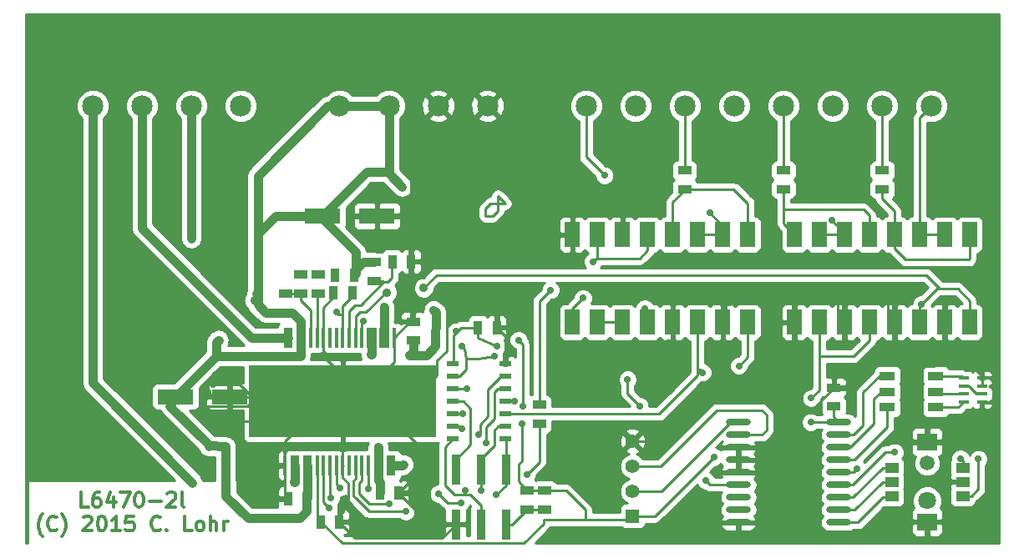
<source format=gtl>
G04 (created by PCBNEW (2013-jul-07)-stable) date Sat 26 Sep 2015 04:42:44 AM EDT*
%MOIN*%
G04 Gerber Fmt 3.4, Leading zero omitted, Abs format*
%FSLAX34Y34*%
G01*
G70*
G90*
G04 APERTURE LIST*
%ADD10C,0.00590551*%
%ADD11C,0.011811*%
%ADD12R,0.0141732X0.0787402*%
%ADD13R,0.039X0.0787402*%
%ADD14R,0.038X0.0787402*%
%ADD15R,0.748031X0.285433*%
%ADD16R,0.055X0.035*%
%ADD17R,0.035X0.055*%
%ADD18R,0.1417X0.063*%
%ADD19R,0.045X0.02*%
%ADD20R,0.038X0.119*%
%ADD21C,0.085*%
%ADD22R,0.0590551X0.1*%
%ADD23R,0.055X0.055*%
%ADD24C,0.055*%
%ADD25O,0.0984252X0.025*%
%ADD26R,0.0531496X0.0393701*%
%ADD27R,0.0787402X0.0708661*%
%ADD28C,0.0590551*%
%ADD29C,0.0708661*%
%ADD30R,0.0393701X0.015748*%
%ADD31R,0.0633X0.0354*%
%ADD32C,0.028*%
%ADD33C,0.035*%
%ADD34C,0.011*%
%ADD35C,0.038*%
%ADD36C,0.009*%
G04 APERTURE END LIST*
G54D10*
G54D11*
X22456Y-53439D02*
X22175Y-53439D01*
X22175Y-52848D01*
X22906Y-52848D02*
X22793Y-52848D01*
X22737Y-52876D01*
X22709Y-52904D01*
X22653Y-52989D01*
X22625Y-53101D01*
X22625Y-53326D01*
X22653Y-53382D01*
X22681Y-53410D01*
X22737Y-53439D01*
X22850Y-53439D01*
X22906Y-53410D01*
X22934Y-53382D01*
X22962Y-53326D01*
X22962Y-53185D01*
X22934Y-53129D01*
X22906Y-53101D01*
X22850Y-53073D01*
X22737Y-53073D01*
X22681Y-53101D01*
X22653Y-53129D01*
X22625Y-53185D01*
X23468Y-53045D02*
X23468Y-53439D01*
X23328Y-52820D02*
X23187Y-53242D01*
X23553Y-53242D01*
X23721Y-52848D02*
X24115Y-52848D01*
X23862Y-53439D01*
X24453Y-52848D02*
X24509Y-52848D01*
X24565Y-52876D01*
X24593Y-52904D01*
X24621Y-52960D01*
X24649Y-53073D01*
X24649Y-53214D01*
X24621Y-53326D01*
X24593Y-53382D01*
X24565Y-53410D01*
X24509Y-53439D01*
X24453Y-53439D01*
X24396Y-53410D01*
X24368Y-53382D01*
X24340Y-53326D01*
X24312Y-53214D01*
X24312Y-53073D01*
X24340Y-52960D01*
X24368Y-52904D01*
X24396Y-52876D01*
X24453Y-52848D01*
X24903Y-53214D02*
X25352Y-53214D01*
X25606Y-52904D02*
X25634Y-52876D01*
X25690Y-52848D01*
X25831Y-52848D01*
X25887Y-52876D01*
X25915Y-52904D01*
X25943Y-52960D01*
X25943Y-53017D01*
X25915Y-53101D01*
X25577Y-53439D01*
X25943Y-53439D01*
X26280Y-53439D02*
X26224Y-53410D01*
X26196Y-53354D01*
X26196Y-52848D01*
X20628Y-54608D02*
X20600Y-54580D01*
X20544Y-54496D01*
X20516Y-54440D01*
X20487Y-54355D01*
X20459Y-54215D01*
X20459Y-54102D01*
X20487Y-53962D01*
X20516Y-53877D01*
X20544Y-53821D01*
X20600Y-53737D01*
X20628Y-53708D01*
X21191Y-54327D02*
X21162Y-54355D01*
X21078Y-54383D01*
X21022Y-54383D01*
X20937Y-54355D01*
X20881Y-54299D01*
X20853Y-54243D01*
X20825Y-54130D01*
X20825Y-54046D01*
X20853Y-53933D01*
X20881Y-53877D01*
X20937Y-53821D01*
X21022Y-53793D01*
X21078Y-53793D01*
X21162Y-53821D01*
X21191Y-53849D01*
X21387Y-54608D02*
X21415Y-54580D01*
X21472Y-54496D01*
X21500Y-54440D01*
X21528Y-54355D01*
X21556Y-54215D01*
X21556Y-54102D01*
X21528Y-53962D01*
X21500Y-53877D01*
X21472Y-53821D01*
X21415Y-53737D01*
X21387Y-53708D01*
X22259Y-53849D02*
X22287Y-53821D01*
X22343Y-53793D01*
X22484Y-53793D01*
X22540Y-53821D01*
X22568Y-53849D01*
X22597Y-53905D01*
X22597Y-53962D01*
X22568Y-54046D01*
X22231Y-54383D01*
X22597Y-54383D01*
X22962Y-53793D02*
X23018Y-53793D01*
X23075Y-53821D01*
X23103Y-53849D01*
X23131Y-53905D01*
X23159Y-54018D01*
X23159Y-54158D01*
X23131Y-54271D01*
X23103Y-54327D01*
X23075Y-54355D01*
X23018Y-54383D01*
X22962Y-54383D01*
X22906Y-54355D01*
X22878Y-54327D01*
X22850Y-54271D01*
X22822Y-54158D01*
X22822Y-54018D01*
X22850Y-53905D01*
X22878Y-53849D01*
X22906Y-53821D01*
X22962Y-53793D01*
X23721Y-54383D02*
X23384Y-54383D01*
X23553Y-54383D02*
X23553Y-53793D01*
X23496Y-53877D01*
X23440Y-53933D01*
X23384Y-53962D01*
X24256Y-53793D02*
X23975Y-53793D01*
X23946Y-54074D01*
X23975Y-54046D01*
X24031Y-54018D01*
X24171Y-54018D01*
X24228Y-54046D01*
X24256Y-54074D01*
X24284Y-54130D01*
X24284Y-54271D01*
X24256Y-54327D01*
X24228Y-54355D01*
X24171Y-54383D01*
X24031Y-54383D01*
X23975Y-54355D01*
X23946Y-54327D01*
X25324Y-54327D02*
X25296Y-54355D01*
X25212Y-54383D01*
X25156Y-54383D01*
X25071Y-54355D01*
X25015Y-54299D01*
X24987Y-54243D01*
X24959Y-54130D01*
X24959Y-54046D01*
X24987Y-53933D01*
X25015Y-53877D01*
X25071Y-53821D01*
X25156Y-53793D01*
X25212Y-53793D01*
X25296Y-53821D01*
X25324Y-53849D01*
X25577Y-54327D02*
X25606Y-54355D01*
X25577Y-54383D01*
X25549Y-54355D01*
X25577Y-54327D01*
X25577Y-54383D01*
X26590Y-54383D02*
X26309Y-54383D01*
X26309Y-53793D01*
X26871Y-54383D02*
X26815Y-54355D01*
X26787Y-54327D01*
X26759Y-54271D01*
X26759Y-54102D01*
X26787Y-54046D01*
X26815Y-54018D01*
X26871Y-53990D01*
X26955Y-53990D01*
X27012Y-54018D01*
X27040Y-54046D01*
X27068Y-54102D01*
X27068Y-54271D01*
X27040Y-54327D01*
X27012Y-54355D01*
X26955Y-54383D01*
X26871Y-54383D01*
X27321Y-54383D02*
X27321Y-53793D01*
X27574Y-54383D02*
X27574Y-54074D01*
X27546Y-54018D01*
X27490Y-53990D01*
X27405Y-53990D01*
X27349Y-54018D01*
X27321Y-54046D01*
X27855Y-54383D02*
X27855Y-53990D01*
X27855Y-54102D02*
X27883Y-54046D01*
X27912Y-54018D01*
X27968Y-53990D01*
X28024Y-53990D01*
G54D12*
X34655Y-46653D03*
G54D13*
X34271Y-46653D03*
X33759Y-46653D03*
G54D12*
X33375Y-46653D03*
X33120Y-46653D03*
X32864Y-46653D03*
X32608Y-46653D03*
X32352Y-46653D03*
X32096Y-46653D03*
X31840Y-46653D03*
X31584Y-46653D03*
X31328Y-46653D03*
G54D14*
X30944Y-46653D03*
X30433Y-46653D03*
G54D12*
X30305Y-51771D03*
G54D14*
X30688Y-51771D03*
X31200Y-51771D03*
G54D12*
X31584Y-51771D03*
X31840Y-51771D03*
X32096Y-51771D03*
X32352Y-51771D03*
X32608Y-51771D03*
X32864Y-51771D03*
X33120Y-51771D03*
X33375Y-51771D03*
X33631Y-51771D03*
G54D14*
X34015Y-51771D03*
X34527Y-51771D03*
G54D15*
X32608Y-49212D03*
G54D16*
X39960Y-53520D03*
X39960Y-52770D03*
X30930Y-44135D03*
X30930Y-44885D03*
G54D17*
X32995Y-44870D03*
X32245Y-44870D03*
X38010Y-46259D03*
X38760Y-46259D03*
X31727Y-54027D03*
X32477Y-54027D03*
X33060Y-44170D03*
X32310Y-44170D03*
G54D18*
X31807Y-41800D03*
X33973Y-41800D03*
X25932Y-49019D03*
X28098Y-49019D03*
G54D19*
X36999Y-47712D03*
X36999Y-48212D03*
X36999Y-48712D03*
X36999Y-49212D03*
X36999Y-49712D03*
X36999Y-50212D03*
X36999Y-50712D03*
X39099Y-50712D03*
X39099Y-50212D03*
X39099Y-49712D03*
X39099Y-49212D03*
X39099Y-48712D03*
X39099Y-48212D03*
X39099Y-47712D03*
G54D20*
X39114Y-54118D03*
X38114Y-54118D03*
X37114Y-54118D03*
X39114Y-51938D03*
X38114Y-51938D03*
X37114Y-51938D03*
G54D17*
X34585Y-43625D03*
X35335Y-43625D03*
G54D16*
X33865Y-43640D03*
X33865Y-44390D03*
G54D17*
X30420Y-53100D03*
X31170Y-53100D03*
X34845Y-52865D03*
X34095Y-52865D03*
G54D16*
X54133Y-39979D03*
X54133Y-40729D03*
X50196Y-39979D03*
X50196Y-40729D03*
X46259Y-39979D03*
X46259Y-40729D03*
X40456Y-50099D03*
X40456Y-49349D03*
G54D21*
X48228Y-37401D03*
X46259Y-37401D03*
X44291Y-37401D03*
X42322Y-37401D03*
X56102Y-37401D03*
X54133Y-37401D03*
X52165Y-37401D03*
X50196Y-37401D03*
X38385Y-37401D03*
X36417Y-37401D03*
X34448Y-37401D03*
X32480Y-37401D03*
X28543Y-37401D03*
X26574Y-37401D03*
X24606Y-37401D03*
X22637Y-37401D03*
G54D22*
X57633Y-42541D03*
X56633Y-42541D03*
X55633Y-42541D03*
X54633Y-42541D03*
X53633Y-42541D03*
X52633Y-42541D03*
X51633Y-42541D03*
X50633Y-42541D03*
X50633Y-46041D03*
X51633Y-46041D03*
X52633Y-46041D03*
X53633Y-46041D03*
X54633Y-46041D03*
X55633Y-46041D03*
X56633Y-46041D03*
X57633Y-46041D03*
X48775Y-42541D03*
X47775Y-42541D03*
X46775Y-42541D03*
X45775Y-42541D03*
X44775Y-42541D03*
X43775Y-42541D03*
X42775Y-42541D03*
X41775Y-42541D03*
X41775Y-46041D03*
X42775Y-46041D03*
X43775Y-46041D03*
X44775Y-46041D03*
X45775Y-46041D03*
X46775Y-46041D03*
X47775Y-46041D03*
X48775Y-46041D03*
G54D16*
X31620Y-44140D03*
X31620Y-44890D03*
X30320Y-45665D03*
X30320Y-44915D03*
X35421Y-46022D03*
X35421Y-46772D03*
X40665Y-53520D03*
X40665Y-52770D03*
G54D23*
X44177Y-53795D03*
G54D24*
X44177Y-52795D03*
X44177Y-51795D03*
X44177Y-50795D03*
G54D25*
X48401Y-50043D03*
X48401Y-50543D03*
X48401Y-51043D03*
X48401Y-51543D03*
X48401Y-52043D03*
X48401Y-52543D03*
X48401Y-53043D03*
X48401Y-53543D03*
X48401Y-54043D03*
X52401Y-54043D03*
X52401Y-53543D03*
X52401Y-53043D03*
X52401Y-52543D03*
X52401Y-52043D03*
X52401Y-51543D03*
X52401Y-51043D03*
X52401Y-50543D03*
X52401Y-50043D03*
G54D16*
X52204Y-49414D03*
X52204Y-48664D03*
G54D26*
X57352Y-52986D03*
X57352Y-52425D03*
X57352Y-51863D03*
X54517Y-51863D03*
X54517Y-52425D03*
X54517Y-52986D03*
G54D27*
X55935Y-50830D03*
X55935Y-54019D03*
G54D28*
X55935Y-51676D03*
G54D29*
X55935Y-53173D03*
G54D30*
X58116Y-49222D03*
X58116Y-48907D03*
X58116Y-48592D03*
X58116Y-48277D03*
X57383Y-48277D03*
X57383Y-48592D03*
X57383Y-48907D03*
X57383Y-49222D03*
G54D31*
X54344Y-48190D03*
X54344Y-48820D03*
X54344Y-49450D03*
X56276Y-49450D03*
X56276Y-48820D03*
X56276Y-48190D03*
G54D32*
X38129Y-52779D03*
X32145Y-53059D03*
X35125Y-53606D03*
X38338Y-50854D03*
X52118Y-41976D03*
X51303Y-49082D03*
X39452Y-49185D03*
X37318Y-53263D03*
X34476Y-53299D03*
X36433Y-52901D03*
X39960Y-52129D03*
X44661Y-45496D03*
X43055Y-40173D03*
X42196Y-45078D03*
X57258Y-51485D03*
X54630Y-51242D03*
X53141Y-51890D03*
X57974Y-51507D03*
X42598Y-43618D03*
X40901Y-44759D03*
G54D33*
X34271Y-45429D03*
X26565Y-42700D03*
X35040Y-51725D03*
X26610Y-52455D03*
X30680Y-52435D03*
G54D32*
X27440Y-48540D03*
X27000Y-49400D03*
X27310Y-49990D03*
X27540Y-48130D03*
X27225Y-48825D03*
X30000Y-49750D03*
X31000Y-49750D03*
X32000Y-49750D03*
X33000Y-49750D03*
X34000Y-49750D03*
X35000Y-49750D03*
X35000Y-48750D03*
X34000Y-48750D03*
X33000Y-48750D03*
X32000Y-48750D03*
X31000Y-48750D03*
X30000Y-48750D03*
X35433Y-50196D03*
X34448Y-50196D03*
X33464Y-50196D03*
X32480Y-50196D03*
X31496Y-50196D03*
X30511Y-50196D03*
X29527Y-50196D03*
X29527Y-49212D03*
X30511Y-49212D03*
X31496Y-49212D03*
X32480Y-49212D03*
X33464Y-49212D03*
X34448Y-49212D03*
X35433Y-49212D03*
X35433Y-48228D03*
X34448Y-48228D03*
X33464Y-48228D03*
X32480Y-48228D03*
X31496Y-48228D03*
X30511Y-48228D03*
X29527Y-48228D03*
X45582Y-46881D03*
X40657Y-43165D03*
X39358Y-45055D03*
X38654Y-47404D03*
X43976Y-48334D03*
X44460Y-49389D03*
X47102Y-52381D03*
X33444Y-46011D03*
X37350Y-47016D03*
X37362Y-50295D03*
X37397Y-49708D03*
X37484Y-52759D03*
X32503Y-52653D03*
X32059Y-53456D03*
X38716Y-52948D03*
X33614Y-52704D03*
X38023Y-50547D03*
X47255Y-41669D03*
X46980Y-48051D03*
X48421Y-47791D03*
X55706Y-45325D03*
X37555Y-48716D03*
G54D33*
X35838Y-44673D03*
X34366Y-44854D03*
G54D32*
X51283Y-50039D03*
X47429Y-51433D03*
X39779Y-50090D03*
X39803Y-49385D03*
X39625Y-46751D03*
X38750Y-47000D03*
X37118Y-46417D03*
X32350Y-45629D03*
G54D33*
X29082Y-45165D03*
X27653Y-46751D03*
X36234Y-45563D03*
X34979Y-40633D03*
X35251Y-47362D03*
X27910Y-51040D03*
X34035Y-51035D03*
X30920Y-47390D03*
X33730Y-47350D03*
G54D34*
X38300Y-41800D02*
X38300Y-41500D01*
X38600Y-41800D02*
X38300Y-41800D01*
X38800Y-41600D02*
X38600Y-41800D01*
X38800Y-41000D02*
X38800Y-41600D01*
X39100Y-41300D02*
X38800Y-41000D01*
X38500Y-41300D02*
X39100Y-41300D01*
X38300Y-41500D02*
X38500Y-41300D01*
X40665Y-53520D02*
X39960Y-53520D01*
X39114Y-54118D02*
X39363Y-54118D01*
X39363Y-54118D02*
X39960Y-53520D01*
X34237Y-44437D02*
X34397Y-44437D01*
X34575Y-43635D02*
X34585Y-43625D01*
X34575Y-44260D02*
X34575Y-43635D01*
X34397Y-44437D02*
X34575Y-44260D01*
X33865Y-44390D02*
X34190Y-44390D01*
X34190Y-44390D02*
X34237Y-44437D01*
X34237Y-44437D02*
X34240Y-44440D01*
X32864Y-46653D02*
X32864Y-45605D01*
X33320Y-45360D02*
X34240Y-44440D01*
X33110Y-45360D02*
X33320Y-45360D01*
X32864Y-45605D02*
X33110Y-45360D01*
X38114Y-51938D02*
X38114Y-51515D01*
X38807Y-50212D02*
X39099Y-50212D01*
X38653Y-50366D02*
X38807Y-50212D01*
X38653Y-50976D02*
X38653Y-50366D01*
X38114Y-51515D02*
X38653Y-50976D01*
X38129Y-52779D02*
X38114Y-52763D01*
X38114Y-52763D02*
X38114Y-51938D01*
X32098Y-52523D02*
X32098Y-53011D01*
X32096Y-52395D02*
X32098Y-52397D01*
X32098Y-52397D02*
X32098Y-52523D01*
X32096Y-51771D02*
X32096Y-52395D01*
X32098Y-53011D02*
X32145Y-53059D01*
X33657Y-53606D02*
X35125Y-53606D01*
X33127Y-53076D02*
X33657Y-53606D01*
X38799Y-48712D02*
X39099Y-48712D01*
X38661Y-48850D02*
X38799Y-48712D01*
X38661Y-49905D02*
X38661Y-48850D01*
X38338Y-50228D02*
X38661Y-49905D01*
X38338Y-50854D02*
X38338Y-50228D01*
X33127Y-53076D02*
X33046Y-52995D01*
X33120Y-52289D02*
X33120Y-51771D01*
X33046Y-52362D02*
X33120Y-52289D01*
X33046Y-52995D02*
X33046Y-52362D01*
X33120Y-53068D02*
X33127Y-53076D01*
X50196Y-39979D02*
X50196Y-37401D01*
X52633Y-42541D02*
X52633Y-42492D01*
X52633Y-42492D02*
X52118Y-41976D01*
X51633Y-42541D02*
X52633Y-42541D01*
X51633Y-47409D02*
X53000Y-47409D01*
X53633Y-46775D02*
X53633Y-46041D01*
X53000Y-47409D02*
X53633Y-46775D01*
X39099Y-49212D02*
X39425Y-49212D01*
X51633Y-48751D02*
X51633Y-47409D01*
X51633Y-47409D02*
X51633Y-46041D01*
X51303Y-49082D02*
X51633Y-48751D01*
X39425Y-49212D02*
X39452Y-49185D01*
X54133Y-39979D02*
X54133Y-37401D01*
X55633Y-42541D02*
X55633Y-37870D01*
X55633Y-37870D02*
X56102Y-37401D01*
X56633Y-42541D02*
X55633Y-42541D01*
X37311Y-53271D02*
X37318Y-53263D01*
X33375Y-52356D02*
X33271Y-52460D01*
X33271Y-52460D02*
X33271Y-52905D01*
X33271Y-52905D02*
X33677Y-53311D01*
X33677Y-53311D02*
X34464Y-53311D01*
X34464Y-53311D02*
X34476Y-53299D01*
X33375Y-51771D02*
X33375Y-52356D01*
X36803Y-53271D02*
X37003Y-53271D01*
X36433Y-52901D02*
X36803Y-53271D01*
X37003Y-53271D02*
X37311Y-53271D01*
X40456Y-51633D02*
X40456Y-50099D01*
X39960Y-52129D02*
X40456Y-51633D01*
X42322Y-37401D02*
X42322Y-39440D01*
X44775Y-45610D02*
X44775Y-46041D01*
X44661Y-45496D02*
X44775Y-45610D01*
X42322Y-39440D02*
X43055Y-40173D01*
X41775Y-46041D02*
X41775Y-45500D01*
X41775Y-45500D02*
X42196Y-45078D01*
X54633Y-42541D02*
X54633Y-43114D01*
X57633Y-43511D02*
X57633Y-42541D01*
X57602Y-43543D02*
X57633Y-43511D01*
X55062Y-43543D02*
X57602Y-43543D01*
X54633Y-43114D02*
X55062Y-43543D01*
X54133Y-40729D02*
X54133Y-41110D01*
X54633Y-41610D02*
X54633Y-42541D01*
X54133Y-41110D02*
X54633Y-41610D01*
X30320Y-44915D02*
X30900Y-44915D01*
X30900Y-44915D02*
X30930Y-44885D01*
X31328Y-46653D02*
X31328Y-45568D01*
X30930Y-45170D02*
X30930Y-44885D01*
X31328Y-45568D02*
X30930Y-45170D01*
X31584Y-46653D02*
X31584Y-44925D01*
X31584Y-44925D02*
X31620Y-44890D01*
X36999Y-49212D02*
X37421Y-49212D01*
X37114Y-51519D02*
X37114Y-51938D01*
X37704Y-50929D02*
X37114Y-51519D01*
X37704Y-49496D02*
X37704Y-50929D01*
X37421Y-49212D02*
X37704Y-49496D01*
X54517Y-52425D02*
X54158Y-52425D01*
X53039Y-53543D02*
X52401Y-53543D01*
X54158Y-52425D02*
X53039Y-53543D01*
X52401Y-54043D02*
X53169Y-54043D01*
X54461Y-53042D02*
X54517Y-52986D01*
X54171Y-53042D02*
X54461Y-53042D01*
X53169Y-54043D02*
X54171Y-53042D01*
X52401Y-53043D02*
X52977Y-53043D01*
X54157Y-51863D02*
X54517Y-51863D01*
X52977Y-53043D02*
X54157Y-51863D01*
X52401Y-52543D02*
X52954Y-52543D01*
X57352Y-51579D02*
X57352Y-51863D01*
X57258Y-51485D02*
X57352Y-51579D01*
X54256Y-51242D02*
X54630Y-51242D01*
X52954Y-52543D02*
X54256Y-51242D01*
X57352Y-52986D02*
X57700Y-52986D01*
X52987Y-52043D02*
X52401Y-52043D01*
X53141Y-51890D02*
X52987Y-52043D01*
X57974Y-52713D02*
X57974Y-51507D01*
X57700Y-52986D02*
X57974Y-52713D01*
X56276Y-48190D02*
X57296Y-48190D01*
X57296Y-48190D02*
X57383Y-48277D01*
X57383Y-49222D02*
X57383Y-49235D01*
X57169Y-49450D02*
X56276Y-49450D01*
X57383Y-49235D02*
X57169Y-49450D01*
X57383Y-48907D02*
X56363Y-48907D01*
X56363Y-48907D02*
X56276Y-48820D01*
X58116Y-48907D02*
X57903Y-48907D01*
X57588Y-48592D02*
X57383Y-48592D01*
X57903Y-48907D02*
X57588Y-48592D01*
X52401Y-51043D02*
X52857Y-51043D01*
X54087Y-48820D02*
X54344Y-48820D01*
X53795Y-49112D02*
X54087Y-48820D01*
X53795Y-50106D02*
X53795Y-49112D01*
X52857Y-51043D02*
X53795Y-50106D01*
X54344Y-48190D02*
X54019Y-48190D01*
X53007Y-50543D02*
X52401Y-50543D01*
X53368Y-50183D02*
X53007Y-50543D01*
X53368Y-48841D02*
X53368Y-50183D01*
X54019Y-48190D02*
X53368Y-48841D01*
X54344Y-49450D02*
X54344Y-49809D01*
X53036Y-51543D02*
X52401Y-51543D01*
X54344Y-50236D02*
X53036Y-51543D01*
X54344Y-49809D02*
X54344Y-50236D01*
X43775Y-46041D02*
X42775Y-46041D01*
X42722Y-43494D02*
X44454Y-43494D01*
X44775Y-43173D02*
X44775Y-42541D01*
X44454Y-43494D02*
X44775Y-43173D01*
X40456Y-49349D02*
X40456Y-45204D01*
X42775Y-43440D02*
X42775Y-42541D01*
X42598Y-43618D02*
X42722Y-43494D01*
X42722Y-43494D02*
X42775Y-43440D01*
X40456Y-45204D02*
X40901Y-44759D01*
X50196Y-41535D02*
X53393Y-41535D01*
X53633Y-41775D02*
X53633Y-42541D01*
X53393Y-41535D02*
X53633Y-41775D01*
X50196Y-40729D02*
X50196Y-41535D01*
X50196Y-41535D02*
X50196Y-42104D01*
X50196Y-42104D02*
X50633Y-42541D01*
X48775Y-42541D02*
X48775Y-41295D01*
X48209Y-40729D02*
X46259Y-40729D01*
X48775Y-41295D02*
X48209Y-40729D01*
X46259Y-40729D02*
X46259Y-40751D01*
X45775Y-41236D02*
X45775Y-42541D01*
X46259Y-40751D02*
X45775Y-41236D01*
G54D35*
X34271Y-46653D02*
X34271Y-45429D01*
X30433Y-46653D02*
X28963Y-46653D01*
X24606Y-42296D02*
X24606Y-37401D01*
X28963Y-46653D02*
X24606Y-42296D01*
X26574Y-37401D02*
X26574Y-42690D01*
X26565Y-42700D02*
X26574Y-42690D01*
X34993Y-51771D02*
X35040Y-51725D01*
X34993Y-51771D02*
X34527Y-51771D01*
X30688Y-51771D02*
X30688Y-52426D01*
X22637Y-48482D02*
X26610Y-52455D01*
X22637Y-48482D02*
X22637Y-37401D01*
X30688Y-52426D02*
X30680Y-52435D01*
G54D34*
X32608Y-49212D02*
X29162Y-49212D01*
X28490Y-48540D02*
X27440Y-48540D01*
X29162Y-49212D02*
X28490Y-48540D01*
X32608Y-49212D02*
X28977Y-49212D01*
X28790Y-49400D02*
X27000Y-49400D01*
X28977Y-49212D02*
X28790Y-49400D01*
X32608Y-49212D02*
X29647Y-49212D01*
X28870Y-49990D02*
X27310Y-49990D01*
X29647Y-49212D02*
X28870Y-49990D01*
X27225Y-48445D02*
X27225Y-48825D01*
X27540Y-48130D02*
X27225Y-48445D01*
X28098Y-49019D02*
X27419Y-49019D01*
X27419Y-49019D02*
X27225Y-48825D01*
X58116Y-49222D02*
X58116Y-49943D01*
X57229Y-50830D02*
X55935Y-50830D01*
X58116Y-49943D02*
X57229Y-50830D01*
X58116Y-48277D02*
X58116Y-48203D01*
X57577Y-47664D02*
X56395Y-47664D01*
X58116Y-48203D02*
X57577Y-47664D01*
X58116Y-49222D02*
X58512Y-49222D01*
X58433Y-48277D02*
X58116Y-48277D01*
X58631Y-48475D02*
X58433Y-48277D01*
X58631Y-49104D02*
X58631Y-48475D01*
X58512Y-49222D02*
X58631Y-49104D01*
X58116Y-48277D02*
X58116Y-48592D01*
X32608Y-49212D02*
X30537Y-49212D01*
X30537Y-49212D02*
X30000Y-49750D01*
X32608Y-49212D02*
X31537Y-49212D01*
X31537Y-49212D02*
X31000Y-49750D01*
X32608Y-49212D02*
X32537Y-49212D01*
X32537Y-49212D02*
X32000Y-49750D01*
X32608Y-49212D02*
X32608Y-49358D01*
X32608Y-49358D02*
X33000Y-49750D01*
X32608Y-49212D02*
X33462Y-49212D01*
X33462Y-49212D02*
X34000Y-49750D01*
X32608Y-49212D02*
X34462Y-49212D01*
X34462Y-49212D02*
X35000Y-49750D01*
X32608Y-49212D02*
X34537Y-49212D01*
X34537Y-49212D02*
X35000Y-48750D01*
X32608Y-49212D02*
X33537Y-49212D01*
X33537Y-49212D02*
X34000Y-48750D01*
X32608Y-49212D02*
X32608Y-49141D01*
X32608Y-49141D02*
X33000Y-48750D01*
X32608Y-49212D02*
X32462Y-49212D01*
X32462Y-49212D02*
X32000Y-48750D01*
X32608Y-49212D02*
X31462Y-49212D01*
X31462Y-49212D02*
X31000Y-48750D01*
X32608Y-49212D02*
X30462Y-49212D01*
X30462Y-49212D02*
X30000Y-48750D01*
X35433Y-50196D02*
X32608Y-49212D01*
X34448Y-50196D02*
X32608Y-49212D01*
X33464Y-50196D02*
X32608Y-49212D01*
X32480Y-50196D02*
X32608Y-49212D01*
X31496Y-50196D02*
X32608Y-49212D01*
X30511Y-50196D02*
X32608Y-49212D01*
X29527Y-50196D02*
X32608Y-49212D01*
X29527Y-49212D02*
X32608Y-49212D01*
X30511Y-49212D02*
X32608Y-49212D01*
X31496Y-49212D02*
X32608Y-49212D01*
X32480Y-49212D02*
X32608Y-49212D01*
X33464Y-49212D02*
X32608Y-49212D01*
X34448Y-49212D02*
X32608Y-49212D01*
X35433Y-49212D02*
X32608Y-49212D01*
X35433Y-48228D02*
X32608Y-49212D01*
X34448Y-48228D02*
X32608Y-49212D01*
X33464Y-48228D02*
X32608Y-49212D01*
X32480Y-48228D02*
X32608Y-49212D01*
X31496Y-48228D02*
X32608Y-49212D01*
X30511Y-48228D02*
X32608Y-49212D01*
X29527Y-48228D02*
X32608Y-49212D01*
X31500Y-48500D02*
X32608Y-49212D01*
X36000Y-50000D02*
X32608Y-49212D01*
X35500Y-50000D02*
X32608Y-49212D01*
X35000Y-50000D02*
X32608Y-49212D01*
X34500Y-50000D02*
X32608Y-49212D01*
X34000Y-50000D02*
X32608Y-49212D01*
X33500Y-50000D02*
X32608Y-49212D01*
X33000Y-50000D02*
X32608Y-49212D01*
X32500Y-50000D02*
X32608Y-49212D01*
X32000Y-50000D02*
X32608Y-49212D01*
X31500Y-50000D02*
X32608Y-49212D01*
X31000Y-50000D02*
X32608Y-49212D01*
X30500Y-50000D02*
X32608Y-49212D01*
X30000Y-50000D02*
X32608Y-49212D01*
X29500Y-50000D02*
X32608Y-49212D01*
X31000Y-48500D02*
X32608Y-49212D01*
X30500Y-48500D02*
X32608Y-49212D01*
X30000Y-48500D02*
X32608Y-49212D01*
X29500Y-48500D02*
X32608Y-49212D01*
X48401Y-54043D02*
X49156Y-54043D01*
X49468Y-53731D02*
X49468Y-51043D01*
X49156Y-54043D02*
X49468Y-53731D01*
X52204Y-48664D02*
X52204Y-48685D01*
X51377Y-49511D02*
X50173Y-49511D01*
X52204Y-48685D02*
X51377Y-49511D01*
X48401Y-52043D02*
X48401Y-51543D01*
X48401Y-51543D02*
X48401Y-51043D01*
X48401Y-51043D02*
X49468Y-51043D01*
X47720Y-48318D02*
X47740Y-48318D01*
X48480Y-49078D02*
X47720Y-48318D01*
X49740Y-49078D02*
X48480Y-49078D01*
X50173Y-49511D02*
X49740Y-49078D01*
X50173Y-50338D02*
X50173Y-49511D01*
X49468Y-51043D02*
X50173Y-50338D01*
X44177Y-50795D02*
X45244Y-50795D01*
X47740Y-48299D02*
X47740Y-48318D01*
X47740Y-48318D02*
X47740Y-46076D01*
X47740Y-46076D02*
X47775Y-46041D01*
X45244Y-50795D02*
X47740Y-48299D01*
X44177Y-50795D02*
X44177Y-50751D01*
X38760Y-46259D02*
X38760Y-45658D01*
X35338Y-49212D02*
X32608Y-49212D01*
X36374Y-48177D02*
X35338Y-49212D01*
X36374Y-47578D02*
X36374Y-48177D01*
X36751Y-47200D02*
X36374Y-47578D01*
X36751Y-46137D02*
X36751Y-47200D01*
X37169Y-45720D02*
X36751Y-46137D01*
X38698Y-45720D02*
X37169Y-45720D01*
X38760Y-45658D02*
X38698Y-45720D01*
X54633Y-46041D02*
X54633Y-47354D01*
X54633Y-47354D02*
X55134Y-47789D01*
X55134Y-47789D02*
X56197Y-47789D01*
X56197Y-47789D02*
X56395Y-47664D01*
X56633Y-47425D02*
X56633Y-46041D01*
X56395Y-47664D02*
X56633Y-47425D01*
X52362Y-45110D02*
X52472Y-45000D01*
X54350Y-45757D02*
X54633Y-46041D01*
X54350Y-45000D02*
X54350Y-45757D01*
X52472Y-45000D02*
X54350Y-45000D01*
X50633Y-45110D02*
X52039Y-45110D01*
X52362Y-45769D02*
X52633Y-46041D01*
X52362Y-45110D02*
X52362Y-45769D01*
X52039Y-45110D02*
X52362Y-45110D01*
X47881Y-45342D02*
X48035Y-45342D01*
X50633Y-45082D02*
X50633Y-45110D01*
X50633Y-45110D02*
X50633Y-46041D01*
X50460Y-44909D02*
X50633Y-45082D01*
X48468Y-44909D02*
X50460Y-44909D01*
X48035Y-45342D02*
X48468Y-44909D01*
X45775Y-46041D02*
X45775Y-45354D01*
X47881Y-45935D02*
X47775Y-46041D01*
X47881Y-45342D02*
X47881Y-45935D01*
X47460Y-44921D02*
X47881Y-45342D01*
X46208Y-44921D02*
X47460Y-44921D01*
X45775Y-45354D02*
X46208Y-44921D01*
X45775Y-46041D02*
X45775Y-46688D01*
X45775Y-46688D02*
X45582Y-46881D01*
X41775Y-42541D02*
X41775Y-41846D01*
X43775Y-41598D02*
X43775Y-42541D01*
X43338Y-41161D02*
X43775Y-41598D01*
X42460Y-41161D02*
X43338Y-41161D01*
X41775Y-41846D02*
X42460Y-41161D01*
X38760Y-46259D02*
X38760Y-45652D01*
X41281Y-42541D02*
X41775Y-42541D01*
X40657Y-43165D02*
X41281Y-42541D01*
X38760Y-45652D02*
X39358Y-45055D01*
X32608Y-52234D02*
X32608Y-52261D01*
X32614Y-53527D02*
X32614Y-53622D01*
X32614Y-53503D02*
X32614Y-53527D01*
X32477Y-54027D02*
X32477Y-53758D01*
X32477Y-53758D02*
X32614Y-53622D01*
X32608Y-52234D02*
X32608Y-51771D01*
X32826Y-53291D02*
X32614Y-53503D01*
X32826Y-52480D02*
X32826Y-53291D01*
X32608Y-52261D02*
X32826Y-52480D01*
X34845Y-52865D02*
X35259Y-52450D01*
X35259Y-52450D02*
X35259Y-52157D01*
X35259Y-52157D02*
X35314Y-52157D01*
X35314Y-52157D02*
X35559Y-51913D01*
X35559Y-51913D02*
X35559Y-50909D01*
X35559Y-50909D02*
X33862Y-49212D01*
X33862Y-49212D02*
X32608Y-49212D01*
X32477Y-54027D02*
X33111Y-54661D01*
X36570Y-54661D02*
X37114Y-54118D01*
X33111Y-54661D02*
X36570Y-54661D01*
X32614Y-51777D02*
X32608Y-51771D01*
X37114Y-54118D02*
X36098Y-54118D01*
X36098Y-54118D02*
X34845Y-52865D01*
X28098Y-49019D02*
X32415Y-49019D01*
X32415Y-49019D02*
X32608Y-49212D01*
X33973Y-41800D02*
X35050Y-41800D01*
X35050Y-41800D02*
X35335Y-41515D01*
X39099Y-47712D02*
X39099Y-46598D01*
X39099Y-46598D02*
X38760Y-46259D01*
X35335Y-43625D02*
X35335Y-45974D01*
X35335Y-45974D02*
X34655Y-46653D01*
X35335Y-43625D02*
X35335Y-41515D01*
X35335Y-41515D02*
X35335Y-38483D01*
X35335Y-38483D02*
X36417Y-37401D01*
X30305Y-53100D02*
X30305Y-51771D01*
X30305Y-51771D02*
X30305Y-51771D01*
X30305Y-51771D02*
X30305Y-50799D01*
X31892Y-49212D02*
X32608Y-49212D01*
X30305Y-50799D02*
X31892Y-49212D01*
X32608Y-51771D02*
X32608Y-49212D01*
X34655Y-46653D02*
X34655Y-47640D01*
X34655Y-47640D02*
X33083Y-49212D01*
X33083Y-49212D02*
X32608Y-49212D01*
X32608Y-49212D02*
X32608Y-48178D01*
X31840Y-47410D02*
X31840Y-46653D01*
X32608Y-48178D02*
X31840Y-47410D01*
X32245Y-44870D02*
X32245Y-45050D01*
X31840Y-45454D02*
X31840Y-46653D01*
X32245Y-45050D02*
X31840Y-45454D01*
X37527Y-47500D02*
X38000Y-47500D01*
X38000Y-47500D02*
X38654Y-47404D01*
X48401Y-52543D02*
X47263Y-52543D01*
X43976Y-48905D02*
X43976Y-48334D01*
X44460Y-49389D02*
X43976Y-48905D01*
X47263Y-52543D02*
X47102Y-52381D01*
X36999Y-48212D02*
X37259Y-48212D01*
X33377Y-46651D02*
X33375Y-46653D01*
X33377Y-46078D02*
X33377Y-46651D01*
X33444Y-46011D02*
X33377Y-46078D01*
X37448Y-47114D02*
X37350Y-47016D01*
X37527Y-47944D02*
X37527Y-47500D01*
X37527Y-47500D02*
X37448Y-47114D01*
X37259Y-48212D02*
X37527Y-47944D01*
X48401Y-50043D02*
X48086Y-50043D01*
X45334Y-52795D02*
X44177Y-52795D01*
X48086Y-50043D02*
X45334Y-52795D01*
X36999Y-50212D02*
X37279Y-50212D01*
X37279Y-50212D02*
X37362Y-50295D01*
X44177Y-51795D02*
X45287Y-51795D01*
X49338Y-50543D02*
X48401Y-50543D01*
X49519Y-50362D02*
X49338Y-50543D01*
X49519Y-49736D02*
X49519Y-50362D01*
X49334Y-49551D02*
X49519Y-49736D01*
X47531Y-49551D02*
X49334Y-49551D01*
X45287Y-51795D02*
X47531Y-49551D01*
X37393Y-49712D02*
X36999Y-49712D01*
X37397Y-49708D02*
X37393Y-49712D01*
X37492Y-52767D02*
X37492Y-52948D01*
X37484Y-52759D02*
X37492Y-52767D01*
X32352Y-52501D02*
X32352Y-51771D01*
X32503Y-52653D02*
X32352Y-52501D01*
X36999Y-50712D02*
X36988Y-50712D01*
X37066Y-52948D02*
X37492Y-52948D01*
X36681Y-52562D02*
X36687Y-52568D01*
X36687Y-52568D02*
X37066Y-52948D01*
X36681Y-51019D02*
X36681Y-52562D01*
X36988Y-50712D02*
X36681Y-51019D01*
X38114Y-53381D02*
X38114Y-54118D01*
X37681Y-52948D02*
X38114Y-53381D01*
X37492Y-52948D02*
X37551Y-52948D01*
X37551Y-52948D02*
X37681Y-52948D01*
X31814Y-53224D02*
X31814Y-52484D01*
X31814Y-52484D02*
X31814Y-52358D01*
X31814Y-52358D02*
X31840Y-52332D01*
X31840Y-52332D02*
X31840Y-51771D01*
X31984Y-53381D02*
X31972Y-53381D01*
X32059Y-53456D02*
X31984Y-53381D01*
X31972Y-53381D02*
X31814Y-53224D01*
X39114Y-52551D02*
X38716Y-52948D01*
X39114Y-51938D02*
X39114Y-52551D01*
X39114Y-51938D02*
X39114Y-50726D01*
X39114Y-50726D02*
X39099Y-50712D01*
X39099Y-48212D02*
X38940Y-48212D01*
X33631Y-52687D02*
X33631Y-51771D01*
X33631Y-52687D02*
X33614Y-52704D01*
X38102Y-50468D02*
X38023Y-50547D01*
X38102Y-50125D02*
X38102Y-50468D01*
X38413Y-49814D02*
X38102Y-50125D01*
X38413Y-48740D02*
X38413Y-49814D01*
X38940Y-48212D02*
X38413Y-48740D01*
X46259Y-39979D02*
X46259Y-37401D01*
X47775Y-42541D02*
X47775Y-42188D01*
X47775Y-42188D02*
X47255Y-41669D01*
X46775Y-42541D02*
X47775Y-42541D01*
X48775Y-46041D02*
X48775Y-47437D01*
X46877Y-47948D02*
X46775Y-47948D01*
X46980Y-48051D02*
X46877Y-47948D01*
X48775Y-47437D02*
X48421Y-47791D01*
X39099Y-49712D02*
X45236Y-49712D01*
X46775Y-48173D02*
X46775Y-47948D01*
X46775Y-47948D02*
X46775Y-46041D01*
X45236Y-49712D02*
X46775Y-48173D01*
X55633Y-45397D02*
X55633Y-46041D01*
X55706Y-45325D02*
X55633Y-45397D01*
X37555Y-48716D02*
X37551Y-48712D01*
X37551Y-48712D02*
X36999Y-48712D01*
X33285Y-45645D02*
X33547Y-45645D01*
X33120Y-45809D02*
X33285Y-45645D01*
X33120Y-46653D02*
X33120Y-45809D01*
X55889Y-44161D02*
X56429Y-44700D01*
X36350Y-44161D02*
X55889Y-44161D01*
X35838Y-44673D02*
X36350Y-44161D01*
X34338Y-44854D02*
X34366Y-44854D01*
X33547Y-45645D02*
X34338Y-44854D01*
X55633Y-46041D02*
X55633Y-45393D01*
X55633Y-45393D02*
X56326Y-44700D01*
X56326Y-44700D02*
X56429Y-44700D01*
X57633Y-45185D02*
X57633Y-46041D01*
X57149Y-44700D02*
X57633Y-45185D01*
X56429Y-44700D02*
X57149Y-44700D01*
X52204Y-49414D02*
X52204Y-49846D01*
X52204Y-49846D02*
X52401Y-50043D01*
X44177Y-53795D02*
X45066Y-53795D01*
X51287Y-50043D02*
X52401Y-50043D01*
X51283Y-50039D02*
X51287Y-50043D01*
X45066Y-53795D02*
X47429Y-51433D01*
X42299Y-53940D02*
X42299Y-53539D01*
X41530Y-52770D02*
X42299Y-53539D01*
X41530Y-52770D02*
X40665Y-52770D01*
X39960Y-52770D02*
X40665Y-52770D01*
X40629Y-53940D02*
X42299Y-53940D01*
X42299Y-53940D02*
X44027Y-53944D01*
X44027Y-53944D02*
X44177Y-53795D01*
X39803Y-49385D02*
X39803Y-46929D01*
X39960Y-52751D02*
X39614Y-52405D01*
X39614Y-52405D02*
X39614Y-51748D01*
X39614Y-51748D02*
X39779Y-51582D01*
X39779Y-51582D02*
X39779Y-50090D01*
X38750Y-47000D02*
X38010Y-46672D01*
X38010Y-46259D02*
X38010Y-46672D01*
X39960Y-52751D02*
X39960Y-52770D01*
X39803Y-46929D02*
X39625Y-46751D01*
X31727Y-54027D02*
X32581Y-54881D01*
X32581Y-54881D02*
X39661Y-54881D01*
X39661Y-54881D02*
X39846Y-54881D01*
X39846Y-54881D02*
X40629Y-54098D01*
X40629Y-54098D02*
X40629Y-53940D01*
X31584Y-51771D02*
X31584Y-53884D01*
X31584Y-53884D02*
X31727Y-54027D01*
X32608Y-45720D02*
X32440Y-45720D01*
X37124Y-46423D02*
X37171Y-46423D01*
X37118Y-46417D02*
X37124Y-46423D01*
X32440Y-45720D02*
X32350Y-45629D01*
X38010Y-46259D02*
X37335Y-46259D01*
X37335Y-46259D02*
X37171Y-46423D01*
X37020Y-47692D02*
X36999Y-47712D01*
X37171Y-46423D02*
X37020Y-46575D01*
X37020Y-46575D02*
X37020Y-47692D01*
X32608Y-46653D02*
X32608Y-45720D01*
X32608Y-45720D02*
X32608Y-45386D01*
X32995Y-45000D02*
X32995Y-44870D01*
X32608Y-45386D02*
X32995Y-45000D01*
G54D35*
X34448Y-40039D02*
X33567Y-40039D01*
X33567Y-40039D02*
X31807Y-41800D01*
X27562Y-47390D02*
X27562Y-46843D01*
X29173Y-44901D02*
X29215Y-44901D01*
X29215Y-44943D02*
X29173Y-44901D01*
X29215Y-45033D02*
X29215Y-44943D01*
X29082Y-45165D02*
X29215Y-45033D01*
X27562Y-46843D02*
X27653Y-46751D01*
X34448Y-37401D02*
X34448Y-40039D01*
X34448Y-40039D02*
X34448Y-40102D01*
X35960Y-47362D02*
X35251Y-47362D01*
X36311Y-47011D02*
X35960Y-47362D01*
X36316Y-45645D02*
X36311Y-47011D01*
X36234Y-45563D02*
X36316Y-45645D01*
X34448Y-40102D02*
X34979Y-40633D01*
X35421Y-46772D02*
X35421Y-47192D01*
X35421Y-47192D02*
X35251Y-47362D01*
X27940Y-52995D02*
X28815Y-53870D01*
X27250Y-50980D02*
X27940Y-51000D01*
X27940Y-52995D02*
X27940Y-51000D01*
X31170Y-53589D02*
X31170Y-53100D01*
X30889Y-53870D02*
X31170Y-53589D01*
X28815Y-53870D02*
X30889Y-53870D01*
X28400Y-47390D02*
X27562Y-47390D01*
X30920Y-47390D02*
X28400Y-47390D01*
X27562Y-47390D02*
X25932Y-49019D01*
X27250Y-50980D02*
X27250Y-50932D01*
X27250Y-50932D02*
X25707Y-49389D01*
X25707Y-49389D02*
X25932Y-49019D01*
X33865Y-43640D02*
X33430Y-43640D01*
X33140Y-43930D02*
X33060Y-44170D01*
X33430Y-43640D02*
X33140Y-43930D01*
X31807Y-41800D02*
X31807Y-41907D01*
X31807Y-41907D02*
X33140Y-43240D01*
X33140Y-43240D02*
X33140Y-44090D01*
X33140Y-44090D02*
X33060Y-44170D01*
X31807Y-41800D02*
X29920Y-41800D01*
X29920Y-41800D02*
X29215Y-42505D01*
X31200Y-51771D02*
X31200Y-53069D01*
X31200Y-53069D02*
X31170Y-53100D01*
X27910Y-51040D02*
X27940Y-51010D01*
X34015Y-51771D02*
X34015Y-51054D01*
X34015Y-51054D02*
X34035Y-51035D01*
X27250Y-50980D02*
X27250Y-51010D01*
X33759Y-46653D02*
X33759Y-47320D01*
X33759Y-47320D02*
X33730Y-47350D01*
X30944Y-47365D02*
X30944Y-46653D01*
X30920Y-47390D02*
X30944Y-47365D01*
X34095Y-52865D02*
X34095Y-52440D01*
X34015Y-52360D02*
X34015Y-51771D01*
X34095Y-52440D02*
X34015Y-52360D01*
X30320Y-45665D02*
X29530Y-45665D01*
X29530Y-45665D02*
X29215Y-45350D01*
X29215Y-45350D02*
X29215Y-44901D01*
X32008Y-37401D02*
X32480Y-37401D01*
X29215Y-40195D02*
X32008Y-37401D01*
X29215Y-44901D02*
X29215Y-42505D01*
X29215Y-42505D02*
X29215Y-40195D01*
X32480Y-37401D02*
X34448Y-37401D01*
X30944Y-46653D02*
X30944Y-46004D01*
X30605Y-45665D02*
X30320Y-45665D01*
X30944Y-46004D02*
X30605Y-45665D01*
G54D10*
G36*
X32307Y-44925D02*
X32300Y-44925D01*
X32300Y-44932D01*
X32190Y-44932D01*
X32190Y-44925D01*
X32182Y-44925D01*
X32182Y-44815D01*
X32190Y-44815D01*
X32190Y-44807D01*
X32300Y-44807D01*
X32300Y-44815D01*
X32307Y-44815D01*
X32307Y-44925D01*
X32307Y-44925D01*
G37*
G54D36*
X32307Y-44925D02*
X32300Y-44925D01*
X32300Y-44932D01*
X32190Y-44932D01*
X32190Y-44925D01*
X32182Y-44925D01*
X32182Y-44815D01*
X32190Y-44815D01*
X32190Y-44807D01*
X32300Y-44807D01*
X32300Y-44815D01*
X32307Y-44815D01*
X32307Y-44925D01*
G54D10*
G36*
X33615Y-50884D02*
X33613Y-50887D01*
X33580Y-51054D01*
X33580Y-51132D01*
X33512Y-51132D01*
X33504Y-51136D01*
X33495Y-51132D01*
X33398Y-51132D01*
X33256Y-51132D01*
X33248Y-51136D01*
X33239Y-51132D01*
X33142Y-51132D01*
X33000Y-51132D01*
X32992Y-51136D01*
X32983Y-51132D01*
X32886Y-51132D01*
X32744Y-51132D01*
X32736Y-51136D01*
X32728Y-51132D01*
X32704Y-51132D01*
X32676Y-51160D01*
X32654Y-51170D01*
X32608Y-51216D01*
X32562Y-51170D01*
X32539Y-51161D01*
X32511Y-51132D01*
X32488Y-51132D01*
X32480Y-51136D01*
X32472Y-51132D01*
X32374Y-51132D01*
X32232Y-51132D01*
X32224Y-51136D01*
X32216Y-51132D01*
X32118Y-51132D01*
X31977Y-51132D01*
X31968Y-51136D01*
X31960Y-51132D01*
X31862Y-51132D01*
X31721Y-51132D01*
X31712Y-51136D01*
X31704Y-51132D01*
X31606Y-51132D01*
X31465Y-51132D01*
X31452Y-51138D01*
X31439Y-51132D01*
X31342Y-51132D01*
X30962Y-51132D01*
X30944Y-51140D01*
X30927Y-51132D01*
X30830Y-51132D01*
X30450Y-51132D01*
X30437Y-51138D01*
X30424Y-51132D01*
X30401Y-51132D01*
X30367Y-51167D01*
X30360Y-51170D01*
X30291Y-51238D01*
X30269Y-51291D01*
X30269Y-51194D01*
X30208Y-51132D01*
X30185Y-51132D01*
X30095Y-51170D01*
X30026Y-51239D01*
X29989Y-51329D01*
X29989Y-51655D01*
X30050Y-51716D01*
X30253Y-51716D01*
X30253Y-51826D01*
X30050Y-51826D01*
X29989Y-51887D01*
X29989Y-52213D01*
X30026Y-52303D01*
X30095Y-52372D01*
X30185Y-52410D01*
X30208Y-52410D01*
X30250Y-52368D01*
X30250Y-52409D01*
X30249Y-52410D01*
X30253Y-52410D01*
X30253Y-52410D01*
X30249Y-52410D01*
X30245Y-52435D01*
X30259Y-52510D01*
X30259Y-52518D01*
X30263Y-52525D01*
X30273Y-52579D01*
X30196Y-52579D01*
X30106Y-52617D01*
X30037Y-52686D01*
X30000Y-52776D01*
X29999Y-52873D01*
X30000Y-52983D01*
X30061Y-53045D01*
X30365Y-53045D01*
X30365Y-53037D01*
X30475Y-53037D01*
X30475Y-53045D01*
X30482Y-53045D01*
X30482Y-53155D01*
X30475Y-53155D01*
X30475Y-53162D01*
X30365Y-53162D01*
X30365Y-53155D01*
X30061Y-53155D01*
X30000Y-53216D01*
X29999Y-53326D01*
X30000Y-53423D01*
X30004Y-53435D01*
X28995Y-53435D01*
X28384Y-52824D01*
X28384Y-52364D01*
X28375Y-52364D01*
X28375Y-51010D01*
X28375Y-51000D01*
X28360Y-50925D01*
X28346Y-50844D01*
X28342Y-50838D01*
X28341Y-50833D01*
X28303Y-50776D01*
X28256Y-50700D01*
X28250Y-50696D01*
X28247Y-50692D01*
X28194Y-50656D01*
X28117Y-50602D01*
X28110Y-50600D01*
X28106Y-50598D01*
X28045Y-50586D01*
X28043Y-50585D01*
X28043Y-49518D01*
X28043Y-49074D01*
X28043Y-48964D01*
X28043Y-48520D01*
X27982Y-48459D01*
X27341Y-48459D01*
X27251Y-48496D01*
X27182Y-48565D01*
X27145Y-48655D01*
X27145Y-48753D01*
X27145Y-48903D01*
X27206Y-48964D01*
X28043Y-48964D01*
X28043Y-49074D01*
X27206Y-49074D01*
X27145Y-49135D01*
X27145Y-49286D01*
X27145Y-49383D01*
X27182Y-49473D01*
X27251Y-49542D01*
X27341Y-49579D01*
X27982Y-49579D01*
X28043Y-49518D01*
X28043Y-50585D01*
X27952Y-50564D01*
X27484Y-50551D01*
X26512Y-49579D01*
X26689Y-49579D01*
X26779Y-49542D01*
X26848Y-49473D01*
X26886Y-49383D01*
X26886Y-49286D01*
X26886Y-48681D01*
X27742Y-47825D01*
X28400Y-47825D01*
X28623Y-47825D01*
X28623Y-48459D01*
X28214Y-48459D01*
X28153Y-48520D01*
X28153Y-48964D01*
X28161Y-48964D01*
X28161Y-49074D01*
X28153Y-49074D01*
X28153Y-49518D01*
X28214Y-49579D01*
X28623Y-49579D01*
X28623Y-50688D01*
X28660Y-50778D01*
X28729Y-50847D01*
X28819Y-50884D01*
X28916Y-50884D01*
X32492Y-50884D01*
X32553Y-50823D01*
X32553Y-49267D01*
X32545Y-49267D01*
X32545Y-49157D01*
X32553Y-49157D01*
X32553Y-47601D01*
X32492Y-47540D01*
X31340Y-47540D01*
X31346Y-47531D01*
X31379Y-47365D01*
X31379Y-47365D01*
X31379Y-47292D01*
X31448Y-47292D01*
X31456Y-47288D01*
X31464Y-47292D01*
X31562Y-47292D01*
X31704Y-47292D01*
X31712Y-47288D01*
X31720Y-47292D01*
X31743Y-47292D01*
X31771Y-47264D01*
X31794Y-47255D01*
X31840Y-47208D01*
X31886Y-47254D01*
X31909Y-47264D01*
X31937Y-47292D01*
X31960Y-47292D01*
X31968Y-47288D01*
X31976Y-47292D01*
X32074Y-47292D01*
X32215Y-47292D01*
X32224Y-47288D01*
X32232Y-47292D01*
X32330Y-47292D01*
X32471Y-47292D01*
X32480Y-47288D01*
X32488Y-47292D01*
X32585Y-47292D01*
X32727Y-47292D01*
X32736Y-47288D01*
X32744Y-47292D01*
X32841Y-47292D01*
X32983Y-47292D01*
X32992Y-47288D01*
X33000Y-47292D01*
X33097Y-47292D01*
X33239Y-47292D01*
X33247Y-47288D01*
X33256Y-47292D01*
X33306Y-47292D01*
X33295Y-47350D01*
X33309Y-47425D01*
X33309Y-47433D01*
X33313Y-47440D01*
X33328Y-47516D01*
X33344Y-47540D01*
X32724Y-47540D01*
X32663Y-47601D01*
X32663Y-49157D01*
X32671Y-49157D01*
X32671Y-49267D01*
X32663Y-49267D01*
X32663Y-50823D01*
X32724Y-50884D01*
X33615Y-50884D01*
X33615Y-50884D01*
G37*
G54D36*
X33615Y-50884D02*
X33613Y-50887D01*
X33580Y-51054D01*
X33580Y-51132D01*
X33512Y-51132D01*
X33504Y-51136D01*
X33495Y-51132D01*
X33398Y-51132D01*
X33256Y-51132D01*
X33248Y-51136D01*
X33239Y-51132D01*
X33142Y-51132D01*
X33000Y-51132D01*
X32992Y-51136D01*
X32983Y-51132D01*
X32886Y-51132D01*
X32744Y-51132D01*
X32736Y-51136D01*
X32728Y-51132D01*
X32704Y-51132D01*
X32676Y-51160D01*
X32654Y-51170D01*
X32608Y-51216D01*
X32562Y-51170D01*
X32539Y-51161D01*
X32511Y-51132D01*
X32488Y-51132D01*
X32480Y-51136D01*
X32472Y-51132D01*
X32374Y-51132D01*
X32232Y-51132D01*
X32224Y-51136D01*
X32216Y-51132D01*
X32118Y-51132D01*
X31977Y-51132D01*
X31968Y-51136D01*
X31960Y-51132D01*
X31862Y-51132D01*
X31721Y-51132D01*
X31712Y-51136D01*
X31704Y-51132D01*
X31606Y-51132D01*
X31465Y-51132D01*
X31452Y-51138D01*
X31439Y-51132D01*
X31342Y-51132D01*
X30962Y-51132D01*
X30944Y-51140D01*
X30927Y-51132D01*
X30830Y-51132D01*
X30450Y-51132D01*
X30437Y-51138D01*
X30424Y-51132D01*
X30401Y-51132D01*
X30367Y-51167D01*
X30360Y-51170D01*
X30291Y-51238D01*
X30269Y-51291D01*
X30269Y-51194D01*
X30208Y-51132D01*
X30185Y-51132D01*
X30095Y-51170D01*
X30026Y-51239D01*
X29989Y-51329D01*
X29989Y-51655D01*
X30050Y-51716D01*
X30253Y-51716D01*
X30253Y-51826D01*
X30050Y-51826D01*
X29989Y-51887D01*
X29989Y-52213D01*
X30026Y-52303D01*
X30095Y-52372D01*
X30185Y-52410D01*
X30208Y-52410D01*
X30250Y-52368D01*
X30250Y-52409D01*
X30249Y-52410D01*
X30253Y-52410D01*
X30253Y-52410D01*
X30249Y-52410D01*
X30245Y-52435D01*
X30259Y-52510D01*
X30259Y-52518D01*
X30263Y-52525D01*
X30273Y-52579D01*
X30196Y-52579D01*
X30106Y-52617D01*
X30037Y-52686D01*
X30000Y-52776D01*
X29999Y-52873D01*
X30000Y-52983D01*
X30061Y-53045D01*
X30365Y-53045D01*
X30365Y-53037D01*
X30475Y-53037D01*
X30475Y-53045D01*
X30482Y-53045D01*
X30482Y-53155D01*
X30475Y-53155D01*
X30475Y-53162D01*
X30365Y-53162D01*
X30365Y-53155D01*
X30061Y-53155D01*
X30000Y-53216D01*
X29999Y-53326D01*
X30000Y-53423D01*
X30004Y-53435D01*
X28995Y-53435D01*
X28384Y-52824D01*
X28384Y-52364D01*
X28375Y-52364D01*
X28375Y-51010D01*
X28375Y-51000D01*
X28360Y-50925D01*
X28346Y-50844D01*
X28342Y-50838D01*
X28341Y-50833D01*
X28303Y-50776D01*
X28256Y-50700D01*
X28250Y-50696D01*
X28247Y-50692D01*
X28194Y-50656D01*
X28117Y-50602D01*
X28110Y-50600D01*
X28106Y-50598D01*
X28045Y-50586D01*
X28043Y-50585D01*
X28043Y-49518D01*
X28043Y-49074D01*
X28043Y-48964D01*
X28043Y-48520D01*
X27982Y-48459D01*
X27341Y-48459D01*
X27251Y-48496D01*
X27182Y-48565D01*
X27145Y-48655D01*
X27145Y-48753D01*
X27145Y-48903D01*
X27206Y-48964D01*
X28043Y-48964D01*
X28043Y-49074D01*
X27206Y-49074D01*
X27145Y-49135D01*
X27145Y-49286D01*
X27145Y-49383D01*
X27182Y-49473D01*
X27251Y-49542D01*
X27341Y-49579D01*
X27982Y-49579D01*
X28043Y-49518D01*
X28043Y-50585D01*
X27952Y-50564D01*
X27484Y-50551D01*
X26512Y-49579D01*
X26689Y-49579D01*
X26779Y-49542D01*
X26848Y-49473D01*
X26886Y-49383D01*
X26886Y-49286D01*
X26886Y-48681D01*
X27742Y-47825D01*
X28400Y-47825D01*
X28623Y-47825D01*
X28623Y-48459D01*
X28214Y-48459D01*
X28153Y-48520D01*
X28153Y-48964D01*
X28161Y-48964D01*
X28161Y-49074D01*
X28153Y-49074D01*
X28153Y-49518D01*
X28214Y-49579D01*
X28623Y-49579D01*
X28623Y-50688D01*
X28660Y-50778D01*
X28729Y-50847D01*
X28819Y-50884D01*
X28916Y-50884D01*
X32492Y-50884D01*
X32553Y-50823D01*
X32553Y-49267D01*
X32545Y-49267D01*
X32545Y-49157D01*
X32553Y-49157D01*
X32553Y-47601D01*
X32492Y-47540D01*
X31340Y-47540D01*
X31346Y-47531D01*
X31379Y-47365D01*
X31379Y-47365D01*
X31379Y-47292D01*
X31448Y-47292D01*
X31456Y-47288D01*
X31464Y-47292D01*
X31562Y-47292D01*
X31704Y-47292D01*
X31712Y-47288D01*
X31720Y-47292D01*
X31743Y-47292D01*
X31771Y-47264D01*
X31794Y-47255D01*
X31840Y-47208D01*
X31886Y-47254D01*
X31909Y-47264D01*
X31937Y-47292D01*
X31960Y-47292D01*
X31968Y-47288D01*
X31976Y-47292D01*
X32074Y-47292D01*
X32215Y-47292D01*
X32224Y-47288D01*
X32232Y-47292D01*
X32330Y-47292D01*
X32471Y-47292D01*
X32480Y-47288D01*
X32488Y-47292D01*
X32585Y-47292D01*
X32727Y-47292D01*
X32736Y-47288D01*
X32744Y-47292D01*
X32841Y-47292D01*
X32983Y-47292D01*
X32992Y-47288D01*
X33000Y-47292D01*
X33097Y-47292D01*
X33239Y-47292D01*
X33247Y-47288D01*
X33256Y-47292D01*
X33306Y-47292D01*
X33295Y-47350D01*
X33309Y-47425D01*
X33309Y-47433D01*
X33313Y-47440D01*
X33328Y-47516D01*
X33344Y-47540D01*
X32724Y-47540D01*
X32663Y-47601D01*
X32663Y-49157D01*
X32671Y-49157D01*
X32671Y-49267D01*
X32663Y-49267D01*
X32663Y-50823D01*
X32724Y-50884D01*
X33615Y-50884D01*
G54D10*
G36*
X37709Y-53401D02*
X37679Y-53474D01*
X37679Y-53571D01*
X37679Y-54581D01*
X37549Y-54581D01*
X37549Y-54234D01*
X37487Y-54173D01*
X37169Y-54173D01*
X37169Y-54180D01*
X37059Y-54180D01*
X37059Y-54173D01*
X36740Y-54173D01*
X36679Y-54234D01*
X36679Y-54581D01*
X32705Y-54581D01*
X32671Y-54547D01*
X32700Y-54547D01*
X32790Y-54510D01*
X32859Y-54441D01*
X32897Y-54351D01*
X32897Y-54254D01*
X32897Y-53801D01*
X32897Y-53703D01*
X32859Y-53613D01*
X32790Y-53544D01*
X32700Y-53507D01*
X32593Y-53507D01*
X32532Y-53568D01*
X32532Y-53972D01*
X32836Y-53972D01*
X32897Y-53911D01*
X32897Y-53801D01*
X32897Y-54254D01*
X32897Y-54143D01*
X32836Y-54082D01*
X32532Y-54082D01*
X32532Y-54090D01*
X32422Y-54090D01*
X32422Y-54082D01*
X32414Y-54082D01*
X32414Y-53972D01*
X32422Y-53972D01*
X32422Y-53585D01*
X32443Y-53533D01*
X32444Y-53380D01*
X32422Y-53327D01*
X32471Y-53277D01*
X32530Y-53135D01*
X32530Y-53038D01*
X32580Y-53038D01*
X32721Y-52980D01*
X32746Y-52955D01*
X32746Y-52995D01*
X32769Y-53110D01*
X32834Y-53207D01*
X32907Y-53281D01*
X32915Y-53288D01*
X32915Y-53288D01*
X32915Y-53288D01*
X33445Y-53818D01*
X33445Y-53818D01*
X33542Y-53883D01*
X33657Y-53906D01*
X34881Y-53906D01*
X34907Y-53932D01*
X35049Y-53991D01*
X35202Y-53991D01*
X35343Y-53932D01*
X35452Y-53824D01*
X35510Y-53683D01*
X35511Y-53530D01*
X35452Y-53388D01*
X35344Y-53280D01*
X35244Y-53238D01*
X35264Y-53188D01*
X35265Y-53091D01*
X35265Y-52981D01*
X35203Y-52920D01*
X34900Y-52920D01*
X34900Y-52927D01*
X34790Y-52927D01*
X34790Y-52920D01*
X34782Y-52920D01*
X34782Y-52810D01*
X34790Y-52810D01*
X34790Y-52802D01*
X34900Y-52802D01*
X34900Y-52810D01*
X35203Y-52810D01*
X35265Y-52748D01*
X35265Y-52638D01*
X35264Y-52541D01*
X35227Y-52451D01*
X35158Y-52382D01*
X35068Y-52344D01*
X34961Y-52345D01*
X34900Y-52406D01*
X34900Y-52345D01*
X34884Y-52345D01*
X34925Y-52304D01*
X34962Y-52214D01*
X34962Y-52206D01*
X34993Y-52206D01*
X35159Y-52173D01*
X35300Y-52079D01*
X35347Y-52032D01*
X35390Y-51968D01*
X35395Y-51963D01*
X35398Y-51955D01*
X35441Y-51891D01*
X35456Y-51816D01*
X35459Y-51808D01*
X35459Y-51800D01*
X35474Y-51725D01*
X35460Y-51649D01*
X35460Y-51641D01*
X35456Y-51634D01*
X35441Y-51558D01*
X35399Y-51494D01*
X35396Y-51487D01*
X35390Y-51481D01*
X35347Y-51417D01*
X35283Y-51374D01*
X35278Y-51369D01*
X35270Y-51366D01*
X35206Y-51323D01*
X35131Y-51308D01*
X35123Y-51305D01*
X35115Y-51305D01*
X35040Y-51290D01*
X34964Y-51304D01*
X34956Y-51304D01*
X34953Y-51306D01*
X34925Y-51239D01*
X34856Y-51170D01*
X34766Y-51132D01*
X34669Y-51132D01*
X34450Y-51132D01*
X34450Y-51131D01*
X34451Y-51126D01*
X34454Y-51118D01*
X34454Y-51110D01*
X34470Y-51035D01*
X34455Y-50959D01*
X34455Y-50951D01*
X34451Y-50944D01*
X34440Y-50884D01*
X36299Y-50884D01*
X36397Y-50884D01*
X36425Y-50873D01*
X36403Y-50904D01*
X36381Y-51019D01*
X36381Y-52516D01*
X36356Y-52516D01*
X36215Y-52574D01*
X36106Y-52683D01*
X36048Y-52824D01*
X36048Y-52977D01*
X36106Y-53119D01*
X36214Y-53227D01*
X36356Y-53286D01*
X36393Y-53286D01*
X36591Y-53483D01*
X36591Y-53483D01*
X36679Y-53542D01*
X36679Y-53571D01*
X36679Y-54001D01*
X36740Y-54063D01*
X37059Y-54063D01*
X37059Y-54055D01*
X37169Y-54055D01*
X37169Y-54063D01*
X37487Y-54063D01*
X37549Y-54001D01*
X37549Y-53577D01*
X37645Y-53482D01*
X37687Y-53379D01*
X37709Y-53401D01*
X37709Y-53401D01*
G37*
G54D36*
X37709Y-53401D02*
X37679Y-53474D01*
X37679Y-53571D01*
X37679Y-54581D01*
X37549Y-54581D01*
X37549Y-54234D01*
X37487Y-54173D01*
X37169Y-54173D01*
X37169Y-54180D01*
X37059Y-54180D01*
X37059Y-54173D01*
X36740Y-54173D01*
X36679Y-54234D01*
X36679Y-54581D01*
X32705Y-54581D01*
X32671Y-54547D01*
X32700Y-54547D01*
X32790Y-54510D01*
X32859Y-54441D01*
X32897Y-54351D01*
X32897Y-54254D01*
X32897Y-53801D01*
X32897Y-53703D01*
X32859Y-53613D01*
X32790Y-53544D01*
X32700Y-53507D01*
X32593Y-53507D01*
X32532Y-53568D01*
X32532Y-53972D01*
X32836Y-53972D01*
X32897Y-53911D01*
X32897Y-53801D01*
X32897Y-54254D01*
X32897Y-54143D01*
X32836Y-54082D01*
X32532Y-54082D01*
X32532Y-54090D01*
X32422Y-54090D01*
X32422Y-54082D01*
X32414Y-54082D01*
X32414Y-53972D01*
X32422Y-53972D01*
X32422Y-53585D01*
X32443Y-53533D01*
X32444Y-53380D01*
X32422Y-53327D01*
X32471Y-53277D01*
X32530Y-53135D01*
X32530Y-53038D01*
X32580Y-53038D01*
X32721Y-52980D01*
X32746Y-52955D01*
X32746Y-52995D01*
X32769Y-53110D01*
X32834Y-53207D01*
X32907Y-53281D01*
X32915Y-53288D01*
X32915Y-53288D01*
X32915Y-53288D01*
X33445Y-53818D01*
X33445Y-53818D01*
X33542Y-53883D01*
X33657Y-53906D01*
X34881Y-53906D01*
X34907Y-53932D01*
X35049Y-53991D01*
X35202Y-53991D01*
X35343Y-53932D01*
X35452Y-53824D01*
X35510Y-53683D01*
X35511Y-53530D01*
X35452Y-53388D01*
X35344Y-53280D01*
X35244Y-53238D01*
X35264Y-53188D01*
X35265Y-53091D01*
X35265Y-52981D01*
X35203Y-52920D01*
X34900Y-52920D01*
X34900Y-52927D01*
X34790Y-52927D01*
X34790Y-52920D01*
X34782Y-52920D01*
X34782Y-52810D01*
X34790Y-52810D01*
X34790Y-52802D01*
X34900Y-52802D01*
X34900Y-52810D01*
X35203Y-52810D01*
X35265Y-52748D01*
X35265Y-52638D01*
X35264Y-52541D01*
X35227Y-52451D01*
X35158Y-52382D01*
X35068Y-52344D01*
X34961Y-52345D01*
X34900Y-52406D01*
X34900Y-52345D01*
X34884Y-52345D01*
X34925Y-52304D01*
X34962Y-52214D01*
X34962Y-52206D01*
X34993Y-52206D01*
X35159Y-52173D01*
X35300Y-52079D01*
X35347Y-52032D01*
X35390Y-51968D01*
X35395Y-51963D01*
X35398Y-51955D01*
X35441Y-51891D01*
X35456Y-51816D01*
X35459Y-51808D01*
X35459Y-51800D01*
X35474Y-51725D01*
X35460Y-51649D01*
X35460Y-51641D01*
X35456Y-51634D01*
X35441Y-51558D01*
X35399Y-51494D01*
X35396Y-51487D01*
X35390Y-51481D01*
X35347Y-51417D01*
X35283Y-51374D01*
X35278Y-51369D01*
X35270Y-51366D01*
X35206Y-51323D01*
X35131Y-51308D01*
X35123Y-51305D01*
X35115Y-51305D01*
X35040Y-51290D01*
X34964Y-51304D01*
X34956Y-51304D01*
X34953Y-51306D01*
X34925Y-51239D01*
X34856Y-51170D01*
X34766Y-51132D01*
X34669Y-51132D01*
X34450Y-51132D01*
X34450Y-51131D01*
X34451Y-51126D01*
X34454Y-51118D01*
X34454Y-51110D01*
X34470Y-51035D01*
X34455Y-50959D01*
X34455Y-50951D01*
X34451Y-50944D01*
X34440Y-50884D01*
X36299Y-50884D01*
X36397Y-50884D01*
X36425Y-50873D01*
X36403Y-50904D01*
X36381Y-51019D01*
X36381Y-52516D01*
X36356Y-52516D01*
X36215Y-52574D01*
X36106Y-52683D01*
X36048Y-52824D01*
X36048Y-52977D01*
X36106Y-53119D01*
X36214Y-53227D01*
X36356Y-53286D01*
X36393Y-53286D01*
X36591Y-53483D01*
X36591Y-53483D01*
X36679Y-53542D01*
X36679Y-53571D01*
X36679Y-54001D01*
X36740Y-54063D01*
X37059Y-54063D01*
X37059Y-54055D01*
X37169Y-54055D01*
X37169Y-54063D01*
X37487Y-54063D01*
X37549Y-54001D01*
X37549Y-53577D01*
X37645Y-53482D01*
X37687Y-53379D01*
X37709Y-53401D01*
G54D10*
G36*
X58790Y-54853D02*
X58558Y-54853D01*
X58558Y-49349D01*
X58558Y-49095D01*
X58545Y-49064D01*
X58557Y-49035D01*
X58558Y-48937D01*
X58558Y-48780D01*
X58545Y-48750D01*
X58558Y-48719D01*
X58557Y-48693D01*
X58496Y-48631D01*
X58462Y-48631D01*
X58451Y-48621D01*
X58382Y-48592D01*
X58451Y-48563D01*
X58462Y-48553D01*
X58496Y-48553D01*
X58557Y-48491D01*
X58558Y-48465D01*
X58545Y-48435D01*
X58558Y-48404D01*
X58558Y-48150D01*
X58520Y-48060D01*
X58451Y-47991D01*
X58361Y-47953D01*
X58264Y-47953D01*
X58232Y-47953D01*
X58171Y-48015D01*
X58171Y-48238D01*
X58496Y-48238D01*
X58557Y-48176D01*
X58558Y-48150D01*
X58558Y-48404D01*
X58557Y-48378D01*
X58496Y-48316D01*
X58462Y-48316D01*
X58451Y-48306D01*
X58361Y-48268D01*
X58264Y-48268D01*
X58232Y-48268D01*
X58184Y-48316D01*
X58171Y-48316D01*
X58171Y-48330D01*
X58171Y-48340D01*
X58061Y-48340D01*
X58061Y-48330D01*
X58061Y-48316D01*
X58053Y-48316D01*
X58053Y-48238D01*
X58061Y-48238D01*
X58061Y-48015D01*
X57999Y-47953D01*
X57967Y-47953D01*
X57870Y-47953D01*
X57780Y-47991D01*
X57750Y-48021D01*
X57719Y-47991D01*
X57629Y-47953D01*
X57532Y-47953D01*
X57472Y-47953D01*
X57411Y-47912D01*
X57296Y-47890D01*
X56806Y-47890D01*
X56800Y-47874D01*
X56731Y-47805D01*
X56641Y-47768D01*
X56543Y-47767D01*
X55910Y-47767D01*
X55820Y-47805D01*
X55751Y-47874D01*
X55714Y-47964D01*
X55714Y-48061D01*
X55714Y-48415D01*
X55751Y-48505D01*
X55714Y-48594D01*
X55714Y-48691D01*
X55714Y-49045D01*
X55751Y-49135D01*
X55714Y-49224D01*
X55714Y-49321D01*
X55714Y-49675D01*
X55751Y-49765D01*
X55820Y-49834D01*
X55910Y-49871D01*
X56008Y-49872D01*
X56641Y-49872D01*
X56731Y-49834D01*
X56800Y-49765D01*
X56806Y-49750D01*
X57169Y-49750D01*
X57169Y-49749D01*
X57283Y-49727D01*
X57283Y-49727D01*
X57381Y-49662D01*
X57497Y-49546D01*
X57629Y-49546D01*
X57719Y-49509D01*
X57749Y-49478D01*
X57780Y-49508D01*
X57870Y-49546D01*
X57967Y-49546D01*
X57999Y-49546D01*
X58061Y-49484D01*
X58061Y-49261D01*
X58053Y-49261D01*
X58053Y-49231D01*
X58361Y-49231D01*
X58451Y-49194D01*
X58462Y-49183D01*
X58496Y-49183D01*
X58557Y-49121D01*
X58558Y-49095D01*
X58558Y-49349D01*
X58557Y-49323D01*
X58496Y-49261D01*
X58171Y-49261D01*
X58171Y-49484D01*
X58232Y-49546D01*
X58264Y-49546D01*
X58361Y-49546D01*
X58451Y-49508D01*
X58520Y-49439D01*
X58558Y-49349D01*
X58558Y-54853D01*
X58359Y-54853D01*
X58359Y-51430D01*
X58300Y-51289D01*
X58192Y-51180D01*
X58050Y-51122D01*
X57897Y-51121D01*
X57756Y-51180D01*
X57647Y-51288D01*
X57620Y-51354D01*
X57584Y-51267D01*
X57476Y-51158D01*
X57334Y-51100D01*
X57181Y-51099D01*
X57040Y-51158D01*
X56931Y-51266D01*
X56873Y-51408D01*
X56872Y-51542D01*
X56841Y-51618D01*
X56841Y-51715D01*
X56841Y-52109D01*
X56856Y-52144D01*
X56841Y-52179D01*
X56841Y-52308D01*
X56902Y-52370D01*
X57297Y-52370D01*
X57297Y-52362D01*
X57407Y-52362D01*
X57407Y-52370D01*
X57415Y-52370D01*
X57415Y-52480D01*
X57407Y-52480D01*
X57407Y-52487D01*
X57297Y-52487D01*
X57297Y-52480D01*
X56902Y-52480D01*
X56841Y-52541D01*
X56841Y-52670D01*
X56856Y-52705D01*
X56841Y-52740D01*
X56841Y-52837D01*
X56841Y-53231D01*
X56878Y-53321D01*
X56947Y-53390D01*
X57037Y-53427D01*
X57135Y-53427D01*
X57666Y-53427D01*
X57756Y-53390D01*
X57825Y-53321D01*
X57863Y-53231D01*
X57863Y-53231D01*
X57913Y-53198D01*
X58186Y-52925D01*
X58186Y-52925D01*
X58251Y-52827D01*
X58273Y-52713D01*
X58274Y-52713D01*
X58274Y-51751D01*
X58300Y-51725D01*
X58358Y-51583D01*
X58359Y-51430D01*
X58359Y-54853D01*
X56573Y-54853D01*
X56573Y-54422D01*
X56573Y-53616D01*
X56573Y-51233D01*
X56573Y-50427D01*
X56536Y-50337D01*
X56467Y-50268D01*
X56377Y-50231D01*
X56280Y-50231D01*
X56051Y-50231D01*
X55990Y-50292D01*
X55990Y-50775D01*
X56512Y-50775D01*
X56573Y-50714D01*
X56573Y-50427D01*
X56573Y-51233D01*
X56573Y-50946D01*
X56512Y-50885D01*
X55990Y-50885D01*
X55990Y-50893D01*
X55880Y-50893D01*
X55880Y-50885D01*
X55880Y-50775D01*
X55880Y-50292D01*
X55818Y-50231D01*
X55589Y-50231D01*
X55492Y-50231D01*
X55402Y-50268D01*
X55333Y-50337D01*
X55296Y-50427D01*
X55296Y-50714D01*
X55357Y-50775D01*
X55880Y-50775D01*
X55880Y-50885D01*
X55357Y-50885D01*
X55296Y-50946D01*
X55296Y-51233D01*
X55333Y-51323D01*
X55402Y-51392D01*
X55458Y-51415D01*
X55394Y-51569D01*
X55394Y-51783D01*
X55476Y-51982D01*
X55628Y-52134D01*
X55827Y-52217D01*
X56041Y-52217D01*
X56240Y-52135D01*
X56392Y-51983D01*
X56475Y-51784D01*
X56475Y-51569D01*
X56411Y-51415D01*
X56467Y-51392D01*
X56536Y-51323D01*
X56573Y-51233D01*
X56573Y-53616D01*
X56536Y-53526D01*
X56467Y-53457D01*
X56466Y-53456D01*
X56534Y-53292D01*
X56534Y-53054D01*
X56443Y-52833D01*
X56274Y-52665D01*
X56054Y-52573D01*
X55816Y-52573D01*
X55595Y-52664D01*
X55427Y-52833D01*
X55335Y-53053D01*
X55335Y-53291D01*
X55403Y-53456D01*
X55402Y-53457D01*
X55333Y-53526D01*
X55296Y-53616D01*
X55296Y-53903D01*
X55357Y-53964D01*
X55880Y-53964D01*
X55880Y-53956D01*
X55990Y-53956D01*
X55990Y-53964D01*
X56512Y-53964D01*
X56573Y-53903D01*
X56573Y-53616D01*
X56573Y-54422D01*
X56573Y-54135D01*
X56512Y-54074D01*
X55990Y-54074D01*
X55990Y-54557D01*
X56051Y-54618D01*
X56280Y-54618D01*
X56377Y-54618D01*
X56467Y-54581D01*
X56536Y-54512D01*
X56573Y-54422D01*
X56573Y-54853D01*
X55880Y-54853D01*
X55880Y-54557D01*
X55880Y-54074D01*
X55357Y-54074D01*
X55296Y-54135D01*
X55296Y-54422D01*
X55333Y-54512D01*
X55402Y-54581D01*
X55492Y-54618D01*
X55589Y-54618D01*
X55818Y-54618D01*
X55880Y-54557D01*
X55880Y-54853D01*
X55028Y-54853D01*
X55028Y-53134D01*
X55028Y-52740D01*
X55013Y-52705D01*
X55028Y-52670D01*
X55028Y-52573D01*
X55028Y-52179D01*
X55013Y-52144D01*
X55028Y-52109D01*
X55028Y-52012D01*
X55028Y-51618D01*
X54991Y-51528D01*
X54939Y-51476D01*
X54956Y-51460D01*
X55014Y-51318D01*
X55015Y-51165D01*
X54956Y-51024D01*
X54848Y-50915D01*
X54706Y-50857D01*
X54553Y-50856D01*
X54412Y-50915D01*
X54385Y-50942D01*
X54256Y-50942D01*
X54141Y-50964D01*
X54043Y-51029D01*
X53434Y-51639D01*
X53399Y-51604D01*
X54556Y-50448D01*
X54556Y-50448D01*
X54621Y-50350D01*
X54643Y-50236D01*
X54644Y-50236D01*
X54644Y-49872D01*
X54709Y-49872D01*
X54799Y-49834D01*
X54868Y-49765D01*
X54905Y-49675D01*
X54905Y-49578D01*
X54905Y-49224D01*
X54868Y-49134D01*
X54905Y-49045D01*
X54905Y-48948D01*
X54905Y-48594D01*
X54868Y-48504D01*
X54905Y-48415D01*
X54905Y-48318D01*
X54905Y-47964D01*
X54868Y-47874D01*
X54799Y-47805D01*
X54709Y-47768D01*
X54611Y-47767D01*
X53978Y-47767D01*
X53888Y-47805D01*
X53819Y-47874D01*
X53782Y-47964D01*
X53782Y-48002D01*
X53155Y-48628D01*
X53090Y-48726D01*
X53068Y-48841D01*
X53068Y-49816D01*
X53044Y-49781D01*
X52924Y-49701D01*
X52783Y-49673D01*
X52710Y-49673D01*
X52724Y-49638D01*
X52724Y-49540D01*
X52724Y-49190D01*
X52687Y-49100D01*
X52626Y-49039D01*
X52687Y-48977D01*
X52724Y-48887D01*
X52724Y-48440D01*
X52687Y-48350D01*
X52618Y-48281D01*
X52528Y-48244D01*
X52431Y-48244D01*
X52320Y-48244D01*
X52259Y-48305D01*
X52259Y-48609D01*
X52663Y-48609D01*
X52724Y-48548D01*
X52724Y-48440D01*
X52724Y-48887D01*
X52724Y-48780D01*
X52663Y-48719D01*
X52259Y-48719D01*
X52259Y-48727D01*
X52149Y-48727D01*
X52149Y-48719D01*
X52141Y-48719D01*
X52141Y-48609D01*
X52149Y-48609D01*
X52149Y-48305D01*
X52088Y-48244D01*
X51978Y-48244D01*
X51933Y-48244D01*
X51933Y-47709D01*
X53000Y-47709D01*
X53000Y-47709D01*
X53114Y-47686D01*
X53114Y-47686D01*
X53212Y-47621D01*
X53845Y-46987D01*
X53845Y-46987D01*
X53911Y-46890D01*
X53931Y-46786D01*
X53977Y-46786D01*
X54067Y-46749D01*
X54133Y-46683D01*
X54199Y-46748D01*
X54289Y-46786D01*
X54387Y-46786D01*
X54517Y-46786D01*
X54578Y-46725D01*
X54578Y-46096D01*
X54570Y-46096D01*
X54570Y-45986D01*
X54578Y-45986D01*
X54578Y-45357D01*
X54517Y-45296D01*
X54387Y-45296D01*
X54289Y-45296D01*
X54199Y-45333D01*
X54133Y-45399D01*
X54068Y-45333D01*
X53978Y-45296D01*
X53880Y-45296D01*
X53290Y-45296D01*
X53199Y-45333D01*
X53133Y-45399D01*
X53068Y-45333D01*
X52978Y-45296D01*
X52880Y-45296D01*
X52750Y-45296D01*
X52688Y-45357D01*
X52688Y-45986D01*
X52696Y-45986D01*
X52696Y-46096D01*
X52688Y-46096D01*
X52688Y-46725D01*
X52750Y-46786D01*
X52880Y-46786D01*
X52978Y-46786D01*
X53068Y-46748D01*
X53133Y-46683D01*
X53199Y-46748D01*
X53225Y-46759D01*
X52875Y-47109D01*
X51933Y-47109D01*
X51933Y-46786D01*
X51977Y-46786D01*
X52067Y-46749D01*
X52133Y-46683D01*
X52199Y-46748D01*
X52289Y-46786D01*
X52387Y-46786D01*
X52517Y-46786D01*
X52578Y-46725D01*
X52578Y-46096D01*
X52570Y-46096D01*
X52570Y-45986D01*
X52578Y-45986D01*
X52578Y-45357D01*
X52517Y-45296D01*
X52387Y-45296D01*
X52289Y-45296D01*
X52199Y-45333D01*
X52133Y-45399D01*
X52068Y-45333D01*
X51978Y-45296D01*
X51880Y-45296D01*
X51290Y-45296D01*
X51199Y-45333D01*
X51133Y-45399D01*
X51068Y-45333D01*
X50978Y-45296D01*
X50880Y-45296D01*
X50750Y-45296D01*
X50688Y-45357D01*
X50688Y-45986D01*
X50696Y-45986D01*
X50696Y-46096D01*
X50688Y-46096D01*
X50688Y-46725D01*
X50750Y-46786D01*
X50880Y-46786D01*
X50978Y-46786D01*
X51068Y-46748D01*
X51133Y-46683D01*
X51199Y-46748D01*
X51289Y-46786D01*
X51333Y-46786D01*
X51333Y-47409D01*
X51333Y-48627D01*
X51263Y-48697D01*
X51226Y-48697D01*
X51085Y-48756D01*
X50976Y-48864D01*
X50918Y-49005D01*
X50918Y-49158D01*
X50976Y-49300D01*
X51084Y-49408D01*
X51226Y-49467D01*
X51379Y-49467D01*
X51520Y-49409D01*
X51629Y-49301D01*
X51688Y-49159D01*
X51688Y-49121D01*
X51776Y-49033D01*
X51783Y-49039D01*
X51722Y-49100D01*
X51684Y-49190D01*
X51684Y-49287D01*
X51684Y-49637D01*
X51721Y-49727D01*
X51737Y-49743D01*
X51531Y-49743D01*
X51501Y-49713D01*
X51360Y-49654D01*
X51207Y-49654D01*
X51065Y-49712D01*
X50957Y-49821D01*
X50898Y-49962D01*
X50898Y-50115D01*
X50956Y-50257D01*
X51065Y-50365D01*
X51206Y-50424D01*
X51359Y-50424D01*
X51501Y-50365D01*
X51523Y-50343D01*
X51717Y-50343D01*
X51678Y-50401D01*
X51650Y-50543D01*
X51678Y-50684D01*
X51750Y-50793D01*
X51678Y-50901D01*
X51650Y-51043D01*
X51678Y-51184D01*
X51750Y-51293D01*
X51678Y-51401D01*
X51650Y-51543D01*
X51678Y-51684D01*
X51750Y-51793D01*
X51678Y-51901D01*
X51650Y-52043D01*
X51678Y-52184D01*
X51750Y-52293D01*
X51678Y-52401D01*
X51650Y-52543D01*
X51678Y-52684D01*
X51750Y-52793D01*
X51678Y-52901D01*
X51650Y-53043D01*
X51678Y-53184D01*
X51750Y-53293D01*
X51678Y-53401D01*
X51650Y-53543D01*
X51678Y-53684D01*
X51750Y-53793D01*
X51678Y-53901D01*
X51650Y-54043D01*
X51678Y-54184D01*
X51758Y-54304D01*
X51878Y-54385D01*
X52020Y-54413D01*
X52783Y-54413D01*
X52924Y-54385D01*
X52987Y-54343D01*
X53169Y-54343D01*
X53169Y-54343D01*
X53284Y-54320D01*
X53284Y-54320D01*
X53381Y-54255D01*
X54209Y-53427D01*
X54300Y-53427D01*
X54831Y-53427D01*
X54922Y-53390D01*
X54991Y-53321D01*
X55028Y-53231D01*
X55028Y-53134D01*
X55028Y-54853D01*
X50578Y-54853D01*
X50578Y-46725D01*
X50578Y-46096D01*
X50578Y-45986D01*
X50578Y-45357D01*
X50517Y-45296D01*
X50387Y-45296D01*
X50289Y-45296D01*
X50199Y-45333D01*
X50130Y-45402D01*
X50093Y-45492D01*
X50093Y-45925D01*
X50154Y-45986D01*
X50578Y-45986D01*
X50578Y-46096D01*
X50154Y-46096D01*
X50093Y-46157D01*
X50093Y-46589D01*
X50130Y-46679D01*
X50199Y-46748D01*
X50289Y-46786D01*
X50387Y-46786D01*
X50517Y-46786D01*
X50578Y-46725D01*
X50578Y-54853D01*
X49121Y-54853D01*
X49121Y-54154D01*
X49072Y-54098D01*
X48456Y-54098D01*
X48456Y-54413D01*
X48823Y-54413D01*
X48961Y-54364D01*
X49069Y-54266D01*
X49121Y-54154D01*
X49121Y-54853D01*
X48346Y-54853D01*
X48346Y-54413D01*
X48346Y-54098D01*
X47730Y-54098D01*
X47681Y-54154D01*
X47733Y-54266D01*
X47842Y-54364D01*
X47979Y-54413D01*
X48346Y-54413D01*
X48346Y-54853D01*
X40299Y-54853D01*
X40842Y-54310D01*
X40842Y-54310D01*
X40888Y-54240D01*
X42298Y-54240D01*
X43728Y-54243D01*
X43763Y-54277D01*
X43853Y-54315D01*
X43950Y-54315D01*
X44500Y-54315D01*
X44590Y-54278D01*
X44659Y-54209D01*
X44697Y-54119D01*
X44697Y-54095D01*
X45066Y-54095D01*
X45066Y-54095D01*
X45181Y-54072D01*
X45181Y-54072D01*
X45279Y-54007D01*
X46749Y-52536D01*
X46775Y-52599D01*
X46883Y-52708D01*
X47025Y-52766D01*
X47068Y-52766D01*
X47068Y-52766D01*
X47148Y-52820D01*
X47263Y-52843D01*
X47717Y-52843D01*
X47678Y-52901D01*
X47650Y-53043D01*
X47678Y-53184D01*
X47750Y-53293D01*
X47678Y-53401D01*
X47650Y-53543D01*
X47678Y-53684D01*
X47755Y-53800D01*
X47733Y-53820D01*
X47681Y-53931D01*
X47730Y-53988D01*
X48346Y-53988D01*
X48346Y-53980D01*
X48456Y-53980D01*
X48456Y-53988D01*
X49072Y-53988D01*
X49121Y-53931D01*
X49069Y-53820D01*
X49047Y-53800D01*
X49124Y-53684D01*
X49153Y-53543D01*
X49124Y-53401D01*
X49052Y-53293D01*
X49124Y-53184D01*
X49153Y-53043D01*
X49124Y-52901D01*
X49052Y-52793D01*
X49124Y-52684D01*
X49153Y-52543D01*
X49124Y-52401D01*
X49047Y-52285D01*
X49069Y-52266D01*
X49121Y-52154D01*
X49121Y-51931D01*
X49069Y-51820D01*
X49039Y-51793D01*
X49069Y-51766D01*
X49121Y-51654D01*
X49121Y-51431D01*
X49069Y-51320D01*
X49039Y-51293D01*
X49069Y-51266D01*
X49121Y-51154D01*
X49072Y-51098D01*
X48456Y-51098D01*
X48456Y-51173D01*
X48456Y-51413D01*
X48456Y-51488D01*
X49072Y-51488D01*
X49121Y-51431D01*
X49121Y-51654D01*
X49072Y-51598D01*
X48456Y-51598D01*
X48456Y-51673D01*
X48456Y-51913D01*
X48456Y-51988D01*
X49072Y-51988D01*
X49121Y-51931D01*
X49121Y-52154D01*
X49072Y-52098D01*
X48456Y-52098D01*
X48456Y-52106D01*
X48346Y-52106D01*
X48346Y-52098D01*
X47730Y-52098D01*
X47681Y-52154D01*
X47723Y-52243D01*
X47461Y-52243D01*
X47428Y-52164D01*
X47320Y-52055D01*
X47257Y-52029D01*
X47468Y-51818D01*
X47505Y-51818D01*
X47646Y-51759D01*
X47704Y-51702D01*
X47733Y-51766D01*
X47763Y-51793D01*
X47733Y-51820D01*
X47681Y-51931D01*
X47730Y-51988D01*
X48346Y-51988D01*
X48346Y-51913D01*
X48346Y-51673D01*
X48346Y-51598D01*
X48338Y-51598D01*
X48338Y-51488D01*
X48346Y-51488D01*
X48346Y-51413D01*
X48346Y-51173D01*
X48346Y-51098D01*
X47730Y-51098D01*
X47688Y-51147D01*
X47647Y-51106D01*
X47506Y-51048D01*
X47506Y-51048D01*
X47754Y-50799D01*
X47755Y-50800D01*
X47733Y-50820D01*
X47681Y-50931D01*
X47730Y-50988D01*
X48346Y-50988D01*
X48346Y-50980D01*
X48456Y-50980D01*
X48456Y-50988D01*
X49072Y-50988D01*
X49121Y-50931D01*
X49079Y-50843D01*
X49338Y-50843D01*
X49338Y-50843D01*
X49453Y-50820D01*
X49453Y-50820D01*
X49550Y-50755D01*
X49731Y-50574D01*
X49731Y-50574D01*
X49796Y-50477D01*
X49819Y-50362D01*
X49819Y-50362D01*
X49819Y-49736D01*
X49796Y-49621D01*
X49731Y-49524D01*
X49731Y-49524D01*
X49546Y-49339D01*
X49449Y-49274D01*
X49334Y-49251D01*
X49315Y-49251D01*
X49315Y-46492D01*
X49315Y-45492D01*
X49278Y-45402D01*
X49209Y-45333D01*
X49119Y-45296D01*
X49022Y-45296D01*
X48431Y-45296D01*
X48341Y-45333D01*
X48275Y-45399D01*
X48209Y-45333D01*
X48119Y-45296D01*
X48022Y-45296D01*
X47891Y-45296D01*
X47830Y-45357D01*
X47830Y-45986D01*
X47838Y-45986D01*
X47838Y-46096D01*
X47830Y-46096D01*
X47830Y-46725D01*
X47891Y-46786D01*
X48022Y-46786D01*
X48119Y-46786D01*
X48209Y-46748D01*
X48275Y-46683D01*
X48341Y-46748D01*
X48431Y-46786D01*
X48475Y-46786D01*
X48475Y-47312D01*
X48382Y-47406D01*
X48345Y-47406D01*
X48203Y-47464D01*
X48095Y-47572D01*
X48036Y-47714D01*
X48036Y-47867D01*
X48094Y-48009D01*
X48202Y-48117D01*
X48344Y-48176D01*
X48497Y-48176D01*
X48639Y-48117D01*
X48747Y-48009D01*
X48806Y-47868D01*
X48806Y-47830D01*
X48987Y-47649D01*
X48987Y-47649D01*
X49052Y-47551D01*
X49075Y-47437D01*
X49075Y-47437D01*
X49075Y-46786D01*
X49119Y-46786D01*
X49209Y-46749D01*
X49278Y-46680D01*
X49315Y-46590D01*
X49315Y-46492D01*
X49315Y-49251D01*
X47531Y-49251D01*
X47416Y-49274D01*
X47319Y-49339D01*
X45163Y-51495D01*
X44702Y-51495D01*
X44702Y-50864D01*
X44689Y-50658D01*
X44636Y-50529D01*
X44545Y-50504D01*
X44467Y-50582D01*
X44467Y-50427D01*
X44442Y-50336D01*
X44246Y-50269D01*
X44040Y-50283D01*
X43911Y-50336D01*
X43886Y-50427D01*
X44177Y-50717D01*
X44467Y-50427D01*
X44467Y-50582D01*
X44254Y-50795D01*
X44545Y-51085D01*
X44636Y-51060D01*
X44702Y-50864D01*
X44702Y-51495D01*
X44612Y-51495D01*
X44472Y-51354D01*
X44336Y-51298D01*
X44442Y-51254D01*
X44467Y-51163D01*
X44177Y-50873D01*
X44099Y-50950D01*
X44099Y-50795D01*
X43808Y-50504D01*
X43718Y-50529D01*
X43651Y-50725D01*
X43664Y-50932D01*
X43718Y-51060D01*
X43808Y-51085D01*
X44099Y-50795D01*
X44099Y-50950D01*
X43886Y-51163D01*
X43911Y-51254D01*
X44028Y-51294D01*
X43882Y-51354D01*
X43736Y-51500D01*
X43657Y-51691D01*
X43657Y-51898D01*
X43736Y-52089D01*
X43882Y-52235D01*
X44025Y-52295D01*
X43882Y-52354D01*
X43736Y-52500D01*
X43657Y-52691D01*
X43657Y-52898D01*
X43736Y-53089D01*
X43882Y-53235D01*
X43977Y-53275D01*
X43853Y-53275D01*
X43763Y-53312D01*
X43694Y-53381D01*
X43657Y-53471D01*
X43657Y-53568D01*
X43657Y-53643D01*
X42599Y-53641D01*
X42599Y-53539D01*
X42599Y-53539D01*
X42576Y-53424D01*
X42511Y-53327D01*
X42511Y-53327D01*
X41742Y-52558D01*
X41645Y-52493D01*
X41530Y-52470D01*
X41153Y-52470D01*
X41148Y-52457D01*
X41079Y-52388D01*
X40989Y-52350D01*
X40891Y-52350D01*
X40341Y-52350D01*
X40313Y-52362D01*
X40284Y-52350D01*
X40284Y-52350D01*
X40286Y-52348D01*
X40345Y-52206D01*
X40345Y-52169D01*
X40668Y-51845D01*
X40733Y-51748D01*
X40756Y-51633D01*
X40756Y-51633D01*
X40756Y-50519D01*
X40780Y-50519D01*
X40870Y-50482D01*
X40939Y-50413D01*
X40976Y-50323D01*
X40976Y-50225D01*
X40976Y-50012D01*
X45236Y-50012D01*
X45236Y-50012D01*
X45351Y-49989D01*
X45351Y-49989D01*
X45448Y-49924D01*
X46936Y-48436D01*
X47056Y-48436D01*
X47198Y-48377D01*
X47306Y-48269D01*
X47365Y-48128D01*
X47365Y-47974D01*
X47306Y-47833D01*
X47198Y-47724D01*
X47075Y-47673D01*
X47075Y-46786D01*
X47119Y-46786D01*
X47209Y-46749D01*
X47275Y-46683D01*
X47341Y-46748D01*
X47431Y-46786D01*
X47528Y-46786D01*
X47659Y-46786D01*
X47720Y-46725D01*
X47720Y-46096D01*
X47712Y-46096D01*
X47712Y-45986D01*
X47720Y-45986D01*
X47720Y-45357D01*
X47659Y-45296D01*
X47528Y-45296D01*
X47431Y-45296D01*
X47341Y-45333D01*
X47275Y-45399D01*
X47209Y-45333D01*
X47119Y-45296D01*
X47022Y-45296D01*
X46431Y-45296D01*
X46341Y-45333D01*
X46275Y-45399D01*
X46209Y-45333D01*
X46119Y-45296D01*
X46022Y-45296D01*
X45891Y-45296D01*
X45830Y-45357D01*
X45830Y-45986D01*
X45838Y-45986D01*
X45838Y-46096D01*
X45830Y-46096D01*
X45830Y-46725D01*
X45891Y-46786D01*
X46022Y-46786D01*
X46119Y-46786D01*
X46209Y-46748D01*
X46275Y-46683D01*
X46341Y-46748D01*
X46431Y-46786D01*
X46475Y-46786D01*
X46475Y-47948D01*
X46475Y-48048D01*
X45720Y-48803D01*
X45720Y-46725D01*
X45720Y-46096D01*
X45712Y-46096D01*
X45712Y-45986D01*
X45720Y-45986D01*
X45720Y-45357D01*
X45659Y-45296D01*
X45528Y-45296D01*
X45431Y-45296D01*
X45341Y-45333D01*
X45275Y-45399D01*
X45209Y-45333D01*
X45119Y-45296D01*
X45022Y-45296D01*
X44995Y-45296D01*
X44987Y-45278D01*
X44879Y-45169D01*
X44738Y-45111D01*
X44585Y-45110D01*
X44443Y-45169D01*
X44335Y-45277D01*
X44291Y-45384D01*
X44275Y-45399D01*
X44209Y-45333D01*
X44119Y-45296D01*
X44022Y-45296D01*
X43431Y-45296D01*
X43341Y-45333D01*
X43275Y-45399D01*
X43209Y-45333D01*
X43119Y-45296D01*
X43022Y-45296D01*
X42523Y-45296D01*
X42581Y-45155D01*
X42581Y-45002D01*
X42523Y-44860D01*
X42415Y-44752D01*
X42273Y-44693D01*
X42120Y-44693D01*
X41979Y-44752D01*
X41870Y-44860D01*
X41811Y-45001D01*
X41811Y-45039D01*
X41563Y-45287D01*
X41557Y-45296D01*
X41431Y-45296D01*
X41341Y-45333D01*
X41272Y-45402D01*
X41235Y-45492D01*
X41235Y-45589D01*
X41235Y-46589D01*
X41272Y-46679D01*
X41341Y-46748D01*
X41431Y-46786D01*
X41528Y-46786D01*
X42119Y-46786D01*
X42209Y-46749D01*
X42275Y-46683D01*
X42341Y-46748D01*
X42431Y-46786D01*
X42528Y-46786D01*
X43119Y-46786D01*
X43209Y-46749D01*
X43275Y-46683D01*
X43341Y-46748D01*
X43431Y-46786D01*
X43528Y-46786D01*
X44119Y-46786D01*
X44209Y-46749D01*
X44275Y-46683D01*
X44341Y-46748D01*
X44431Y-46786D01*
X44528Y-46786D01*
X45119Y-46786D01*
X45209Y-46749D01*
X45275Y-46683D01*
X45341Y-46748D01*
X45431Y-46786D01*
X45528Y-46786D01*
X45659Y-46786D01*
X45720Y-46725D01*
X45720Y-48803D01*
X45111Y-49412D01*
X44845Y-49412D01*
X44845Y-49313D01*
X44787Y-49171D01*
X44678Y-49063D01*
X44537Y-49004D01*
X44499Y-49004D01*
X44276Y-48781D01*
X44276Y-48579D01*
X44302Y-48553D01*
X44361Y-48411D01*
X44361Y-48258D01*
X44302Y-48116D01*
X44194Y-48008D01*
X44053Y-47949D01*
X43900Y-47949D01*
X43758Y-48008D01*
X43650Y-48116D01*
X43591Y-48257D01*
X43591Y-48410D01*
X43649Y-48552D01*
X43676Y-48579D01*
X43676Y-48905D01*
X43699Y-49020D01*
X43764Y-49117D01*
X44059Y-49412D01*
X40976Y-49412D01*
X40976Y-49125D01*
X40939Y-49035D01*
X40870Y-48966D01*
X40780Y-48929D01*
X40756Y-48929D01*
X40756Y-45328D01*
X40940Y-45144D01*
X40977Y-45144D01*
X41119Y-45086D01*
X41227Y-44978D01*
X41286Y-44836D01*
X41286Y-44683D01*
X41228Y-44542D01*
X41147Y-44461D01*
X55765Y-44461D01*
X55953Y-44649D01*
X55663Y-44939D01*
X55629Y-44939D01*
X55488Y-44998D01*
X55379Y-45106D01*
X55321Y-45248D01*
X55321Y-45296D01*
X55290Y-45296D01*
X55199Y-45333D01*
X55133Y-45399D01*
X55068Y-45333D01*
X54978Y-45296D01*
X54880Y-45296D01*
X54750Y-45296D01*
X54688Y-45357D01*
X54688Y-45986D01*
X54696Y-45986D01*
X54696Y-46096D01*
X54688Y-46096D01*
X54688Y-46725D01*
X54750Y-46786D01*
X54880Y-46786D01*
X54978Y-46786D01*
X55068Y-46748D01*
X55133Y-46683D01*
X55199Y-46748D01*
X55289Y-46786D01*
X55387Y-46786D01*
X55977Y-46786D01*
X56067Y-46749D01*
X56133Y-46683D01*
X56199Y-46748D01*
X56289Y-46786D01*
X56387Y-46786D01*
X56517Y-46786D01*
X56578Y-46725D01*
X56578Y-46096D01*
X56570Y-46096D01*
X56570Y-45986D01*
X56578Y-45986D01*
X56578Y-45357D01*
X56517Y-45296D01*
X56387Y-45296D01*
X56289Y-45296D01*
X56199Y-45333D01*
X56133Y-45399D01*
X56093Y-45358D01*
X56451Y-45000D01*
X57025Y-45000D01*
X57320Y-45296D01*
X57290Y-45296D01*
X57199Y-45333D01*
X57133Y-45399D01*
X57068Y-45333D01*
X56978Y-45296D01*
X56880Y-45296D01*
X56750Y-45296D01*
X56688Y-45357D01*
X56688Y-45986D01*
X56696Y-45986D01*
X56696Y-46096D01*
X56688Y-46096D01*
X56688Y-46725D01*
X56750Y-46786D01*
X56880Y-46786D01*
X56978Y-46786D01*
X57068Y-46748D01*
X57133Y-46683D01*
X57199Y-46748D01*
X57289Y-46786D01*
X57387Y-46786D01*
X57977Y-46786D01*
X58067Y-46749D01*
X58136Y-46680D01*
X58174Y-46590D01*
X58174Y-46492D01*
X58174Y-45492D01*
X58174Y-42992D01*
X58174Y-41992D01*
X58136Y-41902D01*
X58068Y-41833D01*
X57978Y-41796D01*
X57880Y-41796D01*
X57290Y-41796D01*
X57199Y-41833D01*
X57133Y-41899D01*
X57068Y-41833D01*
X56978Y-41796D01*
X56880Y-41796D01*
X56290Y-41796D01*
X56199Y-41833D01*
X56133Y-41899D01*
X56068Y-41833D01*
X55978Y-41796D01*
X55933Y-41796D01*
X55933Y-38057D01*
X55968Y-38071D01*
X56235Y-38071D01*
X56481Y-37969D01*
X56670Y-37781D01*
X56772Y-37535D01*
X56772Y-37268D01*
X56670Y-37022D01*
X56482Y-36833D01*
X56236Y-36731D01*
X55969Y-36731D01*
X55723Y-36833D01*
X55534Y-37021D01*
X55432Y-37267D01*
X55432Y-37534D01*
X55465Y-37614D01*
X55421Y-37657D01*
X55356Y-37755D01*
X55333Y-37870D01*
X55333Y-41796D01*
X55290Y-41796D01*
X55199Y-41833D01*
X55133Y-41899D01*
X55068Y-41833D01*
X54978Y-41796D01*
X54933Y-41796D01*
X54933Y-41610D01*
X54911Y-41495D01*
X54845Y-41398D01*
X54845Y-41398D01*
X54553Y-41105D01*
X54616Y-41043D01*
X54653Y-40953D01*
X54653Y-40855D01*
X54653Y-40505D01*
X54616Y-40415D01*
X54555Y-40354D01*
X54616Y-40293D01*
X54653Y-40203D01*
X54653Y-40105D01*
X54653Y-39755D01*
X54616Y-39665D01*
X54547Y-39596D01*
X54457Y-39559D01*
X54433Y-39559D01*
X54433Y-38002D01*
X54512Y-37969D01*
X54701Y-37781D01*
X54803Y-37535D01*
X54803Y-37268D01*
X54702Y-37022D01*
X54513Y-36833D01*
X54267Y-36731D01*
X54001Y-36731D01*
X53754Y-36833D01*
X53566Y-37021D01*
X53463Y-37267D01*
X53463Y-37534D01*
X53565Y-37780D01*
X53753Y-37969D01*
X53833Y-38002D01*
X53833Y-39559D01*
X53810Y-39559D01*
X53720Y-39596D01*
X53651Y-39665D01*
X53613Y-39755D01*
X53613Y-39852D01*
X53613Y-40202D01*
X53651Y-40292D01*
X53712Y-40354D01*
X53651Y-40415D01*
X53613Y-40505D01*
X53613Y-40602D01*
X53613Y-40952D01*
X53651Y-41042D01*
X53719Y-41111D01*
X53809Y-41149D01*
X53841Y-41149D01*
X53856Y-41225D01*
X53921Y-41322D01*
X54333Y-41734D01*
X54333Y-41796D01*
X54290Y-41796D01*
X54199Y-41833D01*
X54133Y-41899D01*
X54068Y-41833D01*
X53978Y-41796D01*
X53933Y-41796D01*
X53933Y-41775D01*
X53911Y-41660D01*
X53845Y-41563D01*
X53845Y-41563D01*
X53605Y-41323D01*
X53508Y-41258D01*
X53393Y-41235D01*
X52835Y-41235D01*
X52835Y-37268D01*
X52733Y-37022D01*
X52545Y-36833D01*
X52299Y-36731D01*
X52032Y-36731D01*
X51786Y-36833D01*
X51597Y-37021D01*
X51495Y-37267D01*
X51495Y-37534D01*
X51597Y-37780D01*
X51785Y-37969D01*
X52031Y-38071D01*
X52298Y-38071D01*
X52544Y-37969D01*
X52733Y-37781D01*
X52835Y-37535D01*
X52835Y-37268D01*
X52835Y-41235D01*
X50496Y-41235D01*
X50496Y-41149D01*
X50520Y-41149D01*
X50610Y-41112D01*
X50679Y-41043D01*
X50716Y-40953D01*
X50716Y-40855D01*
X50716Y-40505D01*
X50679Y-40415D01*
X50618Y-40354D01*
X50679Y-40293D01*
X50716Y-40203D01*
X50716Y-40105D01*
X50716Y-39755D01*
X50679Y-39665D01*
X50610Y-39596D01*
X50520Y-39559D01*
X50496Y-39559D01*
X50496Y-38002D01*
X50575Y-37969D01*
X50764Y-37781D01*
X50866Y-37535D01*
X50866Y-37268D01*
X50765Y-37022D01*
X50576Y-36833D01*
X50330Y-36731D01*
X50064Y-36731D01*
X49817Y-36833D01*
X49629Y-37021D01*
X49526Y-37267D01*
X49526Y-37534D01*
X49628Y-37780D01*
X49816Y-37969D01*
X49896Y-38002D01*
X49896Y-39559D01*
X49873Y-39559D01*
X49783Y-39596D01*
X49714Y-39665D01*
X49676Y-39755D01*
X49676Y-39852D01*
X49676Y-40202D01*
X49714Y-40292D01*
X49775Y-40354D01*
X49714Y-40415D01*
X49676Y-40505D01*
X49676Y-40602D01*
X49676Y-40952D01*
X49714Y-41042D01*
X49782Y-41111D01*
X49872Y-41149D01*
X49896Y-41149D01*
X49896Y-41535D01*
X49896Y-42104D01*
X49919Y-42219D01*
X49984Y-42316D01*
X50093Y-42425D01*
X50093Y-43089D01*
X50130Y-43179D01*
X50199Y-43248D01*
X50289Y-43286D01*
X50387Y-43286D01*
X50977Y-43286D01*
X51067Y-43249D01*
X51133Y-43183D01*
X51199Y-43248D01*
X51289Y-43286D01*
X51387Y-43286D01*
X51977Y-43286D01*
X52067Y-43249D01*
X52133Y-43183D01*
X52199Y-43248D01*
X52289Y-43286D01*
X52387Y-43286D01*
X52977Y-43286D01*
X53067Y-43249D01*
X53133Y-43183D01*
X53199Y-43248D01*
X53289Y-43286D01*
X53387Y-43286D01*
X53977Y-43286D01*
X54067Y-43249D01*
X54133Y-43183D01*
X54199Y-43248D01*
X54289Y-43286D01*
X54387Y-43286D01*
X54395Y-43286D01*
X54421Y-43326D01*
X54850Y-43755D01*
X54850Y-43755D01*
X54948Y-43820D01*
X55062Y-43843D01*
X55062Y-43843D01*
X57602Y-43843D01*
X57602Y-43843D01*
X57717Y-43820D01*
X57717Y-43820D01*
X57814Y-43755D01*
X57845Y-43723D01*
X57911Y-43626D01*
X57933Y-43511D01*
X57933Y-43511D01*
X57933Y-43286D01*
X57977Y-43286D01*
X58067Y-43249D01*
X58136Y-43180D01*
X58174Y-43090D01*
X58174Y-42992D01*
X58174Y-45492D01*
X58136Y-45402D01*
X58068Y-45333D01*
X57978Y-45296D01*
X57933Y-45296D01*
X57933Y-45185D01*
X57911Y-45070D01*
X57845Y-44972D01*
X57845Y-44972D01*
X57361Y-44488D01*
X57264Y-44423D01*
X57149Y-44400D01*
X56553Y-44400D01*
X56101Y-43949D01*
X56004Y-43884D01*
X55889Y-43861D01*
X42899Y-43861D01*
X42924Y-43836D01*
X42942Y-43794D01*
X44454Y-43794D01*
X44454Y-43794D01*
X44569Y-43771D01*
X44569Y-43771D01*
X44666Y-43706D01*
X44987Y-43385D01*
X45052Y-43288D01*
X45053Y-43286D01*
X45119Y-43286D01*
X45209Y-43249D01*
X45275Y-43183D01*
X45341Y-43248D01*
X45431Y-43286D01*
X45528Y-43286D01*
X46119Y-43286D01*
X46209Y-43249D01*
X46275Y-43183D01*
X46341Y-43248D01*
X46431Y-43286D01*
X46528Y-43286D01*
X47119Y-43286D01*
X47209Y-43249D01*
X47275Y-43183D01*
X47341Y-43248D01*
X47431Y-43286D01*
X47528Y-43286D01*
X48119Y-43286D01*
X48209Y-43249D01*
X48275Y-43183D01*
X48341Y-43248D01*
X48431Y-43286D01*
X48528Y-43286D01*
X49119Y-43286D01*
X49209Y-43249D01*
X49278Y-43180D01*
X49315Y-43090D01*
X49315Y-42992D01*
X49315Y-41992D01*
X49278Y-41902D01*
X49209Y-41833D01*
X49119Y-41796D01*
X49075Y-41796D01*
X49075Y-41295D01*
X49075Y-41295D01*
X49052Y-41180D01*
X48987Y-41083D01*
X48987Y-41083D01*
X48898Y-40993D01*
X48898Y-37268D01*
X48796Y-37022D01*
X48608Y-36833D01*
X48362Y-36731D01*
X48095Y-36731D01*
X47849Y-36833D01*
X47660Y-37021D01*
X47558Y-37267D01*
X47558Y-37534D01*
X47660Y-37780D01*
X47848Y-37969D01*
X48094Y-38071D01*
X48361Y-38071D01*
X48607Y-37969D01*
X48796Y-37781D01*
X48898Y-37535D01*
X48898Y-37268D01*
X48898Y-40993D01*
X48421Y-40517D01*
X48324Y-40452D01*
X48209Y-40429D01*
X46748Y-40429D01*
X46742Y-40415D01*
X46681Y-40354D01*
X46742Y-40293D01*
X46779Y-40203D01*
X46779Y-40105D01*
X46779Y-39755D01*
X46742Y-39665D01*
X46673Y-39596D01*
X46583Y-39559D01*
X46559Y-39559D01*
X46559Y-38002D01*
X46638Y-37969D01*
X46827Y-37781D01*
X46929Y-37535D01*
X46929Y-37268D01*
X46828Y-37022D01*
X46639Y-36833D01*
X46393Y-36731D01*
X46127Y-36731D01*
X45880Y-36833D01*
X45692Y-37021D01*
X45589Y-37267D01*
X45589Y-37534D01*
X45691Y-37780D01*
X45879Y-37969D01*
X45959Y-38002D01*
X45959Y-39559D01*
X45936Y-39559D01*
X45846Y-39596D01*
X45777Y-39665D01*
X45739Y-39755D01*
X45739Y-39852D01*
X45739Y-40202D01*
X45777Y-40292D01*
X45838Y-40354D01*
X45777Y-40415D01*
X45739Y-40505D01*
X45739Y-40602D01*
X45739Y-40847D01*
X45563Y-41024D01*
X45498Y-41121D01*
X45475Y-41236D01*
X45475Y-41796D01*
X45431Y-41796D01*
X45341Y-41833D01*
X45275Y-41899D01*
X45209Y-41833D01*
X45119Y-41796D01*
X45022Y-41796D01*
X44961Y-41796D01*
X44961Y-37268D01*
X44859Y-37022D01*
X44671Y-36833D01*
X44425Y-36731D01*
X44158Y-36731D01*
X43912Y-36833D01*
X43723Y-37021D01*
X43621Y-37267D01*
X43621Y-37534D01*
X43723Y-37780D01*
X43911Y-37969D01*
X44157Y-38071D01*
X44424Y-38071D01*
X44670Y-37969D01*
X44859Y-37781D01*
X44961Y-37535D01*
X44961Y-37268D01*
X44961Y-41796D01*
X44431Y-41796D01*
X44341Y-41833D01*
X44275Y-41899D01*
X44209Y-41833D01*
X44119Y-41796D01*
X44022Y-41796D01*
X43891Y-41796D01*
X43830Y-41857D01*
X43830Y-42486D01*
X43838Y-42486D01*
X43838Y-42596D01*
X43830Y-42596D01*
X43830Y-42604D01*
X43720Y-42604D01*
X43720Y-42596D01*
X43712Y-42596D01*
X43712Y-42486D01*
X43720Y-42486D01*
X43720Y-41857D01*
X43659Y-41796D01*
X43528Y-41796D01*
X43440Y-41796D01*
X43440Y-40096D01*
X43381Y-39955D01*
X43273Y-39847D01*
X43132Y-39788D01*
X43094Y-39788D01*
X42622Y-39316D01*
X42622Y-38002D01*
X42701Y-37969D01*
X42890Y-37781D01*
X42992Y-37535D01*
X42992Y-37268D01*
X42891Y-37022D01*
X42702Y-36833D01*
X42456Y-36731D01*
X42190Y-36731D01*
X41943Y-36833D01*
X41755Y-37021D01*
X41652Y-37267D01*
X41652Y-37534D01*
X41754Y-37780D01*
X41942Y-37969D01*
X42022Y-38002D01*
X42022Y-39440D01*
X42045Y-39555D01*
X42110Y-39653D01*
X42670Y-40212D01*
X42670Y-40249D01*
X42728Y-40391D01*
X42836Y-40499D01*
X42978Y-40558D01*
X43131Y-40558D01*
X43272Y-40499D01*
X43381Y-40391D01*
X43440Y-40250D01*
X43440Y-40096D01*
X43440Y-41796D01*
X43431Y-41796D01*
X43341Y-41833D01*
X43275Y-41899D01*
X43209Y-41833D01*
X43119Y-41796D01*
X43022Y-41796D01*
X42431Y-41796D01*
X42341Y-41833D01*
X42275Y-41899D01*
X42209Y-41833D01*
X42119Y-41796D01*
X42022Y-41796D01*
X41891Y-41796D01*
X41830Y-41857D01*
X41830Y-42486D01*
X41838Y-42486D01*
X41838Y-42596D01*
X41830Y-42596D01*
X41830Y-43225D01*
X41891Y-43286D01*
X42022Y-43286D01*
X42119Y-43286D01*
X42209Y-43248D01*
X42275Y-43183D01*
X42341Y-43248D01*
X42412Y-43278D01*
X42380Y-43291D01*
X42272Y-43399D01*
X42213Y-43541D01*
X42213Y-43694D01*
X42271Y-43835D01*
X42297Y-43861D01*
X41720Y-43861D01*
X41720Y-43225D01*
X41720Y-42596D01*
X41720Y-42486D01*
X41720Y-41857D01*
X41659Y-41796D01*
X41528Y-41796D01*
X41431Y-41796D01*
X41341Y-41833D01*
X41272Y-41902D01*
X41235Y-41992D01*
X41235Y-42425D01*
X41296Y-42486D01*
X41720Y-42486D01*
X41720Y-42596D01*
X41296Y-42596D01*
X41235Y-42657D01*
X41235Y-43089D01*
X41272Y-43179D01*
X41341Y-43248D01*
X41431Y-43286D01*
X41528Y-43286D01*
X41659Y-43286D01*
X41720Y-43225D01*
X41720Y-43861D01*
X39400Y-43861D01*
X39400Y-41300D01*
X39399Y-41299D01*
X39377Y-41185D01*
X39312Y-41087D01*
X39312Y-41087D01*
X39060Y-40836D01*
X39060Y-37507D01*
X39049Y-37240D01*
X38969Y-37045D01*
X38862Y-37002D01*
X38784Y-37080D01*
X38784Y-36924D01*
X38741Y-36818D01*
X38491Y-36726D01*
X38224Y-36737D01*
X38030Y-36818D01*
X37986Y-36924D01*
X38385Y-37323D01*
X38784Y-36924D01*
X38784Y-37080D01*
X38463Y-37401D01*
X38862Y-37800D01*
X38969Y-37757D01*
X39060Y-37507D01*
X39060Y-40836D01*
X39012Y-40787D01*
X38914Y-40722D01*
X38800Y-40700D01*
X38784Y-40702D01*
X38784Y-37878D01*
X38385Y-37479D01*
X38308Y-37557D01*
X38308Y-37401D01*
X37908Y-37002D01*
X37802Y-37045D01*
X37710Y-37296D01*
X37721Y-37562D01*
X37802Y-37757D01*
X37908Y-37800D01*
X38308Y-37401D01*
X38308Y-37557D01*
X37986Y-37878D01*
X38030Y-37984D01*
X38280Y-38076D01*
X38546Y-38065D01*
X38741Y-37984D01*
X38784Y-37878D01*
X38784Y-40702D01*
X38685Y-40722D01*
X38587Y-40787D01*
X38522Y-40885D01*
X38500Y-41000D01*
X38385Y-41022D01*
X38287Y-41087D01*
X38087Y-41287D01*
X38022Y-41385D01*
X38000Y-41500D01*
X38000Y-41800D01*
X38022Y-41914D01*
X38087Y-42012D01*
X38185Y-42077D01*
X38300Y-42100D01*
X38600Y-42100D01*
X38600Y-42099D01*
X38714Y-42077D01*
X38714Y-42077D01*
X38812Y-42012D01*
X39012Y-41812D01*
X39012Y-41812D01*
X39077Y-41714D01*
X39099Y-41600D01*
X39100Y-41600D01*
X39214Y-41577D01*
X39214Y-41577D01*
X39312Y-41512D01*
X39377Y-41414D01*
X39377Y-41414D01*
X39400Y-41300D01*
X39400Y-43861D01*
X37092Y-43861D01*
X37092Y-37507D01*
X37081Y-37240D01*
X37000Y-37045D01*
X36894Y-37002D01*
X36816Y-37080D01*
X36816Y-36924D01*
X36773Y-36818D01*
X36522Y-36726D01*
X36256Y-36737D01*
X36061Y-36818D01*
X36018Y-36924D01*
X36417Y-37323D01*
X36816Y-36924D01*
X36816Y-37080D01*
X36495Y-37401D01*
X36894Y-37800D01*
X37000Y-37757D01*
X37092Y-37507D01*
X37092Y-43861D01*
X36816Y-43861D01*
X36816Y-37878D01*
X36417Y-37479D01*
X36339Y-37557D01*
X36339Y-37401D01*
X35940Y-37002D01*
X35834Y-37045D01*
X35742Y-37296D01*
X35753Y-37562D01*
X35834Y-37757D01*
X35940Y-37800D01*
X36339Y-37401D01*
X36339Y-37557D01*
X36018Y-37878D01*
X36061Y-37984D01*
X36311Y-38076D01*
X36578Y-38065D01*
X36773Y-37984D01*
X36816Y-37878D01*
X36816Y-43861D01*
X36350Y-43861D01*
X36235Y-43884D01*
X36138Y-43949D01*
X35834Y-44253D01*
X35755Y-44253D01*
X35755Y-44253D01*
X35755Y-43851D01*
X35755Y-43398D01*
X35754Y-43301D01*
X35717Y-43211D01*
X35648Y-43142D01*
X35558Y-43104D01*
X35451Y-43105D01*
X35390Y-43166D01*
X35390Y-43570D01*
X35693Y-43570D01*
X35755Y-43508D01*
X35755Y-43398D01*
X35755Y-43851D01*
X35755Y-43741D01*
X35693Y-43680D01*
X35390Y-43680D01*
X35390Y-44083D01*
X35451Y-44145D01*
X35558Y-44145D01*
X35648Y-44107D01*
X35717Y-44038D01*
X35754Y-43948D01*
X35755Y-43851D01*
X35755Y-44253D01*
X35600Y-44316D01*
X35482Y-44435D01*
X35418Y-44589D01*
X35418Y-44756D01*
X35482Y-44910D01*
X35600Y-45029D01*
X35754Y-45093D01*
X35921Y-45093D01*
X36076Y-45029D01*
X36194Y-44911D01*
X36258Y-44757D01*
X36258Y-44677D01*
X36474Y-44461D01*
X40655Y-44461D01*
X40575Y-44541D01*
X40516Y-44682D01*
X40516Y-44720D01*
X40244Y-44992D01*
X40179Y-45089D01*
X40156Y-45204D01*
X40156Y-48929D01*
X40133Y-48929D01*
X40103Y-48941D01*
X40103Y-46929D01*
X40080Y-46814D01*
X40015Y-46717D01*
X40011Y-46712D01*
X40011Y-46675D01*
X39952Y-46534D01*
X39844Y-46425D01*
X39702Y-46367D01*
X39549Y-46366D01*
X39408Y-46425D01*
X39299Y-46533D01*
X39241Y-46675D01*
X39240Y-46828D01*
X39299Y-46969D01*
X39407Y-47078D01*
X39503Y-47117D01*
X39503Y-47444D01*
X39463Y-47405D01*
X39373Y-47367D01*
X39276Y-47367D01*
X39216Y-47367D01*
X39154Y-47428D01*
X39154Y-47662D01*
X39162Y-47662D01*
X39162Y-47762D01*
X39154Y-47762D01*
X39154Y-47775D01*
X39044Y-47775D01*
X39044Y-47762D01*
X39036Y-47762D01*
X39036Y-47662D01*
X39044Y-47662D01*
X39044Y-47428D01*
X39038Y-47423D01*
X39039Y-47327D01*
X39017Y-47276D01*
X39076Y-47218D01*
X39134Y-47076D01*
X39135Y-46923D01*
X39076Y-46782D01*
X39048Y-46753D01*
X39074Y-46742D01*
X39143Y-46673D01*
X39180Y-46583D01*
X39180Y-46486D01*
X39180Y-46033D01*
X39180Y-45935D01*
X39143Y-45845D01*
X39074Y-45777D01*
X38984Y-45739D01*
X38877Y-45739D01*
X38815Y-45801D01*
X38815Y-46204D01*
X39119Y-46204D01*
X39180Y-46143D01*
X39180Y-46033D01*
X39180Y-46486D01*
X39180Y-46376D01*
X39119Y-46314D01*
X38815Y-46314D01*
X38815Y-46322D01*
X38705Y-46322D01*
X38705Y-46314D01*
X38697Y-46314D01*
X38697Y-46204D01*
X38705Y-46204D01*
X38705Y-45801D01*
X38644Y-45739D01*
X38537Y-45739D01*
X38447Y-45777D01*
X38385Y-45838D01*
X38324Y-45777D01*
X38234Y-45739D01*
X38137Y-45739D01*
X37787Y-45739D01*
X37697Y-45777D01*
X37628Y-45845D01*
X37590Y-45935D01*
X37590Y-45959D01*
X37335Y-45959D01*
X37220Y-45982D01*
X37146Y-46032D01*
X37146Y-46032D01*
X37041Y-46032D01*
X36900Y-46090D01*
X36791Y-46198D01*
X36748Y-46303D01*
X36750Y-45650D01*
X36751Y-45645D01*
X36718Y-45479D01*
X36624Y-45338D01*
X36541Y-45255D01*
X36477Y-45212D01*
X36472Y-45207D01*
X36464Y-45204D01*
X36400Y-45161D01*
X36325Y-45146D01*
X36317Y-45143D01*
X36309Y-45143D01*
X36234Y-45128D01*
X36158Y-45142D01*
X36150Y-45142D01*
X36143Y-45146D01*
X36067Y-45161D01*
X36003Y-45203D01*
X35996Y-45206D01*
X35990Y-45212D01*
X35926Y-45255D01*
X35883Y-45319D01*
X35878Y-45324D01*
X35875Y-45332D01*
X35832Y-45396D01*
X35817Y-45471D01*
X35814Y-45479D01*
X35814Y-45487D01*
X35799Y-45563D01*
X35812Y-45630D01*
X35745Y-45602D01*
X35647Y-45602D01*
X35537Y-45602D01*
X35476Y-45663D01*
X35476Y-45967D01*
X35484Y-45967D01*
X35484Y-46077D01*
X35476Y-46077D01*
X35476Y-46085D01*
X35366Y-46085D01*
X35366Y-46077D01*
X35366Y-45967D01*
X35366Y-45663D01*
X35305Y-45602D01*
X35194Y-45602D01*
X35097Y-45602D01*
X35007Y-45640D01*
X34938Y-45709D01*
X34901Y-45799D01*
X34901Y-45906D01*
X34962Y-45967D01*
X35366Y-45967D01*
X35366Y-46077D01*
X34962Y-46077D01*
X34926Y-46113D01*
X34865Y-46052D01*
X34775Y-46014D01*
X34752Y-46014D01*
X34710Y-46056D01*
X34710Y-46014D01*
X34706Y-46014D01*
X34706Y-46014D01*
X34677Y-46014D01*
X34706Y-46014D01*
X34706Y-45429D01*
X34691Y-45354D01*
X34691Y-45345D01*
X34688Y-45338D01*
X34673Y-45262D01*
X34631Y-45199D01*
X34627Y-45191D01*
X34625Y-45188D01*
X34721Y-45092D01*
X34786Y-44938D01*
X34786Y-44771D01*
X34722Y-44616D01*
X34682Y-44576D01*
X34787Y-44472D01*
X34852Y-44374D01*
X34874Y-44260D01*
X34875Y-44260D01*
X34875Y-44117D01*
X34898Y-44107D01*
X34960Y-44046D01*
X35021Y-44107D01*
X35111Y-44145D01*
X35218Y-44145D01*
X35280Y-44083D01*
X35280Y-43680D01*
X35272Y-43680D01*
X35272Y-43570D01*
X35280Y-43570D01*
X35280Y-43166D01*
X35218Y-43105D01*
X35111Y-43104D01*
X35021Y-43142D01*
X34959Y-43203D01*
X34926Y-43170D01*
X34926Y-42066D01*
X34926Y-41533D01*
X34926Y-41436D01*
X34889Y-41346D01*
X34820Y-41277D01*
X34730Y-41239D01*
X34089Y-41240D01*
X34028Y-41301D01*
X34028Y-41745D01*
X34865Y-41745D01*
X34926Y-41683D01*
X34926Y-41533D01*
X34926Y-42066D01*
X34926Y-41916D01*
X34865Y-41855D01*
X34028Y-41855D01*
X34028Y-42298D01*
X34089Y-42360D01*
X34730Y-42360D01*
X34820Y-42322D01*
X34889Y-42253D01*
X34926Y-42163D01*
X34926Y-42066D01*
X34926Y-43170D01*
X34898Y-43142D01*
X34808Y-43105D01*
X34711Y-43104D01*
X34361Y-43104D01*
X34271Y-43142D01*
X34202Y-43211D01*
X34197Y-43223D01*
X34188Y-43220D01*
X34091Y-43219D01*
X33940Y-43219D01*
X33918Y-43215D01*
X33918Y-42298D01*
X33918Y-41855D01*
X33918Y-41745D01*
X33918Y-41301D01*
X33856Y-41240D01*
X33215Y-41239D01*
X33125Y-41277D01*
X33056Y-41346D01*
X33019Y-41436D01*
X33019Y-41533D01*
X33019Y-41683D01*
X33080Y-41745D01*
X33918Y-41745D01*
X33918Y-41855D01*
X33080Y-41855D01*
X33019Y-41916D01*
X33019Y-42066D01*
X33019Y-42163D01*
X33056Y-42253D01*
X33125Y-42322D01*
X33215Y-42360D01*
X33856Y-42360D01*
X33918Y-42298D01*
X33918Y-43215D01*
X33865Y-43205D01*
X33568Y-43205D01*
X33541Y-43073D01*
X33447Y-42932D01*
X33447Y-42932D01*
X32736Y-42221D01*
X32760Y-42163D01*
X32760Y-42066D01*
X32760Y-41461D01*
X33747Y-40474D01*
X34205Y-40474D01*
X34672Y-40941D01*
X34736Y-40983D01*
X34741Y-40989D01*
X34749Y-40992D01*
X34813Y-41035D01*
X34888Y-41050D01*
X34896Y-41053D01*
X34904Y-41053D01*
X34979Y-41068D01*
X35055Y-41053D01*
X35063Y-41053D01*
X35070Y-41050D01*
X35146Y-41035D01*
X35210Y-40993D01*
X35217Y-40990D01*
X35223Y-40984D01*
X35287Y-40941D01*
X35330Y-40877D01*
X35335Y-40872D01*
X35338Y-40864D01*
X35381Y-40800D01*
X35396Y-40725D01*
X35399Y-40717D01*
X35399Y-40709D01*
X35414Y-40633D01*
X35400Y-40558D01*
X35400Y-40550D01*
X35396Y-40543D01*
X35381Y-40467D01*
X35339Y-40403D01*
X35336Y-40396D01*
X35330Y-40390D01*
X35287Y-40326D01*
X34883Y-39922D01*
X34883Y-37914D01*
X35016Y-37781D01*
X35118Y-37535D01*
X35118Y-37268D01*
X35017Y-37022D01*
X34828Y-36833D01*
X34582Y-36731D01*
X34316Y-36731D01*
X34069Y-36833D01*
X33936Y-36966D01*
X32992Y-36966D01*
X32860Y-36833D01*
X32614Y-36731D01*
X32347Y-36731D01*
X32101Y-36833D01*
X31957Y-36976D01*
X31841Y-36999D01*
X31700Y-37093D01*
X29213Y-39581D01*
X29213Y-37268D01*
X29111Y-37022D01*
X28923Y-36833D01*
X28677Y-36731D01*
X28410Y-36731D01*
X28164Y-36833D01*
X27975Y-37021D01*
X27873Y-37267D01*
X27873Y-37534D01*
X27974Y-37780D01*
X28163Y-37969D01*
X28409Y-38071D01*
X28675Y-38071D01*
X28922Y-37969D01*
X29110Y-37781D01*
X29213Y-37535D01*
X29213Y-37268D01*
X29213Y-39581D01*
X28907Y-39887D01*
X28813Y-40028D01*
X28780Y-40195D01*
X28780Y-42505D01*
X28780Y-44722D01*
X28771Y-44735D01*
X28738Y-44901D01*
X28739Y-44910D01*
X28732Y-44921D01*
X28726Y-44927D01*
X28723Y-44934D01*
X28680Y-44998D01*
X28665Y-45073D01*
X28662Y-45081D01*
X28662Y-45089D01*
X28647Y-45165D01*
X28662Y-45240D01*
X28662Y-45248D01*
X28665Y-45256D01*
X28680Y-45331D01*
X28723Y-45395D01*
X28726Y-45402D01*
X28732Y-45408D01*
X28775Y-45472D01*
X28808Y-45495D01*
X28813Y-45516D01*
X28907Y-45657D01*
X29222Y-45972D01*
X29363Y-46066D01*
X29530Y-46100D01*
X30056Y-46100D01*
X30035Y-46120D01*
X29998Y-46210D01*
X29998Y-46218D01*
X29143Y-46218D01*
X27244Y-44319D01*
X27244Y-37268D01*
X27143Y-37022D01*
X26954Y-36833D01*
X26708Y-36731D01*
X26442Y-36731D01*
X26195Y-36833D01*
X26007Y-37021D01*
X25904Y-37267D01*
X25904Y-37534D01*
X26006Y-37780D01*
X26139Y-37914D01*
X26139Y-42650D01*
X26130Y-42700D01*
X26144Y-42775D01*
X26144Y-42783D01*
X26148Y-42790D01*
X26163Y-42866D01*
X26205Y-42930D01*
X26208Y-42937D01*
X26214Y-42943D01*
X26257Y-43007D01*
X26321Y-43050D01*
X26326Y-43055D01*
X26334Y-43058D01*
X26398Y-43101D01*
X26473Y-43116D01*
X26481Y-43119D01*
X26489Y-43119D01*
X26565Y-43135D01*
X26640Y-43120D01*
X26648Y-43120D01*
X26655Y-43116D01*
X26731Y-43101D01*
X26795Y-43059D01*
X26802Y-43056D01*
X26808Y-43050D01*
X26872Y-43007D01*
X26882Y-42997D01*
X26882Y-42997D01*
X26976Y-42856D01*
X27009Y-42690D01*
X27009Y-42690D01*
X27009Y-37914D01*
X27142Y-37781D01*
X27244Y-37535D01*
X27244Y-37268D01*
X27244Y-44319D01*
X25041Y-42116D01*
X25041Y-37914D01*
X25173Y-37781D01*
X25276Y-37535D01*
X25276Y-37268D01*
X25174Y-37022D01*
X24986Y-36833D01*
X24740Y-36731D01*
X24473Y-36731D01*
X24227Y-36833D01*
X24038Y-37021D01*
X23936Y-37267D01*
X23936Y-37534D01*
X24037Y-37780D01*
X24171Y-37914D01*
X24171Y-42296D01*
X24204Y-42462D01*
X24298Y-42603D01*
X28649Y-46955D01*
X28400Y-46955D01*
X28030Y-46955D01*
X28055Y-46918D01*
X28070Y-46843D01*
X28073Y-46835D01*
X28073Y-46827D01*
X28088Y-46751D01*
X28073Y-46676D01*
X28073Y-46668D01*
X28070Y-46661D01*
X28055Y-46585D01*
X28012Y-46521D01*
X28009Y-46514D01*
X28004Y-46508D01*
X27961Y-46444D01*
X27897Y-46401D01*
X27891Y-46396D01*
X27884Y-46392D01*
X27820Y-46350D01*
X27744Y-46335D01*
X27737Y-46332D01*
X27729Y-46332D01*
X27653Y-46316D01*
X27578Y-46331D01*
X27570Y-46331D01*
X27562Y-46335D01*
X27487Y-46350D01*
X27423Y-46392D01*
X27415Y-46395D01*
X27410Y-46401D01*
X27345Y-46444D01*
X27254Y-46535D01*
X27160Y-46676D01*
X27127Y-46843D01*
X27127Y-47209D01*
X25877Y-48459D01*
X25175Y-48459D01*
X25085Y-48496D01*
X25016Y-48565D01*
X24979Y-48655D01*
X24979Y-48753D01*
X24979Y-49383D01*
X25016Y-49473D01*
X25085Y-49542D01*
X25175Y-49579D01*
X25272Y-49579D01*
X25321Y-49579D01*
X25334Y-49599D01*
X25356Y-49646D01*
X25381Y-49669D01*
X25400Y-49697D01*
X26840Y-51137D01*
X26848Y-51176D01*
X26942Y-51317D01*
X27083Y-51411D01*
X27250Y-51445D01*
X27380Y-51419D01*
X27505Y-51422D01*
X27505Y-52364D01*
X27027Y-52364D01*
X27026Y-52364D01*
X27011Y-52288D01*
X26969Y-52224D01*
X26966Y-52217D01*
X26960Y-52211D01*
X26917Y-52147D01*
X23072Y-48302D01*
X23072Y-37914D01*
X23205Y-37781D01*
X23307Y-37535D01*
X23307Y-37268D01*
X23206Y-37022D01*
X23017Y-36833D01*
X22771Y-36731D01*
X22505Y-36731D01*
X22258Y-36833D01*
X22070Y-37021D01*
X21967Y-37267D01*
X21967Y-37534D01*
X22069Y-37780D01*
X22202Y-37914D01*
X22202Y-48482D01*
X22235Y-48649D01*
X22330Y-48790D01*
X25904Y-52364D01*
X20015Y-52364D01*
X20015Y-54853D01*
X19949Y-54853D01*
X19949Y-33729D01*
X58790Y-33729D01*
X58790Y-54853D01*
X58790Y-54853D01*
G37*
G54D36*
X58790Y-54853D02*
X58558Y-54853D01*
X58558Y-49349D01*
X58558Y-49095D01*
X58545Y-49064D01*
X58557Y-49035D01*
X58558Y-48937D01*
X58558Y-48780D01*
X58545Y-48750D01*
X58558Y-48719D01*
X58557Y-48693D01*
X58496Y-48631D01*
X58462Y-48631D01*
X58451Y-48621D01*
X58382Y-48592D01*
X58451Y-48563D01*
X58462Y-48553D01*
X58496Y-48553D01*
X58557Y-48491D01*
X58558Y-48465D01*
X58545Y-48435D01*
X58558Y-48404D01*
X58558Y-48150D01*
X58520Y-48060D01*
X58451Y-47991D01*
X58361Y-47953D01*
X58264Y-47953D01*
X58232Y-47953D01*
X58171Y-48015D01*
X58171Y-48238D01*
X58496Y-48238D01*
X58557Y-48176D01*
X58558Y-48150D01*
X58558Y-48404D01*
X58557Y-48378D01*
X58496Y-48316D01*
X58462Y-48316D01*
X58451Y-48306D01*
X58361Y-48268D01*
X58264Y-48268D01*
X58232Y-48268D01*
X58184Y-48316D01*
X58171Y-48316D01*
X58171Y-48330D01*
X58171Y-48340D01*
X58061Y-48340D01*
X58061Y-48330D01*
X58061Y-48316D01*
X58053Y-48316D01*
X58053Y-48238D01*
X58061Y-48238D01*
X58061Y-48015D01*
X57999Y-47953D01*
X57967Y-47953D01*
X57870Y-47953D01*
X57780Y-47991D01*
X57750Y-48021D01*
X57719Y-47991D01*
X57629Y-47953D01*
X57532Y-47953D01*
X57472Y-47953D01*
X57411Y-47912D01*
X57296Y-47890D01*
X56806Y-47890D01*
X56800Y-47874D01*
X56731Y-47805D01*
X56641Y-47768D01*
X56543Y-47767D01*
X55910Y-47767D01*
X55820Y-47805D01*
X55751Y-47874D01*
X55714Y-47964D01*
X55714Y-48061D01*
X55714Y-48415D01*
X55751Y-48505D01*
X55714Y-48594D01*
X55714Y-48691D01*
X55714Y-49045D01*
X55751Y-49135D01*
X55714Y-49224D01*
X55714Y-49321D01*
X55714Y-49675D01*
X55751Y-49765D01*
X55820Y-49834D01*
X55910Y-49871D01*
X56008Y-49872D01*
X56641Y-49872D01*
X56731Y-49834D01*
X56800Y-49765D01*
X56806Y-49750D01*
X57169Y-49750D01*
X57169Y-49749D01*
X57283Y-49727D01*
X57283Y-49727D01*
X57381Y-49662D01*
X57497Y-49546D01*
X57629Y-49546D01*
X57719Y-49509D01*
X57749Y-49478D01*
X57780Y-49508D01*
X57870Y-49546D01*
X57967Y-49546D01*
X57999Y-49546D01*
X58061Y-49484D01*
X58061Y-49261D01*
X58053Y-49261D01*
X58053Y-49231D01*
X58361Y-49231D01*
X58451Y-49194D01*
X58462Y-49183D01*
X58496Y-49183D01*
X58557Y-49121D01*
X58558Y-49095D01*
X58558Y-49349D01*
X58557Y-49323D01*
X58496Y-49261D01*
X58171Y-49261D01*
X58171Y-49484D01*
X58232Y-49546D01*
X58264Y-49546D01*
X58361Y-49546D01*
X58451Y-49508D01*
X58520Y-49439D01*
X58558Y-49349D01*
X58558Y-54853D01*
X58359Y-54853D01*
X58359Y-51430D01*
X58300Y-51289D01*
X58192Y-51180D01*
X58050Y-51122D01*
X57897Y-51121D01*
X57756Y-51180D01*
X57647Y-51288D01*
X57620Y-51354D01*
X57584Y-51267D01*
X57476Y-51158D01*
X57334Y-51100D01*
X57181Y-51099D01*
X57040Y-51158D01*
X56931Y-51266D01*
X56873Y-51408D01*
X56872Y-51542D01*
X56841Y-51618D01*
X56841Y-51715D01*
X56841Y-52109D01*
X56856Y-52144D01*
X56841Y-52179D01*
X56841Y-52308D01*
X56902Y-52370D01*
X57297Y-52370D01*
X57297Y-52362D01*
X57407Y-52362D01*
X57407Y-52370D01*
X57415Y-52370D01*
X57415Y-52480D01*
X57407Y-52480D01*
X57407Y-52487D01*
X57297Y-52487D01*
X57297Y-52480D01*
X56902Y-52480D01*
X56841Y-52541D01*
X56841Y-52670D01*
X56856Y-52705D01*
X56841Y-52740D01*
X56841Y-52837D01*
X56841Y-53231D01*
X56878Y-53321D01*
X56947Y-53390D01*
X57037Y-53427D01*
X57135Y-53427D01*
X57666Y-53427D01*
X57756Y-53390D01*
X57825Y-53321D01*
X57863Y-53231D01*
X57863Y-53231D01*
X57913Y-53198D01*
X58186Y-52925D01*
X58186Y-52925D01*
X58251Y-52827D01*
X58273Y-52713D01*
X58274Y-52713D01*
X58274Y-51751D01*
X58300Y-51725D01*
X58358Y-51583D01*
X58359Y-51430D01*
X58359Y-54853D01*
X56573Y-54853D01*
X56573Y-54422D01*
X56573Y-53616D01*
X56573Y-51233D01*
X56573Y-50427D01*
X56536Y-50337D01*
X56467Y-50268D01*
X56377Y-50231D01*
X56280Y-50231D01*
X56051Y-50231D01*
X55990Y-50292D01*
X55990Y-50775D01*
X56512Y-50775D01*
X56573Y-50714D01*
X56573Y-50427D01*
X56573Y-51233D01*
X56573Y-50946D01*
X56512Y-50885D01*
X55990Y-50885D01*
X55990Y-50893D01*
X55880Y-50893D01*
X55880Y-50885D01*
X55880Y-50775D01*
X55880Y-50292D01*
X55818Y-50231D01*
X55589Y-50231D01*
X55492Y-50231D01*
X55402Y-50268D01*
X55333Y-50337D01*
X55296Y-50427D01*
X55296Y-50714D01*
X55357Y-50775D01*
X55880Y-50775D01*
X55880Y-50885D01*
X55357Y-50885D01*
X55296Y-50946D01*
X55296Y-51233D01*
X55333Y-51323D01*
X55402Y-51392D01*
X55458Y-51415D01*
X55394Y-51569D01*
X55394Y-51783D01*
X55476Y-51982D01*
X55628Y-52134D01*
X55827Y-52217D01*
X56041Y-52217D01*
X56240Y-52135D01*
X56392Y-51983D01*
X56475Y-51784D01*
X56475Y-51569D01*
X56411Y-51415D01*
X56467Y-51392D01*
X56536Y-51323D01*
X56573Y-51233D01*
X56573Y-53616D01*
X56536Y-53526D01*
X56467Y-53457D01*
X56466Y-53456D01*
X56534Y-53292D01*
X56534Y-53054D01*
X56443Y-52833D01*
X56274Y-52665D01*
X56054Y-52573D01*
X55816Y-52573D01*
X55595Y-52664D01*
X55427Y-52833D01*
X55335Y-53053D01*
X55335Y-53291D01*
X55403Y-53456D01*
X55402Y-53457D01*
X55333Y-53526D01*
X55296Y-53616D01*
X55296Y-53903D01*
X55357Y-53964D01*
X55880Y-53964D01*
X55880Y-53956D01*
X55990Y-53956D01*
X55990Y-53964D01*
X56512Y-53964D01*
X56573Y-53903D01*
X56573Y-53616D01*
X56573Y-54422D01*
X56573Y-54135D01*
X56512Y-54074D01*
X55990Y-54074D01*
X55990Y-54557D01*
X56051Y-54618D01*
X56280Y-54618D01*
X56377Y-54618D01*
X56467Y-54581D01*
X56536Y-54512D01*
X56573Y-54422D01*
X56573Y-54853D01*
X55880Y-54853D01*
X55880Y-54557D01*
X55880Y-54074D01*
X55357Y-54074D01*
X55296Y-54135D01*
X55296Y-54422D01*
X55333Y-54512D01*
X55402Y-54581D01*
X55492Y-54618D01*
X55589Y-54618D01*
X55818Y-54618D01*
X55880Y-54557D01*
X55880Y-54853D01*
X55028Y-54853D01*
X55028Y-53134D01*
X55028Y-52740D01*
X55013Y-52705D01*
X55028Y-52670D01*
X55028Y-52573D01*
X55028Y-52179D01*
X55013Y-52144D01*
X55028Y-52109D01*
X55028Y-52012D01*
X55028Y-51618D01*
X54991Y-51528D01*
X54939Y-51476D01*
X54956Y-51460D01*
X55014Y-51318D01*
X55015Y-51165D01*
X54956Y-51024D01*
X54848Y-50915D01*
X54706Y-50857D01*
X54553Y-50856D01*
X54412Y-50915D01*
X54385Y-50942D01*
X54256Y-50942D01*
X54141Y-50964D01*
X54043Y-51029D01*
X53434Y-51639D01*
X53399Y-51604D01*
X54556Y-50448D01*
X54556Y-50448D01*
X54621Y-50350D01*
X54643Y-50236D01*
X54644Y-50236D01*
X54644Y-49872D01*
X54709Y-49872D01*
X54799Y-49834D01*
X54868Y-49765D01*
X54905Y-49675D01*
X54905Y-49578D01*
X54905Y-49224D01*
X54868Y-49134D01*
X54905Y-49045D01*
X54905Y-48948D01*
X54905Y-48594D01*
X54868Y-48504D01*
X54905Y-48415D01*
X54905Y-48318D01*
X54905Y-47964D01*
X54868Y-47874D01*
X54799Y-47805D01*
X54709Y-47768D01*
X54611Y-47767D01*
X53978Y-47767D01*
X53888Y-47805D01*
X53819Y-47874D01*
X53782Y-47964D01*
X53782Y-48002D01*
X53155Y-48628D01*
X53090Y-48726D01*
X53068Y-48841D01*
X53068Y-49816D01*
X53044Y-49781D01*
X52924Y-49701D01*
X52783Y-49673D01*
X52710Y-49673D01*
X52724Y-49638D01*
X52724Y-49540D01*
X52724Y-49190D01*
X52687Y-49100D01*
X52626Y-49039D01*
X52687Y-48977D01*
X52724Y-48887D01*
X52724Y-48440D01*
X52687Y-48350D01*
X52618Y-48281D01*
X52528Y-48244D01*
X52431Y-48244D01*
X52320Y-48244D01*
X52259Y-48305D01*
X52259Y-48609D01*
X52663Y-48609D01*
X52724Y-48548D01*
X52724Y-48440D01*
X52724Y-48887D01*
X52724Y-48780D01*
X52663Y-48719D01*
X52259Y-48719D01*
X52259Y-48727D01*
X52149Y-48727D01*
X52149Y-48719D01*
X52141Y-48719D01*
X52141Y-48609D01*
X52149Y-48609D01*
X52149Y-48305D01*
X52088Y-48244D01*
X51978Y-48244D01*
X51933Y-48244D01*
X51933Y-47709D01*
X53000Y-47709D01*
X53000Y-47709D01*
X53114Y-47686D01*
X53114Y-47686D01*
X53212Y-47621D01*
X53845Y-46987D01*
X53845Y-46987D01*
X53911Y-46890D01*
X53931Y-46786D01*
X53977Y-46786D01*
X54067Y-46749D01*
X54133Y-46683D01*
X54199Y-46748D01*
X54289Y-46786D01*
X54387Y-46786D01*
X54517Y-46786D01*
X54578Y-46725D01*
X54578Y-46096D01*
X54570Y-46096D01*
X54570Y-45986D01*
X54578Y-45986D01*
X54578Y-45357D01*
X54517Y-45296D01*
X54387Y-45296D01*
X54289Y-45296D01*
X54199Y-45333D01*
X54133Y-45399D01*
X54068Y-45333D01*
X53978Y-45296D01*
X53880Y-45296D01*
X53290Y-45296D01*
X53199Y-45333D01*
X53133Y-45399D01*
X53068Y-45333D01*
X52978Y-45296D01*
X52880Y-45296D01*
X52750Y-45296D01*
X52688Y-45357D01*
X52688Y-45986D01*
X52696Y-45986D01*
X52696Y-46096D01*
X52688Y-46096D01*
X52688Y-46725D01*
X52750Y-46786D01*
X52880Y-46786D01*
X52978Y-46786D01*
X53068Y-46748D01*
X53133Y-46683D01*
X53199Y-46748D01*
X53225Y-46759D01*
X52875Y-47109D01*
X51933Y-47109D01*
X51933Y-46786D01*
X51977Y-46786D01*
X52067Y-46749D01*
X52133Y-46683D01*
X52199Y-46748D01*
X52289Y-46786D01*
X52387Y-46786D01*
X52517Y-46786D01*
X52578Y-46725D01*
X52578Y-46096D01*
X52570Y-46096D01*
X52570Y-45986D01*
X52578Y-45986D01*
X52578Y-45357D01*
X52517Y-45296D01*
X52387Y-45296D01*
X52289Y-45296D01*
X52199Y-45333D01*
X52133Y-45399D01*
X52068Y-45333D01*
X51978Y-45296D01*
X51880Y-45296D01*
X51290Y-45296D01*
X51199Y-45333D01*
X51133Y-45399D01*
X51068Y-45333D01*
X50978Y-45296D01*
X50880Y-45296D01*
X50750Y-45296D01*
X50688Y-45357D01*
X50688Y-45986D01*
X50696Y-45986D01*
X50696Y-46096D01*
X50688Y-46096D01*
X50688Y-46725D01*
X50750Y-46786D01*
X50880Y-46786D01*
X50978Y-46786D01*
X51068Y-46748D01*
X51133Y-46683D01*
X51199Y-46748D01*
X51289Y-46786D01*
X51333Y-46786D01*
X51333Y-47409D01*
X51333Y-48627D01*
X51263Y-48697D01*
X51226Y-48697D01*
X51085Y-48756D01*
X50976Y-48864D01*
X50918Y-49005D01*
X50918Y-49158D01*
X50976Y-49300D01*
X51084Y-49408D01*
X51226Y-49467D01*
X51379Y-49467D01*
X51520Y-49409D01*
X51629Y-49301D01*
X51688Y-49159D01*
X51688Y-49121D01*
X51776Y-49033D01*
X51783Y-49039D01*
X51722Y-49100D01*
X51684Y-49190D01*
X51684Y-49287D01*
X51684Y-49637D01*
X51721Y-49727D01*
X51737Y-49743D01*
X51531Y-49743D01*
X51501Y-49713D01*
X51360Y-49654D01*
X51207Y-49654D01*
X51065Y-49712D01*
X50957Y-49821D01*
X50898Y-49962D01*
X50898Y-50115D01*
X50956Y-50257D01*
X51065Y-50365D01*
X51206Y-50424D01*
X51359Y-50424D01*
X51501Y-50365D01*
X51523Y-50343D01*
X51717Y-50343D01*
X51678Y-50401D01*
X51650Y-50543D01*
X51678Y-50684D01*
X51750Y-50793D01*
X51678Y-50901D01*
X51650Y-51043D01*
X51678Y-51184D01*
X51750Y-51293D01*
X51678Y-51401D01*
X51650Y-51543D01*
X51678Y-51684D01*
X51750Y-51793D01*
X51678Y-51901D01*
X51650Y-52043D01*
X51678Y-52184D01*
X51750Y-52293D01*
X51678Y-52401D01*
X51650Y-52543D01*
X51678Y-52684D01*
X51750Y-52793D01*
X51678Y-52901D01*
X51650Y-53043D01*
X51678Y-53184D01*
X51750Y-53293D01*
X51678Y-53401D01*
X51650Y-53543D01*
X51678Y-53684D01*
X51750Y-53793D01*
X51678Y-53901D01*
X51650Y-54043D01*
X51678Y-54184D01*
X51758Y-54304D01*
X51878Y-54385D01*
X52020Y-54413D01*
X52783Y-54413D01*
X52924Y-54385D01*
X52987Y-54343D01*
X53169Y-54343D01*
X53169Y-54343D01*
X53284Y-54320D01*
X53284Y-54320D01*
X53381Y-54255D01*
X54209Y-53427D01*
X54300Y-53427D01*
X54831Y-53427D01*
X54922Y-53390D01*
X54991Y-53321D01*
X55028Y-53231D01*
X55028Y-53134D01*
X55028Y-54853D01*
X50578Y-54853D01*
X50578Y-46725D01*
X50578Y-46096D01*
X50578Y-45986D01*
X50578Y-45357D01*
X50517Y-45296D01*
X50387Y-45296D01*
X50289Y-45296D01*
X50199Y-45333D01*
X50130Y-45402D01*
X50093Y-45492D01*
X50093Y-45925D01*
X50154Y-45986D01*
X50578Y-45986D01*
X50578Y-46096D01*
X50154Y-46096D01*
X50093Y-46157D01*
X50093Y-46589D01*
X50130Y-46679D01*
X50199Y-46748D01*
X50289Y-46786D01*
X50387Y-46786D01*
X50517Y-46786D01*
X50578Y-46725D01*
X50578Y-54853D01*
X49121Y-54853D01*
X49121Y-54154D01*
X49072Y-54098D01*
X48456Y-54098D01*
X48456Y-54413D01*
X48823Y-54413D01*
X48961Y-54364D01*
X49069Y-54266D01*
X49121Y-54154D01*
X49121Y-54853D01*
X48346Y-54853D01*
X48346Y-54413D01*
X48346Y-54098D01*
X47730Y-54098D01*
X47681Y-54154D01*
X47733Y-54266D01*
X47842Y-54364D01*
X47979Y-54413D01*
X48346Y-54413D01*
X48346Y-54853D01*
X40299Y-54853D01*
X40842Y-54310D01*
X40842Y-54310D01*
X40888Y-54240D01*
X42298Y-54240D01*
X43728Y-54243D01*
X43763Y-54277D01*
X43853Y-54315D01*
X43950Y-54315D01*
X44500Y-54315D01*
X44590Y-54278D01*
X44659Y-54209D01*
X44697Y-54119D01*
X44697Y-54095D01*
X45066Y-54095D01*
X45066Y-54095D01*
X45181Y-54072D01*
X45181Y-54072D01*
X45279Y-54007D01*
X46749Y-52536D01*
X46775Y-52599D01*
X46883Y-52708D01*
X47025Y-52766D01*
X47068Y-52766D01*
X47068Y-52766D01*
X47148Y-52820D01*
X47263Y-52843D01*
X47717Y-52843D01*
X47678Y-52901D01*
X47650Y-53043D01*
X47678Y-53184D01*
X47750Y-53293D01*
X47678Y-53401D01*
X47650Y-53543D01*
X47678Y-53684D01*
X47755Y-53800D01*
X47733Y-53820D01*
X47681Y-53931D01*
X47730Y-53988D01*
X48346Y-53988D01*
X48346Y-53980D01*
X48456Y-53980D01*
X48456Y-53988D01*
X49072Y-53988D01*
X49121Y-53931D01*
X49069Y-53820D01*
X49047Y-53800D01*
X49124Y-53684D01*
X49153Y-53543D01*
X49124Y-53401D01*
X49052Y-53293D01*
X49124Y-53184D01*
X49153Y-53043D01*
X49124Y-52901D01*
X49052Y-52793D01*
X49124Y-52684D01*
X49153Y-52543D01*
X49124Y-52401D01*
X49047Y-52285D01*
X49069Y-52266D01*
X49121Y-52154D01*
X49121Y-51931D01*
X49069Y-51820D01*
X49039Y-51793D01*
X49069Y-51766D01*
X49121Y-51654D01*
X49121Y-51431D01*
X49069Y-51320D01*
X49039Y-51293D01*
X49069Y-51266D01*
X49121Y-51154D01*
X49072Y-51098D01*
X48456Y-51098D01*
X48456Y-51173D01*
X48456Y-51413D01*
X48456Y-51488D01*
X49072Y-51488D01*
X49121Y-51431D01*
X49121Y-51654D01*
X49072Y-51598D01*
X48456Y-51598D01*
X48456Y-51673D01*
X48456Y-51913D01*
X48456Y-51988D01*
X49072Y-51988D01*
X49121Y-51931D01*
X49121Y-52154D01*
X49072Y-52098D01*
X48456Y-52098D01*
X48456Y-52106D01*
X48346Y-52106D01*
X48346Y-52098D01*
X47730Y-52098D01*
X47681Y-52154D01*
X47723Y-52243D01*
X47461Y-52243D01*
X47428Y-52164D01*
X47320Y-52055D01*
X47257Y-52029D01*
X47468Y-51818D01*
X47505Y-51818D01*
X47646Y-51759D01*
X47704Y-51702D01*
X47733Y-51766D01*
X47763Y-51793D01*
X47733Y-51820D01*
X47681Y-51931D01*
X47730Y-51988D01*
X48346Y-51988D01*
X48346Y-51913D01*
X48346Y-51673D01*
X48346Y-51598D01*
X48338Y-51598D01*
X48338Y-51488D01*
X48346Y-51488D01*
X48346Y-51413D01*
X48346Y-51173D01*
X48346Y-51098D01*
X47730Y-51098D01*
X47688Y-51147D01*
X47647Y-51106D01*
X47506Y-51048D01*
X47506Y-51048D01*
X47754Y-50799D01*
X47755Y-50800D01*
X47733Y-50820D01*
X47681Y-50931D01*
X47730Y-50988D01*
X48346Y-50988D01*
X48346Y-50980D01*
X48456Y-50980D01*
X48456Y-50988D01*
X49072Y-50988D01*
X49121Y-50931D01*
X49079Y-50843D01*
X49338Y-50843D01*
X49338Y-50843D01*
X49453Y-50820D01*
X49453Y-50820D01*
X49550Y-50755D01*
X49731Y-50574D01*
X49731Y-50574D01*
X49796Y-50477D01*
X49819Y-50362D01*
X49819Y-50362D01*
X49819Y-49736D01*
X49796Y-49621D01*
X49731Y-49524D01*
X49731Y-49524D01*
X49546Y-49339D01*
X49449Y-49274D01*
X49334Y-49251D01*
X49315Y-49251D01*
X49315Y-46492D01*
X49315Y-45492D01*
X49278Y-45402D01*
X49209Y-45333D01*
X49119Y-45296D01*
X49022Y-45296D01*
X48431Y-45296D01*
X48341Y-45333D01*
X48275Y-45399D01*
X48209Y-45333D01*
X48119Y-45296D01*
X48022Y-45296D01*
X47891Y-45296D01*
X47830Y-45357D01*
X47830Y-45986D01*
X47838Y-45986D01*
X47838Y-46096D01*
X47830Y-46096D01*
X47830Y-46725D01*
X47891Y-46786D01*
X48022Y-46786D01*
X48119Y-46786D01*
X48209Y-46748D01*
X48275Y-46683D01*
X48341Y-46748D01*
X48431Y-46786D01*
X48475Y-46786D01*
X48475Y-47312D01*
X48382Y-47406D01*
X48345Y-47406D01*
X48203Y-47464D01*
X48095Y-47572D01*
X48036Y-47714D01*
X48036Y-47867D01*
X48094Y-48009D01*
X48202Y-48117D01*
X48344Y-48176D01*
X48497Y-48176D01*
X48639Y-48117D01*
X48747Y-48009D01*
X48806Y-47868D01*
X48806Y-47830D01*
X48987Y-47649D01*
X48987Y-47649D01*
X49052Y-47551D01*
X49075Y-47437D01*
X49075Y-47437D01*
X49075Y-46786D01*
X49119Y-46786D01*
X49209Y-46749D01*
X49278Y-46680D01*
X49315Y-46590D01*
X49315Y-46492D01*
X49315Y-49251D01*
X47531Y-49251D01*
X47416Y-49274D01*
X47319Y-49339D01*
X45163Y-51495D01*
X44702Y-51495D01*
X44702Y-50864D01*
X44689Y-50658D01*
X44636Y-50529D01*
X44545Y-50504D01*
X44467Y-50582D01*
X44467Y-50427D01*
X44442Y-50336D01*
X44246Y-50269D01*
X44040Y-50283D01*
X43911Y-50336D01*
X43886Y-50427D01*
X44177Y-50717D01*
X44467Y-50427D01*
X44467Y-50582D01*
X44254Y-50795D01*
X44545Y-51085D01*
X44636Y-51060D01*
X44702Y-50864D01*
X44702Y-51495D01*
X44612Y-51495D01*
X44472Y-51354D01*
X44336Y-51298D01*
X44442Y-51254D01*
X44467Y-51163D01*
X44177Y-50873D01*
X44099Y-50950D01*
X44099Y-50795D01*
X43808Y-50504D01*
X43718Y-50529D01*
X43651Y-50725D01*
X43664Y-50932D01*
X43718Y-51060D01*
X43808Y-51085D01*
X44099Y-50795D01*
X44099Y-50950D01*
X43886Y-51163D01*
X43911Y-51254D01*
X44028Y-51294D01*
X43882Y-51354D01*
X43736Y-51500D01*
X43657Y-51691D01*
X43657Y-51898D01*
X43736Y-52089D01*
X43882Y-52235D01*
X44025Y-52295D01*
X43882Y-52354D01*
X43736Y-52500D01*
X43657Y-52691D01*
X43657Y-52898D01*
X43736Y-53089D01*
X43882Y-53235D01*
X43977Y-53275D01*
X43853Y-53275D01*
X43763Y-53312D01*
X43694Y-53381D01*
X43657Y-53471D01*
X43657Y-53568D01*
X43657Y-53643D01*
X42599Y-53641D01*
X42599Y-53539D01*
X42599Y-53539D01*
X42576Y-53424D01*
X42511Y-53327D01*
X42511Y-53327D01*
X41742Y-52558D01*
X41645Y-52493D01*
X41530Y-52470D01*
X41153Y-52470D01*
X41148Y-52457D01*
X41079Y-52388D01*
X40989Y-52350D01*
X40891Y-52350D01*
X40341Y-52350D01*
X40313Y-52362D01*
X40284Y-52350D01*
X40284Y-52350D01*
X40286Y-52348D01*
X40345Y-52206D01*
X40345Y-52169D01*
X40668Y-51845D01*
X40733Y-51748D01*
X40756Y-51633D01*
X40756Y-51633D01*
X40756Y-50519D01*
X40780Y-50519D01*
X40870Y-50482D01*
X40939Y-50413D01*
X40976Y-50323D01*
X40976Y-50225D01*
X40976Y-50012D01*
X45236Y-50012D01*
X45236Y-50012D01*
X45351Y-49989D01*
X45351Y-49989D01*
X45448Y-49924D01*
X46936Y-48436D01*
X47056Y-48436D01*
X47198Y-48377D01*
X47306Y-48269D01*
X47365Y-48128D01*
X47365Y-47974D01*
X47306Y-47833D01*
X47198Y-47724D01*
X47075Y-47673D01*
X47075Y-46786D01*
X47119Y-46786D01*
X47209Y-46749D01*
X47275Y-46683D01*
X47341Y-46748D01*
X47431Y-46786D01*
X47528Y-46786D01*
X47659Y-46786D01*
X47720Y-46725D01*
X47720Y-46096D01*
X47712Y-46096D01*
X47712Y-45986D01*
X47720Y-45986D01*
X47720Y-45357D01*
X47659Y-45296D01*
X47528Y-45296D01*
X47431Y-45296D01*
X47341Y-45333D01*
X47275Y-45399D01*
X47209Y-45333D01*
X47119Y-45296D01*
X47022Y-45296D01*
X46431Y-45296D01*
X46341Y-45333D01*
X46275Y-45399D01*
X46209Y-45333D01*
X46119Y-45296D01*
X46022Y-45296D01*
X45891Y-45296D01*
X45830Y-45357D01*
X45830Y-45986D01*
X45838Y-45986D01*
X45838Y-46096D01*
X45830Y-46096D01*
X45830Y-46725D01*
X45891Y-46786D01*
X46022Y-46786D01*
X46119Y-46786D01*
X46209Y-46748D01*
X46275Y-46683D01*
X46341Y-46748D01*
X46431Y-46786D01*
X46475Y-46786D01*
X46475Y-47948D01*
X46475Y-48048D01*
X45720Y-48803D01*
X45720Y-46725D01*
X45720Y-46096D01*
X45712Y-46096D01*
X45712Y-45986D01*
X45720Y-45986D01*
X45720Y-45357D01*
X45659Y-45296D01*
X45528Y-45296D01*
X45431Y-45296D01*
X45341Y-45333D01*
X45275Y-45399D01*
X45209Y-45333D01*
X45119Y-45296D01*
X45022Y-45296D01*
X44995Y-45296D01*
X44987Y-45278D01*
X44879Y-45169D01*
X44738Y-45111D01*
X44585Y-45110D01*
X44443Y-45169D01*
X44335Y-45277D01*
X44291Y-45384D01*
X44275Y-45399D01*
X44209Y-45333D01*
X44119Y-45296D01*
X44022Y-45296D01*
X43431Y-45296D01*
X43341Y-45333D01*
X43275Y-45399D01*
X43209Y-45333D01*
X43119Y-45296D01*
X43022Y-45296D01*
X42523Y-45296D01*
X42581Y-45155D01*
X42581Y-45002D01*
X42523Y-44860D01*
X42415Y-44752D01*
X42273Y-44693D01*
X42120Y-44693D01*
X41979Y-44752D01*
X41870Y-44860D01*
X41811Y-45001D01*
X41811Y-45039D01*
X41563Y-45287D01*
X41557Y-45296D01*
X41431Y-45296D01*
X41341Y-45333D01*
X41272Y-45402D01*
X41235Y-45492D01*
X41235Y-45589D01*
X41235Y-46589D01*
X41272Y-46679D01*
X41341Y-46748D01*
X41431Y-46786D01*
X41528Y-46786D01*
X42119Y-46786D01*
X42209Y-46749D01*
X42275Y-46683D01*
X42341Y-46748D01*
X42431Y-46786D01*
X42528Y-46786D01*
X43119Y-46786D01*
X43209Y-46749D01*
X43275Y-46683D01*
X43341Y-46748D01*
X43431Y-46786D01*
X43528Y-46786D01*
X44119Y-46786D01*
X44209Y-46749D01*
X44275Y-46683D01*
X44341Y-46748D01*
X44431Y-46786D01*
X44528Y-46786D01*
X45119Y-46786D01*
X45209Y-46749D01*
X45275Y-46683D01*
X45341Y-46748D01*
X45431Y-46786D01*
X45528Y-46786D01*
X45659Y-46786D01*
X45720Y-46725D01*
X45720Y-48803D01*
X45111Y-49412D01*
X44845Y-49412D01*
X44845Y-49313D01*
X44787Y-49171D01*
X44678Y-49063D01*
X44537Y-49004D01*
X44499Y-49004D01*
X44276Y-48781D01*
X44276Y-48579D01*
X44302Y-48553D01*
X44361Y-48411D01*
X44361Y-48258D01*
X44302Y-48116D01*
X44194Y-48008D01*
X44053Y-47949D01*
X43900Y-47949D01*
X43758Y-48008D01*
X43650Y-48116D01*
X43591Y-48257D01*
X43591Y-48410D01*
X43649Y-48552D01*
X43676Y-48579D01*
X43676Y-48905D01*
X43699Y-49020D01*
X43764Y-49117D01*
X44059Y-49412D01*
X40976Y-49412D01*
X40976Y-49125D01*
X40939Y-49035D01*
X40870Y-48966D01*
X40780Y-48929D01*
X40756Y-48929D01*
X40756Y-45328D01*
X40940Y-45144D01*
X40977Y-45144D01*
X41119Y-45086D01*
X41227Y-44978D01*
X41286Y-44836D01*
X41286Y-44683D01*
X41228Y-44542D01*
X41147Y-44461D01*
X55765Y-44461D01*
X55953Y-44649D01*
X55663Y-44939D01*
X55629Y-44939D01*
X55488Y-44998D01*
X55379Y-45106D01*
X55321Y-45248D01*
X55321Y-45296D01*
X55290Y-45296D01*
X55199Y-45333D01*
X55133Y-45399D01*
X55068Y-45333D01*
X54978Y-45296D01*
X54880Y-45296D01*
X54750Y-45296D01*
X54688Y-45357D01*
X54688Y-45986D01*
X54696Y-45986D01*
X54696Y-46096D01*
X54688Y-46096D01*
X54688Y-46725D01*
X54750Y-46786D01*
X54880Y-46786D01*
X54978Y-46786D01*
X55068Y-46748D01*
X55133Y-46683D01*
X55199Y-46748D01*
X55289Y-46786D01*
X55387Y-46786D01*
X55977Y-46786D01*
X56067Y-46749D01*
X56133Y-46683D01*
X56199Y-46748D01*
X56289Y-46786D01*
X56387Y-46786D01*
X56517Y-46786D01*
X56578Y-46725D01*
X56578Y-46096D01*
X56570Y-46096D01*
X56570Y-45986D01*
X56578Y-45986D01*
X56578Y-45357D01*
X56517Y-45296D01*
X56387Y-45296D01*
X56289Y-45296D01*
X56199Y-45333D01*
X56133Y-45399D01*
X56093Y-45358D01*
X56451Y-45000D01*
X57025Y-45000D01*
X57320Y-45296D01*
X57290Y-45296D01*
X57199Y-45333D01*
X57133Y-45399D01*
X57068Y-45333D01*
X56978Y-45296D01*
X56880Y-45296D01*
X56750Y-45296D01*
X56688Y-45357D01*
X56688Y-45986D01*
X56696Y-45986D01*
X56696Y-46096D01*
X56688Y-46096D01*
X56688Y-46725D01*
X56750Y-46786D01*
X56880Y-46786D01*
X56978Y-46786D01*
X57068Y-46748D01*
X57133Y-46683D01*
X57199Y-46748D01*
X57289Y-46786D01*
X57387Y-46786D01*
X57977Y-46786D01*
X58067Y-46749D01*
X58136Y-46680D01*
X58174Y-46590D01*
X58174Y-46492D01*
X58174Y-45492D01*
X58174Y-42992D01*
X58174Y-41992D01*
X58136Y-41902D01*
X58068Y-41833D01*
X57978Y-41796D01*
X57880Y-41796D01*
X57290Y-41796D01*
X57199Y-41833D01*
X57133Y-41899D01*
X57068Y-41833D01*
X56978Y-41796D01*
X56880Y-41796D01*
X56290Y-41796D01*
X56199Y-41833D01*
X56133Y-41899D01*
X56068Y-41833D01*
X55978Y-41796D01*
X55933Y-41796D01*
X55933Y-38057D01*
X55968Y-38071D01*
X56235Y-38071D01*
X56481Y-37969D01*
X56670Y-37781D01*
X56772Y-37535D01*
X56772Y-37268D01*
X56670Y-37022D01*
X56482Y-36833D01*
X56236Y-36731D01*
X55969Y-36731D01*
X55723Y-36833D01*
X55534Y-37021D01*
X55432Y-37267D01*
X55432Y-37534D01*
X55465Y-37614D01*
X55421Y-37657D01*
X55356Y-37755D01*
X55333Y-37870D01*
X55333Y-41796D01*
X55290Y-41796D01*
X55199Y-41833D01*
X55133Y-41899D01*
X55068Y-41833D01*
X54978Y-41796D01*
X54933Y-41796D01*
X54933Y-41610D01*
X54911Y-41495D01*
X54845Y-41398D01*
X54845Y-41398D01*
X54553Y-41105D01*
X54616Y-41043D01*
X54653Y-40953D01*
X54653Y-40855D01*
X54653Y-40505D01*
X54616Y-40415D01*
X54555Y-40354D01*
X54616Y-40293D01*
X54653Y-40203D01*
X54653Y-40105D01*
X54653Y-39755D01*
X54616Y-39665D01*
X54547Y-39596D01*
X54457Y-39559D01*
X54433Y-39559D01*
X54433Y-38002D01*
X54512Y-37969D01*
X54701Y-37781D01*
X54803Y-37535D01*
X54803Y-37268D01*
X54702Y-37022D01*
X54513Y-36833D01*
X54267Y-36731D01*
X54001Y-36731D01*
X53754Y-36833D01*
X53566Y-37021D01*
X53463Y-37267D01*
X53463Y-37534D01*
X53565Y-37780D01*
X53753Y-37969D01*
X53833Y-38002D01*
X53833Y-39559D01*
X53810Y-39559D01*
X53720Y-39596D01*
X53651Y-39665D01*
X53613Y-39755D01*
X53613Y-39852D01*
X53613Y-40202D01*
X53651Y-40292D01*
X53712Y-40354D01*
X53651Y-40415D01*
X53613Y-40505D01*
X53613Y-40602D01*
X53613Y-40952D01*
X53651Y-41042D01*
X53719Y-41111D01*
X53809Y-41149D01*
X53841Y-41149D01*
X53856Y-41225D01*
X53921Y-41322D01*
X54333Y-41734D01*
X54333Y-41796D01*
X54290Y-41796D01*
X54199Y-41833D01*
X54133Y-41899D01*
X54068Y-41833D01*
X53978Y-41796D01*
X53933Y-41796D01*
X53933Y-41775D01*
X53911Y-41660D01*
X53845Y-41563D01*
X53845Y-41563D01*
X53605Y-41323D01*
X53508Y-41258D01*
X53393Y-41235D01*
X52835Y-41235D01*
X52835Y-37268D01*
X52733Y-37022D01*
X52545Y-36833D01*
X52299Y-36731D01*
X52032Y-36731D01*
X51786Y-36833D01*
X51597Y-37021D01*
X51495Y-37267D01*
X51495Y-37534D01*
X51597Y-37780D01*
X51785Y-37969D01*
X52031Y-38071D01*
X52298Y-38071D01*
X52544Y-37969D01*
X52733Y-37781D01*
X52835Y-37535D01*
X52835Y-37268D01*
X52835Y-41235D01*
X50496Y-41235D01*
X50496Y-41149D01*
X50520Y-41149D01*
X50610Y-41112D01*
X50679Y-41043D01*
X50716Y-40953D01*
X50716Y-40855D01*
X50716Y-40505D01*
X50679Y-40415D01*
X50618Y-40354D01*
X50679Y-40293D01*
X50716Y-40203D01*
X50716Y-40105D01*
X50716Y-39755D01*
X50679Y-39665D01*
X50610Y-39596D01*
X50520Y-39559D01*
X50496Y-39559D01*
X50496Y-38002D01*
X50575Y-37969D01*
X50764Y-37781D01*
X50866Y-37535D01*
X50866Y-37268D01*
X50765Y-37022D01*
X50576Y-36833D01*
X50330Y-36731D01*
X50064Y-36731D01*
X49817Y-36833D01*
X49629Y-37021D01*
X49526Y-37267D01*
X49526Y-37534D01*
X49628Y-37780D01*
X49816Y-37969D01*
X49896Y-38002D01*
X49896Y-39559D01*
X49873Y-39559D01*
X49783Y-39596D01*
X49714Y-39665D01*
X49676Y-39755D01*
X49676Y-39852D01*
X49676Y-40202D01*
X49714Y-40292D01*
X49775Y-40354D01*
X49714Y-40415D01*
X49676Y-40505D01*
X49676Y-40602D01*
X49676Y-40952D01*
X49714Y-41042D01*
X49782Y-41111D01*
X49872Y-41149D01*
X49896Y-41149D01*
X49896Y-41535D01*
X49896Y-42104D01*
X49919Y-42219D01*
X49984Y-42316D01*
X50093Y-42425D01*
X50093Y-43089D01*
X50130Y-43179D01*
X50199Y-43248D01*
X50289Y-43286D01*
X50387Y-43286D01*
X50977Y-43286D01*
X51067Y-43249D01*
X51133Y-43183D01*
X51199Y-43248D01*
X51289Y-43286D01*
X51387Y-43286D01*
X51977Y-43286D01*
X52067Y-43249D01*
X52133Y-43183D01*
X52199Y-43248D01*
X52289Y-43286D01*
X52387Y-43286D01*
X52977Y-43286D01*
X53067Y-43249D01*
X53133Y-43183D01*
X53199Y-43248D01*
X53289Y-43286D01*
X53387Y-43286D01*
X53977Y-43286D01*
X54067Y-43249D01*
X54133Y-43183D01*
X54199Y-43248D01*
X54289Y-43286D01*
X54387Y-43286D01*
X54395Y-43286D01*
X54421Y-43326D01*
X54850Y-43755D01*
X54850Y-43755D01*
X54948Y-43820D01*
X55062Y-43843D01*
X55062Y-43843D01*
X57602Y-43843D01*
X57602Y-43843D01*
X57717Y-43820D01*
X57717Y-43820D01*
X57814Y-43755D01*
X57845Y-43723D01*
X57911Y-43626D01*
X57933Y-43511D01*
X57933Y-43511D01*
X57933Y-43286D01*
X57977Y-43286D01*
X58067Y-43249D01*
X58136Y-43180D01*
X58174Y-43090D01*
X58174Y-42992D01*
X58174Y-45492D01*
X58136Y-45402D01*
X58068Y-45333D01*
X57978Y-45296D01*
X57933Y-45296D01*
X57933Y-45185D01*
X57911Y-45070D01*
X57845Y-44972D01*
X57845Y-44972D01*
X57361Y-44488D01*
X57264Y-44423D01*
X57149Y-44400D01*
X56553Y-44400D01*
X56101Y-43949D01*
X56004Y-43884D01*
X55889Y-43861D01*
X42899Y-43861D01*
X42924Y-43836D01*
X42942Y-43794D01*
X44454Y-43794D01*
X44454Y-43794D01*
X44569Y-43771D01*
X44569Y-43771D01*
X44666Y-43706D01*
X44987Y-43385D01*
X45052Y-43288D01*
X45053Y-43286D01*
X45119Y-43286D01*
X45209Y-43249D01*
X45275Y-43183D01*
X45341Y-43248D01*
X45431Y-43286D01*
X45528Y-43286D01*
X46119Y-43286D01*
X46209Y-43249D01*
X46275Y-43183D01*
X46341Y-43248D01*
X46431Y-43286D01*
X46528Y-43286D01*
X47119Y-43286D01*
X47209Y-43249D01*
X47275Y-43183D01*
X47341Y-43248D01*
X47431Y-43286D01*
X47528Y-43286D01*
X48119Y-43286D01*
X48209Y-43249D01*
X48275Y-43183D01*
X48341Y-43248D01*
X48431Y-43286D01*
X48528Y-43286D01*
X49119Y-43286D01*
X49209Y-43249D01*
X49278Y-43180D01*
X49315Y-43090D01*
X49315Y-42992D01*
X49315Y-41992D01*
X49278Y-41902D01*
X49209Y-41833D01*
X49119Y-41796D01*
X49075Y-41796D01*
X49075Y-41295D01*
X49075Y-41295D01*
X49052Y-41180D01*
X48987Y-41083D01*
X48987Y-41083D01*
X48898Y-40993D01*
X48898Y-37268D01*
X48796Y-37022D01*
X48608Y-36833D01*
X48362Y-36731D01*
X48095Y-36731D01*
X47849Y-36833D01*
X47660Y-37021D01*
X47558Y-37267D01*
X47558Y-37534D01*
X47660Y-37780D01*
X47848Y-37969D01*
X48094Y-38071D01*
X48361Y-38071D01*
X48607Y-37969D01*
X48796Y-37781D01*
X48898Y-37535D01*
X48898Y-37268D01*
X48898Y-40993D01*
X48421Y-40517D01*
X48324Y-40452D01*
X48209Y-40429D01*
X46748Y-40429D01*
X46742Y-40415D01*
X46681Y-40354D01*
X46742Y-40293D01*
X46779Y-40203D01*
X46779Y-40105D01*
X46779Y-39755D01*
X46742Y-39665D01*
X46673Y-39596D01*
X46583Y-39559D01*
X46559Y-39559D01*
X46559Y-38002D01*
X46638Y-37969D01*
X46827Y-37781D01*
X46929Y-37535D01*
X46929Y-37268D01*
X46828Y-37022D01*
X46639Y-36833D01*
X46393Y-36731D01*
X46127Y-36731D01*
X45880Y-36833D01*
X45692Y-37021D01*
X45589Y-37267D01*
X45589Y-37534D01*
X45691Y-37780D01*
X45879Y-37969D01*
X45959Y-38002D01*
X45959Y-39559D01*
X45936Y-39559D01*
X45846Y-39596D01*
X45777Y-39665D01*
X45739Y-39755D01*
X45739Y-39852D01*
X45739Y-40202D01*
X45777Y-40292D01*
X45838Y-40354D01*
X45777Y-40415D01*
X45739Y-40505D01*
X45739Y-40602D01*
X45739Y-40847D01*
X45563Y-41024D01*
X45498Y-41121D01*
X45475Y-41236D01*
X45475Y-41796D01*
X45431Y-41796D01*
X45341Y-41833D01*
X45275Y-41899D01*
X45209Y-41833D01*
X45119Y-41796D01*
X45022Y-41796D01*
X44961Y-41796D01*
X44961Y-37268D01*
X44859Y-37022D01*
X44671Y-36833D01*
X44425Y-36731D01*
X44158Y-36731D01*
X43912Y-36833D01*
X43723Y-37021D01*
X43621Y-37267D01*
X43621Y-37534D01*
X43723Y-37780D01*
X43911Y-37969D01*
X44157Y-38071D01*
X44424Y-38071D01*
X44670Y-37969D01*
X44859Y-37781D01*
X44961Y-37535D01*
X44961Y-37268D01*
X44961Y-41796D01*
X44431Y-41796D01*
X44341Y-41833D01*
X44275Y-41899D01*
X44209Y-41833D01*
X44119Y-41796D01*
X44022Y-41796D01*
X43891Y-41796D01*
X43830Y-41857D01*
X43830Y-42486D01*
X43838Y-42486D01*
X43838Y-42596D01*
X43830Y-42596D01*
X43830Y-42604D01*
X43720Y-42604D01*
X43720Y-42596D01*
X43712Y-42596D01*
X43712Y-42486D01*
X43720Y-42486D01*
X43720Y-41857D01*
X43659Y-41796D01*
X43528Y-41796D01*
X43440Y-41796D01*
X43440Y-40096D01*
X43381Y-39955D01*
X43273Y-39847D01*
X43132Y-39788D01*
X43094Y-39788D01*
X42622Y-39316D01*
X42622Y-38002D01*
X42701Y-37969D01*
X42890Y-37781D01*
X42992Y-37535D01*
X42992Y-37268D01*
X42891Y-37022D01*
X42702Y-36833D01*
X42456Y-36731D01*
X42190Y-36731D01*
X41943Y-36833D01*
X41755Y-37021D01*
X41652Y-37267D01*
X41652Y-37534D01*
X41754Y-37780D01*
X41942Y-37969D01*
X42022Y-38002D01*
X42022Y-39440D01*
X42045Y-39555D01*
X42110Y-39653D01*
X42670Y-40212D01*
X42670Y-40249D01*
X42728Y-40391D01*
X42836Y-40499D01*
X42978Y-40558D01*
X43131Y-40558D01*
X43272Y-40499D01*
X43381Y-40391D01*
X43440Y-40250D01*
X43440Y-40096D01*
X43440Y-41796D01*
X43431Y-41796D01*
X43341Y-41833D01*
X43275Y-41899D01*
X43209Y-41833D01*
X43119Y-41796D01*
X43022Y-41796D01*
X42431Y-41796D01*
X42341Y-41833D01*
X42275Y-41899D01*
X42209Y-41833D01*
X42119Y-41796D01*
X42022Y-41796D01*
X41891Y-41796D01*
X41830Y-41857D01*
X41830Y-42486D01*
X41838Y-42486D01*
X41838Y-42596D01*
X41830Y-42596D01*
X41830Y-43225D01*
X41891Y-43286D01*
X42022Y-43286D01*
X42119Y-43286D01*
X42209Y-43248D01*
X42275Y-43183D01*
X42341Y-43248D01*
X42412Y-43278D01*
X42380Y-43291D01*
X42272Y-43399D01*
X42213Y-43541D01*
X42213Y-43694D01*
X42271Y-43835D01*
X42297Y-43861D01*
X41720Y-43861D01*
X41720Y-43225D01*
X41720Y-42596D01*
X41720Y-42486D01*
X41720Y-41857D01*
X41659Y-41796D01*
X41528Y-41796D01*
X41431Y-41796D01*
X41341Y-41833D01*
X41272Y-41902D01*
X41235Y-41992D01*
X41235Y-42425D01*
X41296Y-42486D01*
X41720Y-42486D01*
X41720Y-42596D01*
X41296Y-42596D01*
X41235Y-42657D01*
X41235Y-43089D01*
X41272Y-43179D01*
X41341Y-43248D01*
X41431Y-43286D01*
X41528Y-43286D01*
X41659Y-43286D01*
X41720Y-43225D01*
X41720Y-43861D01*
X39400Y-43861D01*
X39400Y-41300D01*
X39399Y-41299D01*
X39377Y-41185D01*
X39312Y-41087D01*
X39312Y-41087D01*
X39060Y-40836D01*
X39060Y-37507D01*
X39049Y-37240D01*
X38969Y-37045D01*
X38862Y-37002D01*
X38784Y-37080D01*
X38784Y-36924D01*
X38741Y-36818D01*
X38491Y-36726D01*
X38224Y-36737D01*
X38030Y-36818D01*
X37986Y-36924D01*
X38385Y-37323D01*
X38784Y-36924D01*
X38784Y-37080D01*
X38463Y-37401D01*
X38862Y-37800D01*
X38969Y-37757D01*
X39060Y-37507D01*
X39060Y-40836D01*
X39012Y-40787D01*
X38914Y-40722D01*
X38800Y-40700D01*
X38784Y-40702D01*
X38784Y-37878D01*
X38385Y-37479D01*
X38308Y-37557D01*
X38308Y-37401D01*
X37908Y-37002D01*
X37802Y-37045D01*
X37710Y-37296D01*
X37721Y-37562D01*
X37802Y-37757D01*
X37908Y-37800D01*
X38308Y-37401D01*
X38308Y-37557D01*
X37986Y-37878D01*
X38030Y-37984D01*
X38280Y-38076D01*
X38546Y-38065D01*
X38741Y-37984D01*
X38784Y-37878D01*
X38784Y-40702D01*
X38685Y-40722D01*
X38587Y-40787D01*
X38522Y-40885D01*
X38500Y-41000D01*
X38385Y-41022D01*
X38287Y-41087D01*
X38087Y-41287D01*
X38022Y-41385D01*
X38000Y-41500D01*
X38000Y-41800D01*
X38022Y-41914D01*
X38087Y-42012D01*
X38185Y-42077D01*
X38300Y-42100D01*
X38600Y-42100D01*
X38600Y-42099D01*
X38714Y-42077D01*
X38714Y-42077D01*
X38812Y-42012D01*
X39012Y-41812D01*
X39012Y-41812D01*
X39077Y-41714D01*
X39099Y-41600D01*
X39100Y-41600D01*
X39214Y-41577D01*
X39214Y-41577D01*
X39312Y-41512D01*
X39377Y-41414D01*
X39377Y-41414D01*
X39400Y-41300D01*
X39400Y-43861D01*
X37092Y-43861D01*
X37092Y-37507D01*
X37081Y-37240D01*
X37000Y-37045D01*
X36894Y-37002D01*
X36816Y-37080D01*
X36816Y-36924D01*
X36773Y-36818D01*
X36522Y-36726D01*
X36256Y-36737D01*
X36061Y-36818D01*
X36018Y-36924D01*
X36417Y-37323D01*
X36816Y-36924D01*
X36816Y-37080D01*
X36495Y-37401D01*
X36894Y-37800D01*
X37000Y-37757D01*
X37092Y-37507D01*
X37092Y-43861D01*
X36816Y-43861D01*
X36816Y-37878D01*
X36417Y-37479D01*
X36339Y-37557D01*
X36339Y-37401D01*
X35940Y-37002D01*
X35834Y-37045D01*
X35742Y-37296D01*
X35753Y-37562D01*
X35834Y-37757D01*
X35940Y-37800D01*
X36339Y-37401D01*
X36339Y-37557D01*
X36018Y-37878D01*
X36061Y-37984D01*
X36311Y-38076D01*
X36578Y-38065D01*
X36773Y-37984D01*
X36816Y-37878D01*
X36816Y-43861D01*
X36350Y-43861D01*
X36235Y-43884D01*
X36138Y-43949D01*
X35834Y-44253D01*
X35755Y-44253D01*
X35755Y-44253D01*
X35755Y-43851D01*
X35755Y-43398D01*
X35754Y-43301D01*
X35717Y-43211D01*
X35648Y-43142D01*
X35558Y-43104D01*
X35451Y-43105D01*
X35390Y-43166D01*
X35390Y-43570D01*
X35693Y-43570D01*
X35755Y-43508D01*
X35755Y-43398D01*
X35755Y-43851D01*
X35755Y-43741D01*
X35693Y-43680D01*
X35390Y-43680D01*
X35390Y-44083D01*
X35451Y-44145D01*
X35558Y-44145D01*
X35648Y-44107D01*
X35717Y-44038D01*
X35754Y-43948D01*
X35755Y-43851D01*
X35755Y-44253D01*
X35600Y-44316D01*
X35482Y-44435D01*
X35418Y-44589D01*
X35418Y-44756D01*
X35482Y-44910D01*
X35600Y-45029D01*
X35754Y-45093D01*
X35921Y-45093D01*
X36076Y-45029D01*
X36194Y-44911D01*
X36258Y-44757D01*
X36258Y-44677D01*
X36474Y-44461D01*
X40655Y-44461D01*
X40575Y-44541D01*
X40516Y-44682D01*
X40516Y-44720D01*
X40244Y-44992D01*
X40179Y-45089D01*
X40156Y-45204D01*
X40156Y-48929D01*
X40133Y-48929D01*
X40103Y-48941D01*
X40103Y-46929D01*
X40080Y-46814D01*
X40015Y-46717D01*
X40011Y-46712D01*
X40011Y-46675D01*
X39952Y-46534D01*
X39844Y-46425D01*
X39702Y-46367D01*
X39549Y-46366D01*
X39408Y-46425D01*
X39299Y-46533D01*
X39241Y-46675D01*
X39240Y-46828D01*
X39299Y-46969D01*
X39407Y-47078D01*
X39503Y-47117D01*
X39503Y-47444D01*
X39463Y-47405D01*
X39373Y-47367D01*
X39276Y-47367D01*
X39216Y-47367D01*
X39154Y-47428D01*
X39154Y-47662D01*
X39162Y-47662D01*
X39162Y-47762D01*
X39154Y-47762D01*
X39154Y-47775D01*
X39044Y-47775D01*
X39044Y-47762D01*
X39036Y-47762D01*
X39036Y-47662D01*
X39044Y-47662D01*
X39044Y-47428D01*
X39038Y-47423D01*
X39039Y-47327D01*
X39017Y-47276D01*
X39076Y-47218D01*
X39134Y-47076D01*
X39135Y-46923D01*
X39076Y-46782D01*
X39048Y-46753D01*
X39074Y-46742D01*
X39143Y-46673D01*
X39180Y-46583D01*
X39180Y-46486D01*
X39180Y-46033D01*
X39180Y-45935D01*
X39143Y-45845D01*
X39074Y-45777D01*
X38984Y-45739D01*
X38877Y-45739D01*
X38815Y-45801D01*
X38815Y-46204D01*
X39119Y-46204D01*
X39180Y-46143D01*
X39180Y-46033D01*
X39180Y-46486D01*
X39180Y-46376D01*
X39119Y-46314D01*
X38815Y-46314D01*
X38815Y-46322D01*
X38705Y-46322D01*
X38705Y-46314D01*
X38697Y-46314D01*
X38697Y-46204D01*
X38705Y-46204D01*
X38705Y-45801D01*
X38644Y-45739D01*
X38537Y-45739D01*
X38447Y-45777D01*
X38385Y-45838D01*
X38324Y-45777D01*
X38234Y-45739D01*
X38137Y-45739D01*
X37787Y-45739D01*
X37697Y-45777D01*
X37628Y-45845D01*
X37590Y-45935D01*
X37590Y-45959D01*
X37335Y-45959D01*
X37220Y-45982D01*
X37146Y-46032D01*
X37146Y-46032D01*
X37041Y-46032D01*
X36900Y-46090D01*
X36791Y-46198D01*
X36748Y-46303D01*
X36750Y-45650D01*
X36751Y-45645D01*
X36718Y-45479D01*
X36624Y-45338D01*
X36541Y-45255D01*
X36477Y-45212D01*
X36472Y-45207D01*
X36464Y-45204D01*
X36400Y-45161D01*
X36325Y-45146D01*
X36317Y-45143D01*
X36309Y-45143D01*
X36234Y-45128D01*
X36158Y-45142D01*
X36150Y-45142D01*
X36143Y-45146D01*
X36067Y-45161D01*
X36003Y-45203D01*
X35996Y-45206D01*
X35990Y-45212D01*
X35926Y-45255D01*
X35883Y-45319D01*
X35878Y-45324D01*
X35875Y-45332D01*
X35832Y-45396D01*
X35817Y-45471D01*
X35814Y-45479D01*
X35814Y-45487D01*
X35799Y-45563D01*
X35812Y-45630D01*
X35745Y-45602D01*
X35647Y-45602D01*
X35537Y-45602D01*
X35476Y-45663D01*
X35476Y-45967D01*
X35484Y-45967D01*
X35484Y-46077D01*
X35476Y-46077D01*
X35476Y-46085D01*
X35366Y-46085D01*
X35366Y-46077D01*
X35366Y-45967D01*
X35366Y-45663D01*
X35305Y-45602D01*
X35194Y-45602D01*
X35097Y-45602D01*
X35007Y-45640D01*
X34938Y-45709D01*
X34901Y-45799D01*
X34901Y-45906D01*
X34962Y-45967D01*
X35366Y-45967D01*
X35366Y-46077D01*
X34962Y-46077D01*
X34926Y-46113D01*
X34865Y-46052D01*
X34775Y-46014D01*
X34752Y-46014D01*
X34710Y-46056D01*
X34710Y-46014D01*
X34706Y-46014D01*
X34706Y-46014D01*
X34677Y-46014D01*
X34706Y-46014D01*
X34706Y-45429D01*
X34691Y-45354D01*
X34691Y-45345D01*
X34688Y-45338D01*
X34673Y-45262D01*
X34631Y-45199D01*
X34627Y-45191D01*
X34625Y-45188D01*
X34721Y-45092D01*
X34786Y-44938D01*
X34786Y-44771D01*
X34722Y-44616D01*
X34682Y-44576D01*
X34787Y-44472D01*
X34852Y-44374D01*
X34874Y-44260D01*
X34875Y-44260D01*
X34875Y-44117D01*
X34898Y-44107D01*
X34960Y-44046D01*
X35021Y-44107D01*
X35111Y-44145D01*
X35218Y-44145D01*
X35280Y-44083D01*
X35280Y-43680D01*
X35272Y-43680D01*
X35272Y-43570D01*
X35280Y-43570D01*
X35280Y-43166D01*
X35218Y-43105D01*
X35111Y-43104D01*
X35021Y-43142D01*
X34959Y-43203D01*
X34926Y-43170D01*
X34926Y-42066D01*
X34926Y-41533D01*
X34926Y-41436D01*
X34889Y-41346D01*
X34820Y-41277D01*
X34730Y-41239D01*
X34089Y-41240D01*
X34028Y-41301D01*
X34028Y-41745D01*
X34865Y-41745D01*
X34926Y-41683D01*
X34926Y-41533D01*
X34926Y-42066D01*
X34926Y-41916D01*
X34865Y-41855D01*
X34028Y-41855D01*
X34028Y-42298D01*
X34089Y-42360D01*
X34730Y-42360D01*
X34820Y-42322D01*
X34889Y-42253D01*
X34926Y-42163D01*
X34926Y-42066D01*
X34926Y-43170D01*
X34898Y-43142D01*
X34808Y-43105D01*
X34711Y-43104D01*
X34361Y-43104D01*
X34271Y-43142D01*
X34202Y-43211D01*
X34197Y-43223D01*
X34188Y-43220D01*
X34091Y-43219D01*
X33940Y-43219D01*
X33918Y-43215D01*
X33918Y-42298D01*
X33918Y-41855D01*
X33918Y-41745D01*
X33918Y-41301D01*
X33856Y-41240D01*
X33215Y-41239D01*
X33125Y-41277D01*
X33056Y-41346D01*
X33019Y-41436D01*
X33019Y-41533D01*
X33019Y-41683D01*
X33080Y-41745D01*
X33918Y-41745D01*
X33918Y-41855D01*
X33080Y-41855D01*
X33019Y-41916D01*
X33019Y-42066D01*
X33019Y-42163D01*
X33056Y-42253D01*
X33125Y-42322D01*
X33215Y-42360D01*
X33856Y-42360D01*
X33918Y-42298D01*
X33918Y-43215D01*
X33865Y-43205D01*
X33568Y-43205D01*
X33541Y-43073D01*
X33447Y-42932D01*
X33447Y-42932D01*
X32736Y-42221D01*
X32760Y-42163D01*
X32760Y-42066D01*
X32760Y-41461D01*
X33747Y-40474D01*
X34205Y-40474D01*
X34672Y-40941D01*
X34736Y-40983D01*
X34741Y-40989D01*
X34749Y-40992D01*
X34813Y-41035D01*
X34888Y-41050D01*
X34896Y-41053D01*
X34904Y-41053D01*
X34979Y-41068D01*
X35055Y-41053D01*
X35063Y-41053D01*
X35070Y-41050D01*
X35146Y-41035D01*
X35210Y-40993D01*
X35217Y-40990D01*
X35223Y-40984D01*
X35287Y-40941D01*
X35330Y-40877D01*
X35335Y-40872D01*
X35338Y-40864D01*
X35381Y-40800D01*
X35396Y-40725D01*
X35399Y-40717D01*
X35399Y-40709D01*
X35414Y-40633D01*
X35400Y-40558D01*
X35400Y-40550D01*
X35396Y-40543D01*
X35381Y-40467D01*
X35339Y-40403D01*
X35336Y-40396D01*
X35330Y-40390D01*
X35287Y-40326D01*
X34883Y-39922D01*
X34883Y-37914D01*
X35016Y-37781D01*
X35118Y-37535D01*
X35118Y-37268D01*
X35017Y-37022D01*
X34828Y-36833D01*
X34582Y-36731D01*
X34316Y-36731D01*
X34069Y-36833D01*
X33936Y-36966D01*
X32992Y-36966D01*
X32860Y-36833D01*
X32614Y-36731D01*
X32347Y-36731D01*
X32101Y-36833D01*
X31957Y-36976D01*
X31841Y-36999D01*
X31700Y-37093D01*
X29213Y-39581D01*
X29213Y-37268D01*
X29111Y-37022D01*
X28923Y-36833D01*
X28677Y-36731D01*
X28410Y-36731D01*
X28164Y-36833D01*
X27975Y-37021D01*
X27873Y-37267D01*
X27873Y-37534D01*
X27974Y-37780D01*
X28163Y-37969D01*
X28409Y-38071D01*
X28675Y-38071D01*
X28922Y-37969D01*
X29110Y-37781D01*
X29213Y-37535D01*
X29213Y-37268D01*
X29213Y-39581D01*
X28907Y-39887D01*
X28813Y-40028D01*
X28780Y-40195D01*
X28780Y-42505D01*
X28780Y-44722D01*
X28771Y-44735D01*
X28738Y-44901D01*
X28739Y-44910D01*
X28732Y-44921D01*
X28726Y-44927D01*
X28723Y-44934D01*
X28680Y-44998D01*
X28665Y-45073D01*
X28662Y-45081D01*
X28662Y-45089D01*
X28647Y-45165D01*
X28662Y-45240D01*
X28662Y-45248D01*
X28665Y-45256D01*
X28680Y-45331D01*
X28723Y-45395D01*
X28726Y-45402D01*
X28732Y-45408D01*
X28775Y-45472D01*
X28808Y-45495D01*
X28813Y-45516D01*
X28907Y-45657D01*
X29222Y-45972D01*
X29363Y-46066D01*
X29530Y-46100D01*
X30056Y-46100D01*
X30035Y-46120D01*
X29998Y-46210D01*
X29998Y-46218D01*
X29143Y-46218D01*
X27244Y-44319D01*
X27244Y-37268D01*
X27143Y-37022D01*
X26954Y-36833D01*
X26708Y-36731D01*
X26442Y-36731D01*
X26195Y-36833D01*
X26007Y-37021D01*
X25904Y-37267D01*
X25904Y-37534D01*
X26006Y-37780D01*
X26139Y-37914D01*
X26139Y-42650D01*
X26130Y-42700D01*
X26144Y-42775D01*
X26144Y-42783D01*
X26148Y-42790D01*
X26163Y-42866D01*
X26205Y-42930D01*
X26208Y-42937D01*
X26214Y-42943D01*
X26257Y-43007D01*
X26321Y-43050D01*
X26326Y-43055D01*
X26334Y-43058D01*
X26398Y-43101D01*
X26473Y-43116D01*
X26481Y-43119D01*
X26489Y-43119D01*
X26565Y-43135D01*
X26640Y-43120D01*
X26648Y-43120D01*
X26655Y-43116D01*
X26731Y-43101D01*
X26795Y-43059D01*
X26802Y-43056D01*
X26808Y-43050D01*
X26872Y-43007D01*
X26882Y-42997D01*
X26882Y-42997D01*
X26976Y-42856D01*
X27009Y-42690D01*
X27009Y-42690D01*
X27009Y-37914D01*
X27142Y-37781D01*
X27244Y-37535D01*
X27244Y-37268D01*
X27244Y-44319D01*
X25041Y-42116D01*
X25041Y-37914D01*
X25173Y-37781D01*
X25276Y-37535D01*
X25276Y-37268D01*
X25174Y-37022D01*
X24986Y-36833D01*
X24740Y-36731D01*
X24473Y-36731D01*
X24227Y-36833D01*
X24038Y-37021D01*
X23936Y-37267D01*
X23936Y-37534D01*
X24037Y-37780D01*
X24171Y-37914D01*
X24171Y-42296D01*
X24204Y-42462D01*
X24298Y-42603D01*
X28649Y-46955D01*
X28400Y-46955D01*
X28030Y-46955D01*
X28055Y-46918D01*
X28070Y-46843D01*
X28073Y-46835D01*
X28073Y-46827D01*
X28088Y-46751D01*
X28073Y-46676D01*
X28073Y-46668D01*
X28070Y-46661D01*
X28055Y-46585D01*
X28012Y-46521D01*
X28009Y-46514D01*
X28004Y-46508D01*
X27961Y-46444D01*
X27897Y-46401D01*
X27891Y-46396D01*
X27884Y-46392D01*
X27820Y-46350D01*
X27744Y-46335D01*
X27737Y-46332D01*
X27729Y-46332D01*
X27653Y-46316D01*
X27578Y-46331D01*
X27570Y-46331D01*
X27562Y-46335D01*
X27487Y-46350D01*
X27423Y-46392D01*
X27415Y-46395D01*
X27410Y-46401D01*
X27345Y-46444D01*
X27254Y-46535D01*
X27160Y-46676D01*
X27127Y-46843D01*
X27127Y-47209D01*
X25877Y-48459D01*
X25175Y-48459D01*
X25085Y-48496D01*
X25016Y-48565D01*
X24979Y-48655D01*
X24979Y-48753D01*
X24979Y-49383D01*
X25016Y-49473D01*
X25085Y-49542D01*
X25175Y-49579D01*
X25272Y-49579D01*
X25321Y-49579D01*
X25334Y-49599D01*
X25356Y-49646D01*
X25381Y-49669D01*
X25400Y-49697D01*
X26840Y-51137D01*
X26848Y-51176D01*
X26942Y-51317D01*
X27083Y-51411D01*
X27250Y-51445D01*
X27380Y-51419D01*
X27505Y-51422D01*
X27505Y-52364D01*
X27027Y-52364D01*
X27026Y-52364D01*
X27011Y-52288D01*
X26969Y-52224D01*
X26966Y-52217D01*
X26960Y-52211D01*
X26917Y-52147D01*
X23072Y-48302D01*
X23072Y-37914D01*
X23205Y-37781D01*
X23307Y-37535D01*
X23307Y-37268D01*
X23206Y-37022D01*
X23017Y-36833D01*
X22771Y-36731D01*
X22505Y-36731D01*
X22258Y-36833D01*
X22070Y-37021D01*
X21967Y-37267D01*
X21967Y-37534D01*
X22069Y-37780D01*
X22202Y-37914D01*
X22202Y-48482D01*
X22235Y-48649D01*
X22330Y-48790D01*
X25904Y-52364D01*
X20015Y-52364D01*
X20015Y-54853D01*
X19949Y-54853D01*
X19949Y-33729D01*
X58790Y-33729D01*
X58790Y-54853D01*
M02*

</source>
